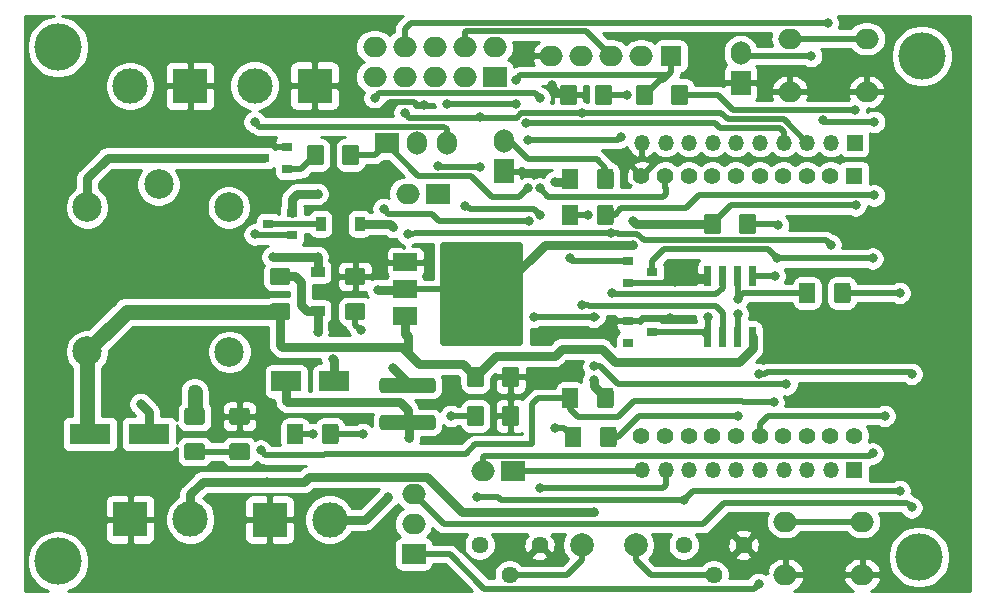
<source format=gtl>
G04 #@! TF.GenerationSoftware,KiCad,Pcbnew,(5.1.2)-1*
G04 #@! TF.CreationDate,2019-11-06T14:03:34-03:00*
G04 #@! TF.ProjectId,Xbee,58626565-2e6b-4696-9361-645f70636258,rev?*
G04 #@! TF.SameCoordinates,Original*
G04 #@! TF.FileFunction,Copper,L1,Top*
G04 #@! TF.FilePolarity,Positive*
%FSLAX46Y46*%
G04 Gerber Fmt 4.6, Leading zero omitted, Abs format (unit mm)*
G04 Created by KiCad (PCBNEW (5.1.2)-1) date 2019-11-06 14:03:34*
%MOMM*%
%LPD*%
G04 APERTURE LIST*
%ADD10C,3.000000*%
%ADD11R,3.000000X3.000000*%
%ADD12R,1.400000X1.400000*%
%ADD13C,1.400000*%
%ADD14C,1.440000*%
%ADD15O,2.000000X1.700000*%
%ADD16R,2.000000X1.700000*%
%ADD17R,2.500000X1.800000*%
%ADD18R,3.500000X1.800000*%
%ADD19C,0.150000*%
%ADD20C,1.425000*%
%ADD21O,1.700000X2.000000*%
%ADD22R,1.700000X2.000000*%
%ADD23R,0.900000X1.200000*%
%ADD24C,1.225000*%
%ADD25O,1.350000X1.350000*%
%ADD26R,1.350000X1.350000*%
%ADD27R,0.900000X0.800000*%
%ADD28C,2.000000*%
%ADD29R,1.200000X0.900000*%
%ADD30R,2.000000X1.500000*%
%ADD31R,2.000000X3.800000*%
%ADD32C,2.500000*%
%ADD33C,0.600000*%
%ADD34R,1.700000X1.700000*%
%ADD35C,4.000000*%
%ADD36C,1.270000*%
%ADD37C,0.800000*%
%ADD38C,1.270000*%
%ADD39C,0.750000*%
%ADD40C,0.500000*%
%ADD41C,0.254000*%
G04 APERTURE END LIST*
D10*
X89535000Y-36576000D03*
D11*
X94615000Y-36576000D03*
D12*
X150836640Y-44190720D03*
D13*
X148836640Y-44190720D03*
X146836640Y-44190720D03*
X144836640Y-44190720D03*
X142836640Y-44190720D03*
X140836640Y-44190720D03*
X138836640Y-44190720D03*
X136836640Y-44190720D03*
X134836640Y-44190720D03*
X132836640Y-44190720D03*
X132836640Y-66190720D03*
X134836640Y-66190720D03*
X136836640Y-66190720D03*
X138836640Y-66190720D03*
X140836640Y-66190720D03*
X142836640Y-66190720D03*
X144836640Y-66190720D03*
X146836640Y-66190720D03*
X148836640Y-66190720D03*
X150836640Y-66190720D03*
D11*
X89549000Y-73275000D03*
D10*
X94629000Y-73275000D03*
D14*
X136398000Y-75438000D03*
X138938000Y-77978000D03*
X141478000Y-75438000D03*
D15*
X110236000Y-33274000D03*
X110236000Y-35814000D03*
X112776000Y-33274000D03*
X112776000Y-35814000D03*
X115316000Y-33274000D03*
X115316000Y-35814000D03*
X117856000Y-33274000D03*
X117856000Y-35814000D03*
X120396000Y-33274000D03*
D16*
X120396000Y-35814000D03*
D17*
X102775000Y-61595000D03*
X106775000Y-61595000D03*
D18*
X91146000Y-66040000D03*
X86146000Y-66040000D03*
D19*
G36*
X122243504Y-63642204D02*
G01*
X122267773Y-63645804D01*
X122291571Y-63651765D01*
X122314671Y-63660030D01*
X122336849Y-63670520D01*
X122357893Y-63683133D01*
X122377598Y-63697747D01*
X122395777Y-63714223D01*
X122412253Y-63732402D01*
X122426867Y-63752107D01*
X122439480Y-63773151D01*
X122449970Y-63795329D01*
X122458235Y-63818429D01*
X122464196Y-63842227D01*
X122467796Y-63866496D01*
X122469000Y-63891000D01*
X122469000Y-65141000D01*
X122467796Y-65165504D01*
X122464196Y-65189773D01*
X122458235Y-65213571D01*
X122449970Y-65236671D01*
X122439480Y-65258849D01*
X122426867Y-65279893D01*
X122412253Y-65299598D01*
X122395777Y-65317777D01*
X122377598Y-65334253D01*
X122357893Y-65348867D01*
X122336849Y-65361480D01*
X122314671Y-65371970D01*
X122291571Y-65380235D01*
X122267773Y-65386196D01*
X122243504Y-65389796D01*
X122219000Y-65391000D01*
X121294000Y-65391000D01*
X121269496Y-65389796D01*
X121245227Y-65386196D01*
X121221429Y-65380235D01*
X121198329Y-65371970D01*
X121176151Y-65361480D01*
X121155107Y-65348867D01*
X121135402Y-65334253D01*
X121117223Y-65317777D01*
X121100747Y-65299598D01*
X121086133Y-65279893D01*
X121073520Y-65258849D01*
X121063030Y-65236671D01*
X121054765Y-65213571D01*
X121048804Y-65189773D01*
X121045204Y-65165504D01*
X121044000Y-65141000D01*
X121044000Y-63891000D01*
X121045204Y-63866496D01*
X121048804Y-63842227D01*
X121054765Y-63818429D01*
X121063030Y-63795329D01*
X121073520Y-63773151D01*
X121086133Y-63752107D01*
X121100747Y-63732402D01*
X121117223Y-63714223D01*
X121135402Y-63697747D01*
X121155107Y-63683133D01*
X121176151Y-63670520D01*
X121198329Y-63660030D01*
X121221429Y-63651765D01*
X121245227Y-63645804D01*
X121269496Y-63642204D01*
X121294000Y-63641000D01*
X122219000Y-63641000D01*
X122243504Y-63642204D01*
X122243504Y-63642204D01*
G37*
D20*
X121756500Y-64516000D03*
D19*
G36*
X119268504Y-63642204D02*
G01*
X119292773Y-63645804D01*
X119316571Y-63651765D01*
X119339671Y-63660030D01*
X119361849Y-63670520D01*
X119382893Y-63683133D01*
X119402598Y-63697747D01*
X119420777Y-63714223D01*
X119437253Y-63732402D01*
X119451867Y-63752107D01*
X119464480Y-63773151D01*
X119474970Y-63795329D01*
X119483235Y-63818429D01*
X119489196Y-63842227D01*
X119492796Y-63866496D01*
X119494000Y-63891000D01*
X119494000Y-65141000D01*
X119492796Y-65165504D01*
X119489196Y-65189773D01*
X119483235Y-65213571D01*
X119474970Y-65236671D01*
X119464480Y-65258849D01*
X119451867Y-65279893D01*
X119437253Y-65299598D01*
X119420777Y-65317777D01*
X119402598Y-65334253D01*
X119382893Y-65348867D01*
X119361849Y-65361480D01*
X119339671Y-65371970D01*
X119316571Y-65380235D01*
X119292773Y-65386196D01*
X119268504Y-65389796D01*
X119244000Y-65391000D01*
X118319000Y-65391000D01*
X118294496Y-65389796D01*
X118270227Y-65386196D01*
X118246429Y-65380235D01*
X118223329Y-65371970D01*
X118201151Y-65361480D01*
X118180107Y-65348867D01*
X118160402Y-65334253D01*
X118142223Y-65317777D01*
X118125747Y-65299598D01*
X118111133Y-65279893D01*
X118098520Y-65258849D01*
X118088030Y-65236671D01*
X118079765Y-65213571D01*
X118073804Y-65189773D01*
X118070204Y-65165504D01*
X118069000Y-65141000D01*
X118069000Y-63891000D01*
X118070204Y-63866496D01*
X118073804Y-63842227D01*
X118079765Y-63818429D01*
X118088030Y-63795329D01*
X118098520Y-63773151D01*
X118111133Y-63752107D01*
X118125747Y-63732402D01*
X118142223Y-63714223D01*
X118160402Y-63697747D01*
X118180107Y-63683133D01*
X118201151Y-63670520D01*
X118223329Y-63660030D01*
X118246429Y-63651765D01*
X118270227Y-63645804D01*
X118294496Y-63642204D01*
X118319000Y-63641000D01*
X119244000Y-63641000D01*
X119268504Y-63642204D01*
X119268504Y-63642204D01*
G37*
D20*
X118781500Y-64516000D03*
D19*
G36*
X122243504Y-60340204D02*
G01*
X122267773Y-60343804D01*
X122291571Y-60349765D01*
X122314671Y-60358030D01*
X122336849Y-60368520D01*
X122357893Y-60381133D01*
X122377598Y-60395747D01*
X122395777Y-60412223D01*
X122412253Y-60430402D01*
X122426867Y-60450107D01*
X122439480Y-60471151D01*
X122449970Y-60493329D01*
X122458235Y-60516429D01*
X122464196Y-60540227D01*
X122467796Y-60564496D01*
X122469000Y-60589000D01*
X122469000Y-61839000D01*
X122467796Y-61863504D01*
X122464196Y-61887773D01*
X122458235Y-61911571D01*
X122449970Y-61934671D01*
X122439480Y-61956849D01*
X122426867Y-61977893D01*
X122412253Y-61997598D01*
X122395777Y-62015777D01*
X122377598Y-62032253D01*
X122357893Y-62046867D01*
X122336849Y-62059480D01*
X122314671Y-62069970D01*
X122291571Y-62078235D01*
X122267773Y-62084196D01*
X122243504Y-62087796D01*
X122219000Y-62089000D01*
X121294000Y-62089000D01*
X121269496Y-62087796D01*
X121245227Y-62084196D01*
X121221429Y-62078235D01*
X121198329Y-62069970D01*
X121176151Y-62059480D01*
X121155107Y-62046867D01*
X121135402Y-62032253D01*
X121117223Y-62015777D01*
X121100747Y-61997598D01*
X121086133Y-61977893D01*
X121073520Y-61956849D01*
X121063030Y-61934671D01*
X121054765Y-61911571D01*
X121048804Y-61887773D01*
X121045204Y-61863504D01*
X121044000Y-61839000D01*
X121044000Y-60589000D01*
X121045204Y-60564496D01*
X121048804Y-60540227D01*
X121054765Y-60516429D01*
X121063030Y-60493329D01*
X121073520Y-60471151D01*
X121086133Y-60450107D01*
X121100747Y-60430402D01*
X121117223Y-60412223D01*
X121135402Y-60395747D01*
X121155107Y-60381133D01*
X121176151Y-60368520D01*
X121198329Y-60358030D01*
X121221429Y-60349765D01*
X121245227Y-60343804D01*
X121269496Y-60340204D01*
X121294000Y-60339000D01*
X122219000Y-60339000D01*
X122243504Y-60340204D01*
X122243504Y-60340204D01*
G37*
D20*
X121756500Y-61214000D03*
D19*
G36*
X119268504Y-60340204D02*
G01*
X119292773Y-60343804D01*
X119316571Y-60349765D01*
X119339671Y-60358030D01*
X119361849Y-60368520D01*
X119382893Y-60381133D01*
X119402598Y-60395747D01*
X119420777Y-60412223D01*
X119437253Y-60430402D01*
X119451867Y-60450107D01*
X119464480Y-60471151D01*
X119474970Y-60493329D01*
X119483235Y-60516429D01*
X119489196Y-60540227D01*
X119492796Y-60564496D01*
X119494000Y-60589000D01*
X119494000Y-61839000D01*
X119492796Y-61863504D01*
X119489196Y-61887773D01*
X119483235Y-61911571D01*
X119474970Y-61934671D01*
X119464480Y-61956849D01*
X119451867Y-61977893D01*
X119437253Y-61997598D01*
X119420777Y-62015777D01*
X119402598Y-62032253D01*
X119382893Y-62046867D01*
X119361849Y-62059480D01*
X119339671Y-62069970D01*
X119316571Y-62078235D01*
X119292773Y-62084196D01*
X119268504Y-62087796D01*
X119244000Y-62089000D01*
X118319000Y-62089000D01*
X118294496Y-62087796D01*
X118270227Y-62084196D01*
X118246429Y-62078235D01*
X118223329Y-62069970D01*
X118201151Y-62059480D01*
X118180107Y-62046867D01*
X118160402Y-62032253D01*
X118142223Y-62015777D01*
X118125747Y-61997598D01*
X118111133Y-61977893D01*
X118098520Y-61956849D01*
X118088030Y-61934671D01*
X118079765Y-61911571D01*
X118073804Y-61887773D01*
X118070204Y-61863504D01*
X118069000Y-61839000D01*
X118069000Y-60589000D01*
X118070204Y-60564496D01*
X118073804Y-60540227D01*
X118079765Y-60516429D01*
X118088030Y-60493329D01*
X118098520Y-60471151D01*
X118111133Y-60450107D01*
X118125747Y-60430402D01*
X118142223Y-60412223D01*
X118160402Y-60395747D01*
X118180107Y-60381133D01*
X118201151Y-60368520D01*
X118223329Y-60358030D01*
X118246429Y-60349765D01*
X118270227Y-60343804D01*
X118294496Y-60340204D01*
X118319000Y-60339000D01*
X119244000Y-60339000D01*
X119268504Y-60340204D01*
X119268504Y-60340204D01*
G37*
D20*
X118781500Y-61214000D03*
D14*
X119126000Y-75438000D03*
X121666000Y-77978000D03*
X124206000Y-75438000D03*
D19*
G36*
X95645504Y-66816204D02*
G01*
X95669773Y-66819804D01*
X95693571Y-66825765D01*
X95716671Y-66834030D01*
X95738849Y-66844520D01*
X95759893Y-66857133D01*
X95779598Y-66871747D01*
X95797777Y-66888223D01*
X95814253Y-66906402D01*
X95828867Y-66926107D01*
X95841480Y-66947151D01*
X95851970Y-66969329D01*
X95860235Y-66992429D01*
X95866196Y-67016227D01*
X95869796Y-67040496D01*
X95871000Y-67065000D01*
X95871000Y-67990000D01*
X95869796Y-68014504D01*
X95866196Y-68038773D01*
X95860235Y-68062571D01*
X95851970Y-68085671D01*
X95841480Y-68107849D01*
X95828867Y-68128893D01*
X95814253Y-68148598D01*
X95797777Y-68166777D01*
X95779598Y-68183253D01*
X95759893Y-68197867D01*
X95738849Y-68210480D01*
X95716671Y-68220970D01*
X95693571Y-68229235D01*
X95669773Y-68235196D01*
X95645504Y-68238796D01*
X95621000Y-68240000D01*
X94371000Y-68240000D01*
X94346496Y-68238796D01*
X94322227Y-68235196D01*
X94298429Y-68229235D01*
X94275329Y-68220970D01*
X94253151Y-68210480D01*
X94232107Y-68197867D01*
X94212402Y-68183253D01*
X94194223Y-68166777D01*
X94177747Y-68148598D01*
X94163133Y-68128893D01*
X94150520Y-68107849D01*
X94140030Y-68085671D01*
X94131765Y-68062571D01*
X94125804Y-68038773D01*
X94122204Y-68014504D01*
X94121000Y-67990000D01*
X94121000Y-67065000D01*
X94122204Y-67040496D01*
X94125804Y-67016227D01*
X94131765Y-66992429D01*
X94140030Y-66969329D01*
X94150520Y-66947151D01*
X94163133Y-66926107D01*
X94177747Y-66906402D01*
X94194223Y-66888223D01*
X94212402Y-66871747D01*
X94232107Y-66857133D01*
X94253151Y-66844520D01*
X94275329Y-66834030D01*
X94298429Y-66825765D01*
X94322227Y-66819804D01*
X94346496Y-66816204D01*
X94371000Y-66815000D01*
X95621000Y-66815000D01*
X95645504Y-66816204D01*
X95645504Y-66816204D01*
G37*
D20*
X94996000Y-67527500D03*
D19*
G36*
X95645504Y-63841204D02*
G01*
X95669773Y-63844804D01*
X95693571Y-63850765D01*
X95716671Y-63859030D01*
X95738849Y-63869520D01*
X95759893Y-63882133D01*
X95779598Y-63896747D01*
X95797777Y-63913223D01*
X95814253Y-63931402D01*
X95828867Y-63951107D01*
X95841480Y-63972151D01*
X95851970Y-63994329D01*
X95860235Y-64017429D01*
X95866196Y-64041227D01*
X95869796Y-64065496D01*
X95871000Y-64090000D01*
X95871000Y-65015000D01*
X95869796Y-65039504D01*
X95866196Y-65063773D01*
X95860235Y-65087571D01*
X95851970Y-65110671D01*
X95841480Y-65132849D01*
X95828867Y-65153893D01*
X95814253Y-65173598D01*
X95797777Y-65191777D01*
X95779598Y-65208253D01*
X95759893Y-65222867D01*
X95738849Y-65235480D01*
X95716671Y-65245970D01*
X95693571Y-65254235D01*
X95669773Y-65260196D01*
X95645504Y-65263796D01*
X95621000Y-65265000D01*
X94371000Y-65265000D01*
X94346496Y-65263796D01*
X94322227Y-65260196D01*
X94298429Y-65254235D01*
X94275329Y-65245970D01*
X94253151Y-65235480D01*
X94232107Y-65222867D01*
X94212402Y-65208253D01*
X94194223Y-65191777D01*
X94177747Y-65173598D01*
X94163133Y-65153893D01*
X94150520Y-65132849D01*
X94140030Y-65110671D01*
X94131765Y-65087571D01*
X94125804Y-65063773D01*
X94122204Y-65039504D01*
X94121000Y-65015000D01*
X94121000Y-64090000D01*
X94122204Y-64065496D01*
X94125804Y-64041227D01*
X94131765Y-64017429D01*
X94140030Y-63994329D01*
X94150520Y-63972151D01*
X94163133Y-63951107D01*
X94177747Y-63931402D01*
X94194223Y-63913223D01*
X94212402Y-63896747D01*
X94232107Y-63882133D01*
X94253151Y-63869520D01*
X94275329Y-63859030D01*
X94298429Y-63850765D01*
X94322227Y-63844804D01*
X94346496Y-63841204D01*
X94371000Y-63840000D01*
X95621000Y-63840000D01*
X95645504Y-63841204D01*
X95645504Y-63841204D01*
G37*
D20*
X94996000Y-64552500D03*
D19*
G36*
X127269504Y-46624204D02*
G01*
X127293773Y-46627804D01*
X127317571Y-46633765D01*
X127340671Y-46642030D01*
X127362849Y-46652520D01*
X127383893Y-46665133D01*
X127403598Y-46679747D01*
X127421777Y-46696223D01*
X127438253Y-46714402D01*
X127452867Y-46734107D01*
X127465480Y-46755151D01*
X127475970Y-46777329D01*
X127484235Y-46800429D01*
X127490196Y-46824227D01*
X127493796Y-46848496D01*
X127495000Y-46873000D01*
X127495000Y-48123000D01*
X127493796Y-48147504D01*
X127490196Y-48171773D01*
X127484235Y-48195571D01*
X127475970Y-48218671D01*
X127465480Y-48240849D01*
X127452867Y-48261893D01*
X127438253Y-48281598D01*
X127421777Y-48299777D01*
X127403598Y-48316253D01*
X127383893Y-48330867D01*
X127362849Y-48343480D01*
X127340671Y-48353970D01*
X127317571Y-48362235D01*
X127293773Y-48368196D01*
X127269504Y-48371796D01*
X127245000Y-48373000D01*
X126320000Y-48373000D01*
X126295496Y-48371796D01*
X126271227Y-48368196D01*
X126247429Y-48362235D01*
X126224329Y-48353970D01*
X126202151Y-48343480D01*
X126181107Y-48330867D01*
X126161402Y-48316253D01*
X126143223Y-48299777D01*
X126126747Y-48281598D01*
X126112133Y-48261893D01*
X126099520Y-48240849D01*
X126089030Y-48218671D01*
X126080765Y-48195571D01*
X126074804Y-48171773D01*
X126071204Y-48147504D01*
X126070000Y-48123000D01*
X126070000Y-46873000D01*
X126071204Y-46848496D01*
X126074804Y-46824227D01*
X126080765Y-46800429D01*
X126089030Y-46777329D01*
X126099520Y-46755151D01*
X126112133Y-46734107D01*
X126126747Y-46714402D01*
X126143223Y-46696223D01*
X126161402Y-46679747D01*
X126181107Y-46665133D01*
X126202151Y-46652520D01*
X126224329Y-46642030D01*
X126247429Y-46633765D01*
X126271227Y-46627804D01*
X126295496Y-46624204D01*
X126320000Y-46623000D01*
X127245000Y-46623000D01*
X127269504Y-46624204D01*
X127269504Y-46624204D01*
G37*
D20*
X126782500Y-47498000D03*
D19*
G36*
X130244504Y-46624204D02*
G01*
X130268773Y-46627804D01*
X130292571Y-46633765D01*
X130315671Y-46642030D01*
X130337849Y-46652520D01*
X130358893Y-46665133D01*
X130378598Y-46679747D01*
X130396777Y-46696223D01*
X130413253Y-46714402D01*
X130427867Y-46734107D01*
X130440480Y-46755151D01*
X130450970Y-46777329D01*
X130459235Y-46800429D01*
X130465196Y-46824227D01*
X130468796Y-46848496D01*
X130470000Y-46873000D01*
X130470000Y-48123000D01*
X130468796Y-48147504D01*
X130465196Y-48171773D01*
X130459235Y-48195571D01*
X130450970Y-48218671D01*
X130440480Y-48240849D01*
X130427867Y-48261893D01*
X130413253Y-48281598D01*
X130396777Y-48299777D01*
X130378598Y-48316253D01*
X130358893Y-48330867D01*
X130337849Y-48343480D01*
X130315671Y-48353970D01*
X130292571Y-48362235D01*
X130268773Y-48368196D01*
X130244504Y-48371796D01*
X130220000Y-48373000D01*
X129295000Y-48373000D01*
X129270496Y-48371796D01*
X129246227Y-48368196D01*
X129222429Y-48362235D01*
X129199329Y-48353970D01*
X129177151Y-48343480D01*
X129156107Y-48330867D01*
X129136402Y-48316253D01*
X129118223Y-48299777D01*
X129101747Y-48281598D01*
X129087133Y-48261893D01*
X129074520Y-48240849D01*
X129064030Y-48218671D01*
X129055765Y-48195571D01*
X129049804Y-48171773D01*
X129046204Y-48147504D01*
X129045000Y-48123000D01*
X129045000Y-46873000D01*
X129046204Y-46848496D01*
X129049804Y-46824227D01*
X129055765Y-46800429D01*
X129064030Y-46777329D01*
X129074520Y-46755151D01*
X129087133Y-46734107D01*
X129101747Y-46714402D01*
X129118223Y-46696223D01*
X129136402Y-46679747D01*
X129156107Y-46665133D01*
X129177151Y-46652520D01*
X129199329Y-46642030D01*
X129222429Y-46633765D01*
X129246227Y-46627804D01*
X129270496Y-46624204D01*
X129295000Y-46623000D01*
X130220000Y-46623000D01*
X130244504Y-46624204D01*
X130244504Y-46624204D01*
G37*
D20*
X129757500Y-47498000D03*
D19*
G36*
X127269504Y-43576204D02*
G01*
X127293773Y-43579804D01*
X127317571Y-43585765D01*
X127340671Y-43594030D01*
X127362849Y-43604520D01*
X127383893Y-43617133D01*
X127403598Y-43631747D01*
X127421777Y-43648223D01*
X127438253Y-43666402D01*
X127452867Y-43686107D01*
X127465480Y-43707151D01*
X127475970Y-43729329D01*
X127484235Y-43752429D01*
X127490196Y-43776227D01*
X127493796Y-43800496D01*
X127495000Y-43825000D01*
X127495000Y-45075000D01*
X127493796Y-45099504D01*
X127490196Y-45123773D01*
X127484235Y-45147571D01*
X127475970Y-45170671D01*
X127465480Y-45192849D01*
X127452867Y-45213893D01*
X127438253Y-45233598D01*
X127421777Y-45251777D01*
X127403598Y-45268253D01*
X127383893Y-45282867D01*
X127362849Y-45295480D01*
X127340671Y-45305970D01*
X127317571Y-45314235D01*
X127293773Y-45320196D01*
X127269504Y-45323796D01*
X127245000Y-45325000D01*
X126320000Y-45325000D01*
X126295496Y-45323796D01*
X126271227Y-45320196D01*
X126247429Y-45314235D01*
X126224329Y-45305970D01*
X126202151Y-45295480D01*
X126181107Y-45282867D01*
X126161402Y-45268253D01*
X126143223Y-45251777D01*
X126126747Y-45233598D01*
X126112133Y-45213893D01*
X126099520Y-45192849D01*
X126089030Y-45170671D01*
X126080765Y-45147571D01*
X126074804Y-45123773D01*
X126071204Y-45099504D01*
X126070000Y-45075000D01*
X126070000Y-43825000D01*
X126071204Y-43800496D01*
X126074804Y-43776227D01*
X126080765Y-43752429D01*
X126089030Y-43729329D01*
X126099520Y-43707151D01*
X126112133Y-43686107D01*
X126126747Y-43666402D01*
X126143223Y-43648223D01*
X126161402Y-43631747D01*
X126181107Y-43617133D01*
X126202151Y-43604520D01*
X126224329Y-43594030D01*
X126247429Y-43585765D01*
X126271227Y-43579804D01*
X126295496Y-43576204D01*
X126320000Y-43575000D01*
X127245000Y-43575000D01*
X127269504Y-43576204D01*
X127269504Y-43576204D01*
G37*
D20*
X126782500Y-44450000D03*
D19*
G36*
X130244504Y-43576204D02*
G01*
X130268773Y-43579804D01*
X130292571Y-43585765D01*
X130315671Y-43594030D01*
X130337849Y-43604520D01*
X130358893Y-43617133D01*
X130378598Y-43631747D01*
X130396777Y-43648223D01*
X130413253Y-43666402D01*
X130427867Y-43686107D01*
X130440480Y-43707151D01*
X130450970Y-43729329D01*
X130459235Y-43752429D01*
X130465196Y-43776227D01*
X130468796Y-43800496D01*
X130470000Y-43825000D01*
X130470000Y-45075000D01*
X130468796Y-45099504D01*
X130465196Y-45123773D01*
X130459235Y-45147571D01*
X130450970Y-45170671D01*
X130440480Y-45192849D01*
X130427867Y-45213893D01*
X130413253Y-45233598D01*
X130396777Y-45251777D01*
X130378598Y-45268253D01*
X130358893Y-45282867D01*
X130337849Y-45295480D01*
X130315671Y-45305970D01*
X130292571Y-45314235D01*
X130268773Y-45320196D01*
X130244504Y-45323796D01*
X130220000Y-45325000D01*
X129295000Y-45325000D01*
X129270496Y-45323796D01*
X129246227Y-45320196D01*
X129222429Y-45314235D01*
X129199329Y-45305970D01*
X129177151Y-45295480D01*
X129156107Y-45282867D01*
X129136402Y-45268253D01*
X129118223Y-45251777D01*
X129101747Y-45233598D01*
X129087133Y-45213893D01*
X129074520Y-45192849D01*
X129064030Y-45170671D01*
X129055765Y-45147571D01*
X129049804Y-45123773D01*
X129046204Y-45099504D01*
X129045000Y-45075000D01*
X129045000Y-43825000D01*
X129046204Y-43800496D01*
X129049804Y-43776227D01*
X129055765Y-43752429D01*
X129064030Y-43729329D01*
X129074520Y-43707151D01*
X129087133Y-43686107D01*
X129101747Y-43666402D01*
X129118223Y-43648223D01*
X129136402Y-43631747D01*
X129156107Y-43617133D01*
X129177151Y-43604520D01*
X129199329Y-43594030D01*
X129222429Y-43585765D01*
X129246227Y-43579804D01*
X129270496Y-43576204D01*
X129295000Y-43575000D01*
X130220000Y-43575000D01*
X130244504Y-43576204D01*
X130244504Y-43576204D01*
G37*
D20*
X129757500Y-44450000D03*
D19*
G36*
X103992004Y-65166204D02*
G01*
X104016273Y-65169804D01*
X104040071Y-65175765D01*
X104063171Y-65184030D01*
X104085349Y-65194520D01*
X104106393Y-65207133D01*
X104126098Y-65221747D01*
X104144277Y-65238223D01*
X104160753Y-65256402D01*
X104175367Y-65276107D01*
X104187980Y-65297151D01*
X104198470Y-65319329D01*
X104206735Y-65342429D01*
X104212696Y-65366227D01*
X104216296Y-65390496D01*
X104217500Y-65415000D01*
X104217500Y-66665000D01*
X104216296Y-66689504D01*
X104212696Y-66713773D01*
X104206735Y-66737571D01*
X104198470Y-66760671D01*
X104187980Y-66782849D01*
X104175367Y-66803893D01*
X104160753Y-66823598D01*
X104144277Y-66841777D01*
X104126098Y-66858253D01*
X104106393Y-66872867D01*
X104085349Y-66885480D01*
X104063171Y-66895970D01*
X104040071Y-66904235D01*
X104016273Y-66910196D01*
X103992004Y-66913796D01*
X103967500Y-66915000D01*
X103042500Y-66915000D01*
X103017996Y-66913796D01*
X102993727Y-66910196D01*
X102969929Y-66904235D01*
X102946829Y-66895970D01*
X102924651Y-66885480D01*
X102903607Y-66872867D01*
X102883902Y-66858253D01*
X102865723Y-66841777D01*
X102849247Y-66823598D01*
X102834633Y-66803893D01*
X102822020Y-66782849D01*
X102811530Y-66760671D01*
X102803265Y-66737571D01*
X102797304Y-66713773D01*
X102793704Y-66689504D01*
X102792500Y-66665000D01*
X102792500Y-65415000D01*
X102793704Y-65390496D01*
X102797304Y-65366227D01*
X102803265Y-65342429D01*
X102811530Y-65319329D01*
X102822020Y-65297151D01*
X102834633Y-65276107D01*
X102849247Y-65256402D01*
X102865723Y-65238223D01*
X102883902Y-65221747D01*
X102903607Y-65207133D01*
X102924651Y-65194520D01*
X102946829Y-65184030D01*
X102969929Y-65175765D01*
X102993727Y-65169804D01*
X103017996Y-65166204D01*
X103042500Y-65165000D01*
X103967500Y-65165000D01*
X103992004Y-65166204D01*
X103992004Y-65166204D01*
G37*
D20*
X103505000Y-66040000D03*
D19*
G36*
X106967004Y-65166204D02*
G01*
X106991273Y-65169804D01*
X107015071Y-65175765D01*
X107038171Y-65184030D01*
X107060349Y-65194520D01*
X107081393Y-65207133D01*
X107101098Y-65221747D01*
X107119277Y-65238223D01*
X107135753Y-65256402D01*
X107150367Y-65276107D01*
X107162980Y-65297151D01*
X107173470Y-65319329D01*
X107181735Y-65342429D01*
X107187696Y-65366227D01*
X107191296Y-65390496D01*
X107192500Y-65415000D01*
X107192500Y-66665000D01*
X107191296Y-66689504D01*
X107187696Y-66713773D01*
X107181735Y-66737571D01*
X107173470Y-66760671D01*
X107162980Y-66782849D01*
X107150367Y-66803893D01*
X107135753Y-66823598D01*
X107119277Y-66841777D01*
X107101098Y-66858253D01*
X107081393Y-66872867D01*
X107060349Y-66885480D01*
X107038171Y-66895970D01*
X107015071Y-66904235D01*
X106991273Y-66910196D01*
X106967004Y-66913796D01*
X106942500Y-66915000D01*
X106017500Y-66915000D01*
X105992996Y-66913796D01*
X105968727Y-66910196D01*
X105944929Y-66904235D01*
X105921829Y-66895970D01*
X105899651Y-66885480D01*
X105878607Y-66872867D01*
X105858902Y-66858253D01*
X105840723Y-66841777D01*
X105824247Y-66823598D01*
X105809633Y-66803893D01*
X105797020Y-66782849D01*
X105786530Y-66760671D01*
X105778265Y-66737571D01*
X105772304Y-66713773D01*
X105768704Y-66689504D01*
X105767500Y-66665000D01*
X105767500Y-65415000D01*
X105768704Y-65390496D01*
X105772304Y-65366227D01*
X105778265Y-65342429D01*
X105786530Y-65319329D01*
X105797020Y-65297151D01*
X105809633Y-65276107D01*
X105824247Y-65256402D01*
X105840723Y-65238223D01*
X105858902Y-65221747D01*
X105878607Y-65207133D01*
X105899651Y-65194520D01*
X105921829Y-65184030D01*
X105944929Y-65175765D01*
X105968727Y-65169804D01*
X105992996Y-65166204D01*
X106017500Y-65165000D01*
X106942500Y-65165000D01*
X106967004Y-65166204D01*
X106967004Y-65166204D01*
G37*
D20*
X106480000Y-66040000D03*
D19*
G36*
X99455504Y-66816204D02*
G01*
X99479773Y-66819804D01*
X99503571Y-66825765D01*
X99526671Y-66834030D01*
X99548849Y-66844520D01*
X99569893Y-66857133D01*
X99589598Y-66871747D01*
X99607777Y-66888223D01*
X99624253Y-66906402D01*
X99638867Y-66926107D01*
X99651480Y-66947151D01*
X99661970Y-66969329D01*
X99670235Y-66992429D01*
X99676196Y-67016227D01*
X99679796Y-67040496D01*
X99681000Y-67065000D01*
X99681000Y-67990000D01*
X99679796Y-68014504D01*
X99676196Y-68038773D01*
X99670235Y-68062571D01*
X99661970Y-68085671D01*
X99651480Y-68107849D01*
X99638867Y-68128893D01*
X99624253Y-68148598D01*
X99607777Y-68166777D01*
X99589598Y-68183253D01*
X99569893Y-68197867D01*
X99548849Y-68210480D01*
X99526671Y-68220970D01*
X99503571Y-68229235D01*
X99479773Y-68235196D01*
X99455504Y-68238796D01*
X99431000Y-68240000D01*
X98181000Y-68240000D01*
X98156496Y-68238796D01*
X98132227Y-68235196D01*
X98108429Y-68229235D01*
X98085329Y-68220970D01*
X98063151Y-68210480D01*
X98042107Y-68197867D01*
X98022402Y-68183253D01*
X98004223Y-68166777D01*
X97987747Y-68148598D01*
X97973133Y-68128893D01*
X97960520Y-68107849D01*
X97950030Y-68085671D01*
X97941765Y-68062571D01*
X97935804Y-68038773D01*
X97932204Y-68014504D01*
X97931000Y-67990000D01*
X97931000Y-67065000D01*
X97932204Y-67040496D01*
X97935804Y-67016227D01*
X97941765Y-66992429D01*
X97950030Y-66969329D01*
X97960520Y-66947151D01*
X97973133Y-66926107D01*
X97987747Y-66906402D01*
X98004223Y-66888223D01*
X98022402Y-66871747D01*
X98042107Y-66857133D01*
X98063151Y-66844520D01*
X98085329Y-66834030D01*
X98108429Y-66825765D01*
X98132227Y-66819804D01*
X98156496Y-66816204D01*
X98181000Y-66815000D01*
X99431000Y-66815000D01*
X99455504Y-66816204D01*
X99455504Y-66816204D01*
G37*
D20*
X98806000Y-67527500D03*
D19*
G36*
X99455504Y-63841204D02*
G01*
X99479773Y-63844804D01*
X99503571Y-63850765D01*
X99526671Y-63859030D01*
X99548849Y-63869520D01*
X99569893Y-63882133D01*
X99589598Y-63896747D01*
X99607777Y-63913223D01*
X99624253Y-63931402D01*
X99638867Y-63951107D01*
X99651480Y-63972151D01*
X99661970Y-63994329D01*
X99670235Y-64017429D01*
X99676196Y-64041227D01*
X99679796Y-64065496D01*
X99681000Y-64090000D01*
X99681000Y-65015000D01*
X99679796Y-65039504D01*
X99676196Y-65063773D01*
X99670235Y-65087571D01*
X99661970Y-65110671D01*
X99651480Y-65132849D01*
X99638867Y-65153893D01*
X99624253Y-65173598D01*
X99607777Y-65191777D01*
X99589598Y-65208253D01*
X99569893Y-65222867D01*
X99548849Y-65235480D01*
X99526671Y-65245970D01*
X99503571Y-65254235D01*
X99479773Y-65260196D01*
X99455504Y-65263796D01*
X99431000Y-65265000D01*
X98181000Y-65265000D01*
X98156496Y-65263796D01*
X98132227Y-65260196D01*
X98108429Y-65254235D01*
X98085329Y-65245970D01*
X98063151Y-65235480D01*
X98042107Y-65222867D01*
X98022402Y-65208253D01*
X98004223Y-65191777D01*
X97987747Y-65173598D01*
X97973133Y-65153893D01*
X97960520Y-65132849D01*
X97950030Y-65110671D01*
X97941765Y-65087571D01*
X97935804Y-65063773D01*
X97932204Y-65039504D01*
X97931000Y-65015000D01*
X97931000Y-64090000D01*
X97932204Y-64065496D01*
X97935804Y-64041227D01*
X97941765Y-64017429D01*
X97950030Y-63994329D01*
X97960520Y-63972151D01*
X97973133Y-63951107D01*
X97987747Y-63931402D01*
X98004223Y-63913223D01*
X98022402Y-63896747D01*
X98042107Y-63882133D01*
X98063151Y-63869520D01*
X98085329Y-63859030D01*
X98108429Y-63850765D01*
X98132227Y-63844804D01*
X98156496Y-63841204D01*
X98181000Y-63840000D01*
X99431000Y-63840000D01*
X99455504Y-63841204D01*
X99455504Y-63841204D01*
G37*
D20*
X98806000Y-64552500D03*
D19*
G36*
X109234504Y-54968704D02*
G01*
X109258773Y-54972304D01*
X109282571Y-54978265D01*
X109305671Y-54986530D01*
X109327849Y-54997020D01*
X109348893Y-55009633D01*
X109368598Y-55024247D01*
X109386777Y-55040723D01*
X109403253Y-55058902D01*
X109417867Y-55078607D01*
X109430480Y-55099651D01*
X109440970Y-55121829D01*
X109449235Y-55144929D01*
X109455196Y-55168727D01*
X109458796Y-55192996D01*
X109460000Y-55217500D01*
X109460000Y-56142500D01*
X109458796Y-56167004D01*
X109455196Y-56191273D01*
X109449235Y-56215071D01*
X109440970Y-56238171D01*
X109430480Y-56260349D01*
X109417867Y-56281393D01*
X109403253Y-56301098D01*
X109386777Y-56319277D01*
X109368598Y-56335753D01*
X109348893Y-56350367D01*
X109327849Y-56362980D01*
X109305671Y-56373470D01*
X109282571Y-56381735D01*
X109258773Y-56387696D01*
X109234504Y-56391296D01*
X109210000Y-56392500D01*
X107960000Y-56392500D01*
X107935496Y-56391296D01*
X107911227Y-56387696D01*
X107887429Y-56381735D01*
X107864329Y-56373470D01*
X107842151Y-56362980D01*
X107821107Y-56350367D01*
X107801402Y-56335753D01*
X107783223Y-56319277D01*
X107766747Y-56301098D01*
X107752133Y-56281393D01*
X107739520Y-56260349D01*
X107729030Y-56238171D01*
X107720765Y-56215071D01*
X107714804Y-56191273D01*
X107711204Y-56167004D01*
X107710000Y-56142500D01*
X107710000Y-55217500D01*
X107711204Y-55192996D01*
X107714804Y-55168727D01*
X107720765Y-55144929D01*
X107729030Y-55121829D01*
X107739520Y-55099651D01*
X107752133Y-55078607D01*
X107766747Y-55058902D01*
X107783223Y-55040723D01*
X107801402Y-55024247D01*
X107821107Y-55009633D01*
X107842151Y-54997020D01*
X107864329Y-54986530D01*
X107887429Y-54978265D01*
X107911227Y-54972304D01*
X107935496Y-54968704D01*
X107960000Y-54967500D01*
X109210000Y-54967500D01*
X109234504Y-54968704D01*
X109234504Y-54968704D01*
G37*
D20*
X108585000Y-55680000D03*
D19*
G36*
X109234504Y-51993704D02*
G01*
X109258773Y-51997304D01*
X109282571Y-52003265D01*
X109305671Y-52011530D01*
X109327849Y-52022020D01*
X109348893Y-52034633D01*
X109368598Y-52049247D01*
X109386777Y-52065723D01*
X109403253Y-52083902D01*
X109417867Y-52103607D01*
X109430480Y-52124651D01*
X109440970Y-52146829D01*
X109449235Y-52169929D01*
X109455196Y-52193727D01*
X109458796Y-52217996D01*
X109460000Y-52242500D01*
X109460000Y-53167500D01*
X109458796Y-53192004D01*
X109455196Y-53216273D01*
X109449235Y-53240071D01*
X109440970Y-53263171D01*
X109430480Y-53285349D01*
X109417867Y-53306393D01*
X109403253Y-53326098D01*
X109386777Y-53344277D01*
X109368598Y-53360753D01*
X109348893Y-53375367D01*
X109327849Y-53387980D01*
X109305671Y-53398470D01*
X109282571Y-53406735D01*
X109258773Y-53412696D01*
X109234504Y-53416296D01*
X109210000Y-53417500D01*
X107960000Y-53417500D01*
X107935496Y-53416296D01*
X107911227Y-53412696D01*
X107887429Y-53406735D01*
X107864329Y-53398470D01*
X107842151Y-53387980D01*
X107821107Y-53375367D01*
X107801402Y-53360753D01*
X107783223Y-53344277D01*
X107766747Y-53326098D01*
X107752133Y-53306393D01*
X107739520Y-53285349D01*
X107729030Y-53263171D01*
X107720765Y-53240071D01*
X107714804Y-53216273D01*
X107711204Y-53192004D01*
X107710000Y-53167500D01*
X107710000Y-52242500D01*
X107711204Y-52217996D01*
X107714804Y-52193727D01*
X107720765Y-52169929D01*
X107729030Y-52146829D01*
X107739520Y-52124651D01*
X107752133Y-52103607D01*
X107766747Y-52083902D01*
X107783223Y-52065723D01*
X107801402Y-52049247D01*
X107821107Y-52034633D01*
X107842151Y-52022020D01*
X107864329Y-52011530D01*
X107887429Y-52003265D01*
X107911227Y-51997304D01*
X107935496Y-51993704D01*
X107960000Y-51992500D01*
X109210000Y-51992500D01*
X109234504Y-51993704D01*
X109234504Y-51993704D01*
G37*
D20*
X108585000Y-52705000D03*
D19*
G36*
X150310504Y-53228204D02*
G01*
X150334773Y-53231804D01*
X150358571Y-53237765D01*
X150381671Y-53246030D01*
X150403849Y-53256520D01*
X150424893Y-53269133D01*
X150444598Y-53283747D01*
X150462777Y-53300223D01*
X150479253Y-53318402D01*
X150493867Y-53338107D01*
X150506480Y-53359151D01*
X150516970Y-53381329D01*
X150525235Y-53404429D01*
X150531196Y-53428227D01*
X150534796Y-53452496D01*
X150536000Y-53477000D01*
X150536000Y-54727000D01*
X150534796Y-54751504D01*
X150531196Y-54775773D01*
X150525235Y-54799571D01*
X150516970Y-54822671D01*
X150506480Y-54844849D01*
X150493867Y-54865893D01*
X150479253Y-54885598D01*
X150462777Y-54903777D01*
X150444598Y-54920253D01*
X150424893Y-54934867D01*
X150403849Y-54947480D01*
X150381671Y-54957970D01*
X150358571Y-54966235D01*
X150334773Y-54972196D01*
X150310504Y-54975796D01*
X150286000Y-54977000D01*
X149361000Y-54977000D01*
X149336496Y-54975796D01*
X149312227Y-54972196D01*
X149288429Y-54966235D01*
X149265329Y-54957970D01*
X149243151Y-54947480D01*
X149222107Y-54934867D01*
X149202402Y-54920253D01*
X149184223Y-54903777D01*
X149167747Y-54885598D01*
X149153133Y-54865893D01*
X149140520Y-54844849D01*
X149130030Y-54822671D01*
X149121765Y-54799571D01*
X149115804Y-54775773D01*
X149112204Y-54751504D01*
X149111000Y-54727000D01*
X149111000Y-53477000D01*
X149112204Y-53452496D01*
X149115804Y-53428227D01*
X149121765Y-53404429D01*
X149130030Y-53381329D01*
X149140520Y-53359151D01*
X149153133Y-53338107D01*
X149167747Y-53318402D01*
X149184223Y-53300223D01*
X149202402Y-53283747D01*
X149222107Y-53269133D01*
X149243151Y-53256520D01*
X149265329Y-53246030D01*
X149288429Y-53237765D01*
X149312227Y-53231804D01*
X149336496Y-53228204D01*
X149361000Y-53227000D01*
X150286000Y-53227000D01*
X150310504Y-53228204D01*
X150310504Y-53228204D01*
G37*
D20*
X149823500Y-54102000D03*
D19*
G36*
X147335504Y-53228204D02*
G01*
X147359773Y-53231804D01*
X147383571Y-53237765D01*
X147406671Y-53246030D01*
X147428849Y-53256520D01*
X147449893Y-53269133D01*
X147469598Y-53283747D01*
X147487777Y-53300223D01*
X147504253Y-53318402D01*
X147518867Y-53338107D01*
X147531480Y-53359151D01*
X147541970Y-53381329D01*
X147550235Y-53404429D01*
X147556196Y-53428227D01*
X147559796Y-53452496D01*
X147561000Y-53477000D01*
X147561000Y-54727000D01*
X147559796Y-54751504D01*
X147556196Y-54775773D01*
X147550235Y-54799571D01*
X147541970Y-54822671D01*
X147531480Y-54844849D01*
X147518867Y-54865893D01*
X147504253Y-54885598D01*
X147487777Y-54903777D01*
X147469598Y-54920253D01*
X147449893Y-54934867D01*
X147428849Y-54947480D01*
X147406671Y-54957970D01*
X147383571Y-54966235D01*
X147359773Y-54972196D01*
X147335504Y-54975796D01*
X147311000Y-54977000D01*
X146386000Y-54977000D01*
X146361496Y-54975796D01*
X146337227Y-54972196D01*
X146313429Y-54966235D01*
X146290329Y-54957970D01*
X146268151Y-54947480D01*
X146247107Y-54934867D01*
X146227402Y-54920253D01*
X146209223Y-54903777D01*
X146192747Y-54885598D01*
X146178133Y-54865893D01*
X146165520Y-54844849D01*
X146155030Y-54822671D01*
X146146765Y-54799571D01*
X146140804Y-54775773D01*
X146137204Y-54751504D01*
X146136000Y-54727000D01*
X146136000Y-53477000D01*
X146137204Y-53452496D01*
X146140804Y-53428227D01*
X146146765Y-53404429D01*
X146155030Y-53381329D01*
X146165520Y-53359151D01*
X146178133Y-53338107D01*
X146192747Y-53318402D01*
X146209223Y-53300223D01*
X146227402Y-53283747D01*
X146247107Y-53269133D01*
X146268151Y-53256520D01*
X146290329Y-53246030D01*
X146313429Y-53237765D01*
X146337227Y-53231804D01*
X146361496Y-53228204D01*
X146386000Y-53227000D01*
X147311000Y-53227000D01*
X147335504Y-53228204D01*
X147335504Y-53228204D01*
G37*
D20*
X146848500Y-54102000D03*
D19*
G36*
X142309504Y-47386204D02*
G01*
X142333773Y-47389804D01*
X142357571Y-47395765D01*
X142380671Y-47404030D01*
X142402849Y-47414520D01*
X142423893Y-47427133D01*
X142443598Y-47441747D01*
X142461777Y-47458223D01*
X142478253Y-47476402D01*
X142492867Y-47496107D01*
X142505480Y-47517151D01*
X142515970Y-47539329D01*
X142524235Y-47562429D01*
X142530196Y-47586227D01*
X142533796Y-47610496D01*
X142535000Y-47635000D01*
X142535000Y-48885000D01*
X142533796Y-48909504D01*
X142530196Y-48933773D01*
X142524235Y-48957571D01*
X142515970Y-48980671D01*
X142505480Y-49002849D01*
X142492867Y-49023893D01*
X142478253Y-49043598D01*
X142461777Y-49061777D01*
X142443598Y-49078253D01*
X142423893Y-49092867D01*
X142402849Y-49105480D01*
X142380671Y-49115970D01*
X142357571Y-49124235D01*
X142333773Y-49130196D01*
X142309504Y-49133796D01*
X142285000Y-49135000D01*
X141360000Y-49135000D01*
X141335496Y-49133796D01*
X141311227Y-49130196D01*
X141287429Y-49124235D01*
X141264329Y-49115970D01*
X141242151Y-49105480D01*
X141221107Y-49092867D01*
X141201402Y-49078253D01*
X141183223Y-49061777D01*
X141166747Y-49043598D01*
X141152133Y-49023893D01*
X141139520Y-49002849D01*
X141129030Y-48980671D01*
X141120765Y-48957571D01*
X141114804Y-48933773D01*
X141111204Y-48909504D01*
X141110000Y-48885000D01*
X141110000Y-47635000D01*
X141111204Y-47610496D01*
X141114804Y-47586227D01*
X141120765Y-47562429D01*
X141129030Y-47539329D01*
X141139520Y-47517151D01*
X141152133Y-47496107D01*
X141166747Y-47476402D01*
X141183223Y-47458223D01*
X141201402Y-47441747D01*
X141221107Y-47427133D01*
X141242151Y-47414520D01*
X141264329Y-47404030D01*
X141287429Y-47395765D01*
X141311227Y-47389804D01*
X141335496Y-47386204D01*
X141360000Y-47385000D01*
X142285000Y-47385000D01*
X142309504Y-47386204D01*
X142309504Y-47386204D01*
G37*
D20*
X141822500Y-48260000D03*
D19*
G36*
X139334504Y-47386204D02*
G01*
X139358773Y-47389804D01*
X139382571Y-47395765D01*
X139405671Y-47404030D01*
X139427849Y-47414520D01*
X139448893Y-47427133D01*
X139468598Y-47441747D01*
X139486777Y-47458223D01*
X139503253Y-47476402D01*
X139517867Y-47496107D01*
X139530480Y-47517151D01*
X139540970Y-47539329D01*
X139549235Y-47562429D01*
X139555196Y-47586227D01*
X139558796Y-47610496D01*
X139560000Y-47635000D01*
X139560000Y-48885000D01*
X139558796Y-48909504D01*
X139555196Y-48933773D01*
X139549235Y-48957571D01*
X139540970Y-48980671D01*
X139530480Y-49002849D01*
X139517867Y-49023893D01*
X139503253Y-49043598D01*
X139486777Y-49061777D01*
X139468598Y-49078253D01*
X139448893Y-49092867D01*
X139427849Y-49105480D01*
X139405671Y-49115970D01*
X139382571Y-49124235D01*
X139358773Y-49130196D01*
X139334504Y-49133796D01*
X139310000Y-49135000D01*
X138385000Y-49135000D01*
X138360496Y-49133796D01*
X138336227Y-49130196D01*
X138312429Y-49124235D01*
X138289329Y-49115970D01*
X138267151Y-49105480D01*
X138246107Y-49092867D01*
X138226402Y-49078253D01*
X138208223Y-49061777D01*
X138191747Y-49043598D01*
X138177133Y-49023893D01*
X138164520Y-49002849D01*
X138154030Y-48980671D01*
X138145765Y-48957571D01*
X138139804Y-48933773D01*
X138136204Y-48909504D01*
X138135000Y-48885000D01*
X138135000Y-47635000D01*
X138136204Y-47610496D01*
X138139804Y-47586227D01*
X138145765Y-47562429D01*
X138154030Y-47539329D01*
X138164520Y-47517151D01*
X138177133Y-47496107D01*
X138191747Y-47476402D01*
X138208223Y-47458223D01*
X138226402Y-47441747D01*
X138246107Y-47427133D01*
X138267151Y-47414520D01*
X138289329Y-47404030D01*
X138312429Y-47395765D01*
X138336227Y-47389804D01*
X138360496Y-47386204D01*
X138385000Y-47385000D01*
X139310000Y-47385000D01*
X139334504Y-47386204D01*
X139334504Y-47386204D01*
G37*
D20*
X138847500Y-48260000D03*
D15*
X151511000Y-77978000D03*
X145011000Y-77978000D03*
X151511000Y-73478000D03*
X145011000Y-73478000D03*
X145392000Y-32584000D03*
X151892000Y-32584000D03*
X145392000Y-37084000D03*
X151892000Y-37084000D03*
D21*
X121158000Y-41275000D03*
D22*
X121158000Y-43815000D03*
D23*
X105665000Y-48260000D03*
X108965000Y-48260000D03*
D19*
G36*
X102884504Y-54968704D02*
G01*
X102908773Y-54972304D01*
X102932571Y-54978265D01*
X102955671Y-54986530D01*
X102977849Y-54997020D01*
X102998893Y-55009633D01*
X103018598Y-55024247D01*
X103036777Y-55040723D01*
X103053253Y-55058902D01*
X103067867Y-55078607D01*
X103080480Y-55099651D01*
X103090970Y-55121829D01*
X103099235Y-55144929D01*
X103105196Y-55168727D01*
X103108796Y-55192996D01*
X103110000Y-55217500D01*
X103110000Y-56142500D01*
X103108796Y-56167004D01*
X103105196Y-56191273D01*
X103099235Y-56215071D01*
X103090970Y-56238171D01*
X103080480Y-56260349D01*
X103067867Y-56281393D01*
X103053253Y-56301098D01*
X103036777Y-56319277D01*
X103018598Y-56335753D01*
X102998893Y-56350367D01*
X102977849Y-56362980D01*
X102955671Y-56373470D01*
X102932571Y-56381735D01*
X102908773Y-56387696D01*
X102884504Y-56391296D01*
X102860000Y-56392500D01*
X101610000Y-56392500D01*
X101585496Y-56391296D01*
X101561227Y-56387696D01*
X101537429Y-56381735D01*
X101514329Y-56373470D01*
X101492151Y-56362980D01*
X101471107Y-56350367D01*
X101451402Y-56335753D01*
X101433223Y-56319277D01*
X101416747Y-56301098D01*
X101402133Y-56281393D01*
X101389520Y-56260349D01*
X101379030Y-56238171D01*
X101370765Y-56215071D01*
X101364804Y-56191273D01*
X101361204Y-56167004D01*
X101360000Y-56142500D01*
X101360000Y-55217500D01*
X101361204Y-55192996D01*
X101364804Y-55168727D01*
X101370765Y-55144929D01*
X101379030Y-55121829D01*
X101389520Y-55099651D01*
X101402133Y-55078607D01*
X101416747Y-55058902D01*
X101433223Y-55040723D01*
X101451402Y-55024247D01*
X101471107Y-55009633D01*
X101492151Y-54997020D01*
X101514329Y-54986530D01*
X101537429Y-54978265D01*
X101561227Y-54972304D01*
X101585496Y-54968704D01*
X101610000Y-54967500D01*
X102860000Y-54967500D01*
X102884504Y-54968704D01*
X102884504Y-54968704D01*
G37*
D20*
X102235000Y-55680000D03*
D19*
G36*
X102884504Y-51993704D02*
G01*
X102908773Y-51997304D01*
X102932571Y-52003265D01*
X102955671Y-52011530D01*
X102977849Y-52022020D01*
X102998893Y-52034633D01*
X103018598Y-52049247D01*
X103036777Y-52065723D01*
X103053253Y-52083902D01*
X103067867Y-52103607D01*
X103080480Y-52124651D01*
X103090970Y-52146829D01*
X103099235Y-52169929D01*
X103105196Y-52193727D01*
X103108796Y-52217996D01*
X103110000Y-52242500D01*
X103110000Y-53167500D01*
X103108796Y-53192004D01*
X103105196Y-53216273D01*
X103099235Y-53240071D01*
X103090970Y-53263171D01*
X103080480Y-53285349D01*
X103067867Y-53306393D01*
X103053253Y-53326098D01*
X103036777Y-53344277D01*
X103018598Y-53360753D01*
X102998893Y-53375367D01*
X102977849Y-53387980D01*
X102955671Y-53398470D01*
X102932571Y-53406735D01*
X102908773Y-53412696D01*
X102884504Y-53416296D01*
X102860000Y-53417500D01*
X101610000Y-53417500D01*
X101585496Y-53416296D01*
X101561227Y-53412696D01*
X101537429Y-53406735D01*
X101514329Y-53398470D01*
X101492151Y-53387980D01*
X101471107Y-53375367D01*
X101451402Y-53360753D01*
X101433223Y-53344277D01*
X101416747Y-53326098D01*
X101402133Y-53306393D01*
X101389520Y-53285349D01*
X101379030Y-53263171D01*
X101370765Y-53240071D01*
X101364804Y-53216273D01*
X101361204Y-53192004D01*
X101360000Y-53167500D01*
X101360000Y-52242500D01*
X101361204Y-52217996D01*
X101364804Y-52193727D01*
X101370765Y-52169929D01*
X101379030Y-52146829D01*
X101389520Y-52124651D01*
X101402133Y-52103607D01*
X101416747Y-52083902D01*
X101433223Y-52065723D01*
X101451402Y-52049247D01*
X101471107Y-52034633D01*
X101492151Y-52022020D01*
X101514329Y-52011530D01*
X101537429Y-52003265D01*
X101561227Y-51997304D01*
X101585496Y-51993704D01*
X101610000Y-51992500D01*
X102860000Y-51992500D01*
X102884504Y-51993704D01*
X102884504Y-51993704D01*
G37*
D20*
X102235000Y-52705000D03*
D19*
G36*
X115179504Y-64451204D02*
G01*
X115203773Y-64454804D01*
X115227571Y-64460765D01*
X115250671Y-64469030D01*
X115272849Y-64479520D01*
X115293893Y-64492133D01*
X115313598Y-64506747D01*
X115331777Y-64523223D01*
X115348253Y-64541402D01*
X115362867Y-64561107D01*
X115375480Y-64582151D01*
X115385970Y-64604329D01*
X115394235Y-64627429D01*
X115400196Y-64651227D01*
X115403796Y-64675496D01*
X115405000Y-64700000D01*
X115405000Y-65425000D01*
X115403796Y-65449504D01*
X115400196Y-65473773D01*
X115394235Y-65497571D01*
X115385970Y-65520671D01*
X115375480Y-65542849D01*
X115362867Y-65563893D01*
X115348253Y-65583598D01*
X115331777Y-65601777D01*
X115313598Y-65618253D01*
X115293893Y-65632867D01*
X115272849Y-65645480D01*
X115250671Y-65655970D01*
X115227571Y-65664235D01*
X115203773Y-65670196D01*
X115179504Y-65673796D01*
X115155000Y-65675000D01*
X110905000Y-65675000D01*
X110880496Y-65673796D01*
X110856227Y-65670196D01*
X110832429Y-65664235D01*
X110809329Y-65655970D01*
X110787151Y-65645480D01*
X110766107Y-65632867D01*
X110746402Y-65618253D01*
X110728223Y-65601777D01*
X110711747Y-65583598D01*
X110697133Y-65563893D01*
X110684520Y-65542849D01*
X110674030Y-65520671D01*
X110665765Y-65497571D01*
X110659804Y-65473773D01*
X110656204Y-65449504D01*
X110655000Y-65425000D01*
X110655000Y-64700000D01*
X110656204Y-64675496D01*
X110659804Y-64651227D01*
X110665765Y-64627429D01*
X110674030Y-64604329D01*
X110684520Y-64582151D01*
X110697133Y-64561107D01*
X110711747Y-64541402D01*
X110728223Y-64523223D01*
X110746402Y-64506747D01*
X110766107Y-64492133D01*
X110787151Y-64479520D01*
X110809329Y-64469030D01*
X110832429Y-64460765D01*
X110856227Y-64454804D01*
X110880496Y-64451204D01*
X110905000Y-64450000D01*
X115155000Y-64450000D01*
X115179504Y-64451204D01*
X115179504Y-64451204D01*
G37*
D24*
X113030000Y-65062500D03*
D19*
G36*
X115179504Y-61326204D02*
G01*
X115203773Y-61329804D01*
X115227571Y-61335765D01*
X115250671Y-61344030D01*
X115272849Y-61354520D01*
X115293893Y-61367133D01*
X115313598Y-61381747D01*
X115331777Y-61398223D01*
X115348253Y-61416402D01*
X115362867Y-61436107D01*
X115375480Y-61457151D01*
X115385970Y-61479329D01*
X115394235Y-61502429D01*
X115400196Y-61526227D01*
X115403796Y-61550496D01*
X115405000Y-61575000D01*
X115405000Y-62300000D01*
X115403796Y-62324504D01*
X115400196Y-62348773D01*
X115394235Y-62372571D01*
X115385970Y-62395671D01*
X115375480Y-62417849D01*
X115362867Y-62438893D01*
X115348253Y-62458598D01*
X115331777Y-62476777D01*
X115313598Y-62493253D01*
X115293893Y-62507867D01*
X115272849Y-62520480D01*
X115250671Y-62530970D01*
X115227571Y-62539235D01*
X115203773Y-62545196D01*
X115179504Y-62548796D01*
X115155000Y-62550000D01*
X110905000Y-62550000D01*
X110880496Y-62548796D01*
X110856227Y-62545196D01*
X110832429Y-62539235D01*
X110809329Y-62530970D01*
X110787151Y-62520480D01*
X110766107Y-62507867D01*
X110746402Y-62493253D01*
X110728223Y-62476777D01*
X110711747Y-62458598D01*
X110697133Y-62438893D01*
X110684520Y-62417849D01*
X110674030Y-62395671D01*
X110665765Y-62372571D01*
X110659804Y-62348773D01*
X110656204Y-62324504D01*
X110655000Y-62300000D01*
X110655000Y-61575000D01*
X110656204Y-61550496D01*
X110659804Y-61526227D01*
X110665765Y-61502429D01*
X110674030Y-61479329D01*
X110684520Y-61457151D01*
X110697133Y-61436107D01*
X110711747Y-61416402D01*
X110728223Y-61398223D01*
X110746402Y-61381747D01*
X110766107Y-61367133D01*
X110787151Y-61354520D01*
X110809329Y-61344030D01*
X110832429Y-61335765D01*
X110856227Y-61329804D01*
X110880496Y-61326204D01*
X110905000Y-61325000D01*
X115155000Y-61325000D01*
X115179504Y-61326204D01*
X115179504Y-61326204D01*
G37*
D24*
X113030000Y-61937500D03*
D25*
X132874000Y-69088000D03*
X134874000Y-69088000D03*
X136874000Y-69088000D03*
X138874000Y-69088000D03*
X140874000Y-69088000D03*
X142874000Y-69088000D03*
X144874000Y-69088000D03*
X146874000Y-69088000D03*
X148874000Y-69088000D03*
D26*
X150874000Y-69088000D03*
D25*
X132876000Y-41402000D03*
X134876000Y-41402000D03*
X136876000Y-41402000D03*
X138876000Y-41402000D03*
X140876000Y-41402000D03*
X142876000Y-41402000D03*
X144876000Y-41402000D03*
X146876000Y-41402000D03*
X148876000Y-41402000D03*
D26*
X150876000Y-41402000D03*
D27*
X101235000Y-48260000D03*
X103235000Y-47310000D03*
X103235000Y-49210000D03*
D28*
X127762000Y-75438000D03*
X132334000Y-75438000D03*
D29*
X105410000Y-52325000D03*
X105410000Y-55625000D03*
D10*
X106429000Y-73300000D03*
D11*
X101349000Y-73300000D03*
D30*
X112844000Y-51491000D03*
X112844000Y-56091000D03*
X112844000Y-53791000D03*
D31*
X119144000Y-53791000D03*
D32*
X91948000Y-44900000D03*
X97898000Y-46850000D03*
X97948000Y-59100000D03*
X85898000Y-59050000D03*
X85898000Y-46850000D03*
D27*
X100854000Y-42672000D03*
X102854000Y-41722000D03*
X102854000Y-43622000D03*
X133715000Y-52324000D03*
X131715000Y-53274000D03*
X131715000Y-51374000D03*
X133715000Y-57404000D03*
X131715000Y-58354000D03*
X131715000Y-56454000D03*
D19*
G36*
X142404703Y-56945722D02*
G01*
X142419264Y-56947882D01*
X142433543Y-56951459D01*
X142447403Y-56956418D01*
X142460710Y-56962712D01*
X142473336Y-56970280D01*
X142485159Y-56979048D01*
X142496066Y-56988934D01*
X142505952Y-56999841D01*
X142514720Y-57011664D01*
X142522288Y-57024290D01*
X142528582Y-57037597D01*
X142533541Y-57051457D01*
X142537118Y-57065736D01*
X142539278Y-57080297D01*
X142540000Y-57095000D01*
X142540000Y-58545000D01*
X142539278Y-58559703D01*
X142537118Y-58574264D01*
X142533541Y-58588543D01*
X142528582Y-58602403D01*
X142522288Y-58615710D01*
X142514720Y-58628336D01*
X142505952Y-58640159D01*
X142496066Y-58651066D01*
X142485159Y-58660952D01*
X142473336Y-58669720D01*
X142460710Y-58677288D01*
X142447403Y-58683582D01*
X142433543Y-58688541D01*
X142419264Y-58692118D01*
X142404703Y-58694278D01*
X142390000Y-58695000D01*
X142090000Y-58695000D01*
X142075297Y-58694278D01*
X142060736Y-58692118D01*
X142046457Y-58688541D01*
X142032597Y-58683582D01*
X142019290Y-58677288D01*
X142006664Y-58669720D01*
X141994841Y-58660952D01*
X141983934Y-58651066D01*
X141974048Y-58640159D01*
X141965280Y-58628336D01*
X141957712Y-58615710D01*
X141951418Y-58602403D01*
X141946459Y-58588543D01*
X141942882Y-58574264D01*
X141940722Y-58559703D01*
X141940000Y-58545000D01*
X141940000Y-57095000D01*
X141940722Y-57080297D01*
X141942882Y-57065736D01*
X141946459Y-57051457D01*
X141951418Y-57037597D01*
X141957712Y-57024290D01*
X141965280Y-57011664D01*
X141974048Y-56999841D01*
X141983934Y-56988934D01*
X141994841Y-56979048D01*
X142006664Y-56970280D01*
X142019290Y-56962712D01*
X142032597Y-56956418D01*
X142046457Y-56951459D01*
X142060736Y-56947882D01*
X142075297Y-56945722D01*
X142090000Y-56945000D01*
X142390000Y-56945000D01*
X142404703Y-56945722D01*
X142404703Y-56945722D01*
G37*
D33*
X142240000Y-57820000D03*
D19*
G36*
X141134703Y-56945722D02*
G01*
X141149264Y-56947882D01*
X141163543Y-56951459D01*
X141177403Y-56956418D01*
X141190710Y-56962712D01*
X141203336Y-56970280D01*
X141215159Y-56979048D01*
X141226066Y-56988934D01*
X141235952Y-56999841D01*
X141244720Y-57011664D01*
X141252288Y-57024290D01*
X141258582Y-57037597D01*
X141263541Y-57051457D01*
X141267118Y-57065736D01*
X141269278Y-57080297D01*
X141270000Y-57095000D01*
X141270000Y-58545000D01*
X141269278Y-58559703D01*
X141267118Y-58574264D01*
X141263541Y-58588543D01*
X141258582Y-58602403D01*
X141252288Y-58615710D01*
X141244720Y-58628336D01*
X141235952Y-58640159D01*
X141226066Y-58651066D01*
X141215159Y-58660952D01*
X141203336Y-58669720D01*
X141190710Y-58677288D01*
X141177403Y-58683582D01*
X141163543Y-58688541D01*
X141149264Y-58692118D01*
X141134703Y-58694278D01*
X141120000Y-58695000D01*
X140820000Y-58695000D01*
X140805297Y-58694278D01*
X140790736Y-58692118D01*
X140776457Y-58688541D01*
X140762597Y-58683582D01*
X140749290Y-58677288D01*
X140736664Y-58669720D01*
X140724841Y-58660952D01*
X140713934Y-58651066D01*
X140704048Y-58640159D01*
X140695280Y-58628336D01*
X140687712Y-58615710D01*
X140681418Y-58602403D01*
X140676459Y-58588543D01*
X140672882Y-58574264D01*
X140670722Y-58559703D01*
X140670000Y-58545000D01*
X140670000Y-57095000D01*
X140670722Y-57080297D01*
X140672882Y-57065736D01*
X140676459Y-57051457D01*
X140681418Y-57037597D01*
X140687712Y-57024290D01*
X140695280Y-57011664D01*
X140704048Y-56999841D01*
X140713934Y-56988934D01*
X140724841Y-56979048D01*
X140736664Y-56970280D01*
X140749290Y-56962712D01*
X140762597Y-56956418D01*
X140776457Y-56951459D01*
X140790736Y-56947882D01*
X140805297Y-56945722D01*
X140820000Y-56945000D01*
X141120000Y-56945000D01*
X141134703Y-56945722D01*
X141134703Y-56945722D01*
G37*
D33*
X140970000Y-57820000D03*
D19*
G36*
X139864703Y-56945722D02*
G01*
X139879264Y-56947882D01*
X139893543Y-56951459D01*
X139907403Y-56956418D01*
X139920710Y-56962712D01*
X139933336Y-56970280D01*
X139945159Y-56979048D01*
X139956066Y-56988934D01*
X139965952Y-56999841D01*
X139974720Y-57011664D01*
X139982288Y-57024290D01*
X139988582Y-57037597D01*
X139993541Y-57051457D01*
X139997118Y-57065736D01*
X139999278Y-57080297D01*
X140000000Y-57095000D01*
X140000000Y-58545000D01*
X139999278Y-58559703D01*
X139997118Y-58574264D01*
X139993541Y-58588543D01*
X139988582Y-58602403D01*
X139982288Y-58615710D01*
X139974720Y-58628336D01*
X139965952Y-58640159D01*
X139956066Y-58651066D01*
X139945159Y-58660952D01*
X139933336Y-58669720D01*
X139920710Y-58677288D01*
X139907403Y-58683582D01*
X139893543Y-58688541D01*
X139879264Y-58692118D01*
X139864703Y-58694278D01*
X139850000Y-58695000D01*
X139550000Y-58695000D01*
X139535297Y-58694278D01*
X139520736Y-58692118D01*
X139506457Y-58688541D01*
X139492597Y-58683582D01*
X139479290Y-58677288D01*
X139466664Y-58669720D01*
X139454841Y-58660952D01*
X139443934Y-58651066D01*
X139434048Y-58640159D01*
X139425280Y-58628336D01*
X139417712Y-58615710D01*
X139411418Y-58602403D01*
X139406459Y-58588543D01*
X139402882Y-58574264D01*
X139400722Y-58559703D01*
X139400000Y-58545000D01*
X139400000Y-57095000D01*
X139400722Y-57080297D01*
X139402882Y-57065736D01*
X139406459Y-57051457D01*
X139411418Y-57037597D01*
X139417712Y-57024290D01*
X139425280Y-57011664D01*
X139434048Y-56999841D01*
X139443934Y-56988934D01*
X139454841Y-56979048D01*
X139466664Y-56970280D01*
X139479290Y-56962712D01*
X139492597Y-56956418D01*
X139506457Y-56951459D01*
X139520736Y-56947882D01*
X139535297Y-56945722D01*
X139550000Y-56945000D01*
X139850000Y-56945000D01*
X139864703Y-56945722D01*
X139864703Y-56945722D01*
G37*
D33*
X139700000Y-57820000D03*
D19*
G36*
X138594703Y-56945722D02*
G01*
X138609264Y-56947882D01*
X138623543Y-56951459D01*
X138637403Y-56956418D01*
X138650710Y-56962712D01*
X138663336Y-56970280D01*
X138675159Y-56979048D01*
X138686066Y-56988934D01*
X138695952Y-56999841D01*
X138704720Y-57011664D01*
X138712288Y-57024290D01*
X138718582Y-57037597D01*
X138723541Y-57051457D01*
X138727118Y-57065736D01*
X138729278Y-57080297D01*
X138730000Y-57095000D01*
X138730000Y-58545000D01*
X138729278Y-58559703D01*
X138727118Y-58574264D01*
X138723541Y-58588543D01*
X138718582Y-58602403D01*
X138712288Y-58615710D01*
X138704720Y-58628336D01*
X138695952Y-58640159D01*
X138686066Y-58651066D01*
X138675159Y-58660952D01*
X138663336Y-58669720D01*
X138650710Y-58677288D01*
X138637403Y-58683582D01*
X138623543Y-58688541D01*
X138609264Y-58692118D01*
X138594703Y-58694278D01*
X138580000Y-58695000D01*
X138280000Y-58695000D01*
X138265297Y-58694278D01*
X138250736Y-58692118D01*
X138236457Y-58688541D01*
X138222597Y-58683582D01*
X138209290Y-58677288D01*
X138196664Y-58669720D01*
X138184841Y-58660952D01*
X138173934Y-58651066D01*
X138164048Y-58640159D01*
X138155280Y-58628336D01*
X138147712Y-58615710D01*
X138141418Y-58602403D01*
X138136459Y-58588543D01*
X138132882Y-58574264D01*
X138130722Y-58559703D01*
X138130000Y-58545000D01*
X138130000Y-57095000D01*
X138130722Y-57080297D01*
X138132882Y-57065736D01*
X138136459Y-57051457D01*
X138141418Y-57037597D01*
X138147712Y-57024290D01*
X138155280Y-57011664D01*
X138164048Y-56999841D01*
X138173934Y-56988934D01*
X138184841Y-56979048D01*
X138196664Y-56970280D01*
X138209290Y-56962712D01*
X138222597Y-56956418D01*
X138236457Y-56951459D01*
X138250736Y-56947882D01*
X138265297Y-56945722D01*
X138280000Y-56945000D01*
X138580000Y-56945000D01*
X138594703Y-56945722D01*
X138594703Y-56945722D01*
G37*
D33*
X138430000Y-57820000D03*
D19*
G36*
X138594703Y-51795722D02*
G01*
X138609264Y-51797882D01*
X138623543Y-51801459D01*
X138637403Y-51806418D01*
X138650710Y-51812712D01*
X138663336Y-51820280D01*
X138675159Y-51829048D01*
X138686066Y-51838934D01*
X138695952Y-51849841D01*
X138704720Y-51861664D01*
X138712288Y-51874290D01*
X138718582Y-51887597D01*
X138723541Y-51901457D01*
X138727118Y-51915736D01*
X138729278Y-51930297D01*
X138730000Y-51945000D01*
X138730000Y-53395000D01*
X138729278Y-53409703D01*
X138727118Y-53424264D01*
X138723541Y-53438543D01*
X138718582Y-53452403D01*
X138712288Y-53465710D01*
X138704720Y-53478336D01*
X138695952Y-53490159D01*
X138686066Y-53501066D01*
X138675159Y-53510952D01*
X138663336Y-53519720D01*
X138650710Y-53527288D01*
X138637403Y-53533582D01*
X138623543Y-53538541D01*
X138609264Y-53542118D01*
X138594703Y-53544278D01*
X138580000Y-53545000D01*
X138280000Y-53545000D01*
X138265297Y-53544278D01*
X138250736Y-53542118D01*
X138236457Y-53538541D01*
X138222597Y-53533582D01*
X138209290Y-53527288D01*
X138196664Y-53519720D01*
X138184841Y-53510952D01*
X138173934Y-53501066D01*
X138164048Y-53490159D01*
X138155280Y-53478336D01*
X138147712Y-53465710D01*
X138141418Y-53452403D01*
X138136459Y-53438543D01*
X138132882Y-53424264D01*
X138130722Y-53409703D01*
X138130000Y-53395000D01*
X138130000Y-51945000D01*
X138130722Y-51930297D01*
X138132882Y-51915736D01*
X138136459Y-51901457D01*
X138141418Y-51887597D01*
X138147712Y-51874290D01*
X138155280Y-51861664D01*
X138164048Y-51849841D01*
X138173934Y-51838934D01*
X138184841Y-51829048D01*
X138196664Y-51820280D01*
X138209290Y-51812712D01*
X138222597Y-51806418D01*
X138236457Y-51801459D01*
X138250736Y-51797882D01*
X138265297Y-51795722D01*
X138280000Y-51795000D01*
X138580000Y-51795000D01*
X138594703Y-51795722D01*
X138594703Y-51795722D01*
G37*
D33*
X138430000Y-52670000D03*
D19*
G36*
X139864703Y-51795722D02*
G01*
X139879264Y-51797882D01*
X139893543Y-51801459D01*
X139907403Y-51806418D01*
X139920710Y-51812712D01*
X139933336Y-51820280D01*
X139945159Y-51829048D01*
X139956066Y-51838934D01*
X139965952Y-51849841D01*
X139974720Y-51861664D01*
X139982288Y-51874290D01*
X139988582Y-51887597D01*
X139993541Y-51901457D01*
X139997118Y-51915736D01*
X139999278Y-51930297D01*
X140000000Y-51945000D01*
X140000000Y-53395000D01*
X139999278Y-53409703D01*
X139997118Y-53424264D01*
X139993541Y-53438543D01*
X139988582Y-53452403D01*
X139982288Y-53465710D01*
X139974720Y-53478336D01*
X139965952Y-53490159D01*
X139956066Y-53501066D01*
X139945159Y-53510952D01*
X139933336Y-53519720D01*
X139920710Y-53527288D01*
X139907403Y-53533582D01*
X139893543Y-53538541D01*
X139879264Y-53542118D01*
X139864703Y-53544278D01*
X139850000Y-53545000D01*
X139550000Y-53545000D01*
X139535297Y-53544278D01*
X139520736Y-53542118D01*
X139506457Y-53538541D01*
X139492597Y-53533582D01*
X139479290Y-53527288D01*
X139466664Y-53519720D01*
X139454841Y-53510952D01*
X139443934Y-53501066D01*
X139434048Y-53490159D01*
X139425280Y-53478336D01*
X139417712Y-53465710D01*
X139411418Y-53452403D01*
X139406459Y-53438543D01*
X139402882Y-53424264D01*
X139400722Y-53409703D01*
X139400000Y-53395000D01*
X139400000Y-51945000D01*
X139400722Y-51930297D01*
X139402882Y-51915736D01*
X139406459Y-51901457D01*
X139411418Y-51887597D01*
X139417712Y-51874290D01*
X139425280Y-51861664D01*
X139434048Y-51849841D01*
X139443934Y-51838934D01*
X139454841Y-51829048D01*
X139466664Y-51820280D01*
X139479290Y-51812712D01*
X139492597Y-51806418D01*
X139506457Y-51801459D01*
X139520736Y-51797882D01*
X139535297Y-51795722D01*
X139550000Y-51795000D01*
X139850000Y-51795000D01*
X139864703Y-51795722D01*
X139864703Y-51795722D01*
G37*
D33*
X139700000Y-52670000D03*
D19*
G36*
X141134703Y-51795722D02*
G01*
X141149264Y-51797882D01*
X141163543Y-51801459D01*
X141177403Y-51806418D01*
X141190710Y-51812712D01*
X141203336Y-51820280D01*
X141215159Y-51829048D01*
X141226066Y-51838934D01*
X141235952Y-51849841D01*
X141244720Y-51861664D01*
X141252288Y-51874290D01*
X141258582Y-51887597D01*
X141263541Y-51901457D01*
X141267118Y-51915736D01*
X141269278Y-51930297D01*
X141270000Y-51945000D01*
X141270000Y-53395000D01*
X141269278Y-53409703D01*
X141267118Y-53424264D01*
X141263541Y-53438543D01*
X141258582Y-53452403D01*
X141252288Y-53465710D01*
X141244720Y-53478336D01*
X141235952Y-53490159D01*
X141226066Y-53501066D01*
X141215159Y-53510952D01*
X141203336Y-53519720D01*
X141190710Y-53527288D01*
X141177403Y-53533582D01*
X141163543Y-53538541D01*
X141149264Y-53542118D01*
X141134703Y-53544278D01*
X141120000Y-53545000D01*
X140820000Y-53545000D01*
X140805297Y-53544278D01*
X140790736Y-53542118D01*
X140776457Y-53538541D01*
X140762597Y-53533582D01*
X140749290Y-53527288D01*
X140736664Y-53519720D01*
X140724841Y-53510952D01*
X140713934Y-53501066D01*
X140704048Y-53490159D01*
X140695280Y-53478336D01*
X140687712Y-53465710D01*
X140681418Y-53452403D01*
X140676459Y-53438543D01*
X140672882Y-53424264D01*
X140670722Y-53409703D01*
X140670000Y-53395000D01*
X140670000Y-51945000D01*
X140670722Y-51930297D01*
X140672882Y-51915736D01*
X140676459Y-51901457D01*
X140681418Y-51887597D01*
X140687712Y-51874290D01*
X140695280Y-51861664D01*
X140704048Y-51849841D01*
X140713934Y-51838934D01*
X140724841Y-51829048D01*
X140736664Y-51820280D01*
X140749290Y-51812712D01*
X140762597Y-51806418D01*
X140776457Y-51801459D01*
X140790736Y-51797882D01*
X140805297Y-51795722D01*
X140820000Y-51795000D01*
X141120000Y-51795000D01*
X141134703Y-51795722D01*
X141134703Y-51795722D01*
G37*
D33*
X140970000Y-52670000D03*
D19*
G36*
X142404703Y-51795722D02*
G01*
X142419264Y-51797882D01*
X142433543Y-51801459D01*
X142447403Y-51806418D01*
X142460710Y-51812712D01*
X142473336Y-51820280D01*
X142485159Y-51829048D01*
X142496066Y-51838934D01*
X142505952Y-51849841D01*
X142514720Y-51861664D01*
X142522288Y-51874290D01*
X142528582Y-51887597D01*
X142533541Y-51901457D01*
X142537118Y-51915736D01*
X142539278Y-51930297D01*
X142540000Y-51945000D01*
X142540000Y-53395000D01*
X142539278Y-53409703D01*
X142537118Y-53424264D01*
X142533541Y-53438543D01*
X142528582Y-53452403D01*
X142522288Y-53465710D01*
X142514720Y-53478336D01*
X142505952Y-53490159D01*
X142496066Y-53501066D01*
X142485159Y-53510952D01*
X142473336Y-53519720D01*
X142460710Y-53527288D01*
X142447403Y-53533582D01*
X142433543Y-53538541D01*
X142419264Y-53542118D01*
X142404703Y-53544278D01*
X142390000Y-53545000D01*
X142090000Y-53545000D01*
X142075297Y-53544278D01*
X142060736Y-53542118D01*
X142046457Y-53538541D01*
X142032597Y-53533582D01*
X142019290Y-53527288D01*
X142006664Y-53519720D01*
X141994841Y-53510952D01*
X141983934Y-53501066D01*
X141974048Y-53490159D01*
X141965280Y-53478336D01*
X141957712Y-53465710D01*
X141951418Y-53452403D01*
X141946459Y-53438543D01*
X141942882Y-53424264D01*
X141940722Y-53409703D01*
X141940000Y-53395000D01*
X141940000Y-51945000D01*
X141940722Y-51930297D01*
X141942882Y-51915736D01*
X141946459Y-51901457D01*
X141951418Y-51887597D01*
X141957712Y-51874290D01*
X141965280Y-51861664D01*
X141974048Y-51849841D01*
X141983934Y-51838934D01*
X141994841Y-51829048D01*
X142006664Y-51820280D01*
X142019290Y-51812712D01*
X142032597Y-51806418D01*
X142046457Y-51801459D01*
X142060736Y-51797882D01*
X142075297Y-51795722D01*
X142090000Y-51795000D01*
X142390000Y-51795000D01*
X142404703Y-51795722D01*
X142404703Y-51795722D01*
G37*
D33*
X142240000Y-52670000D03*
D21*
X141224000Y-33782000D03*
D22*
X141224000Y-36322000D03*
D34*
X135337000Y-34036000D03*
D15*
X132797000Y-34036000D03*
X130257000Y-34036000D03*
X127717000Y-34036000D03*
X125177000Y-34036000D03*
D11*
X105155000Y-36550000D03*
D10*
X100075000Y-36550000D03*
D15*
X113538000Y-71120000D03*
X113538000Y-73660000D03*
D16*
X113538000Y-76200000D03*
D15*
X113030000Y-45720000D03*
D16*
X115570000Y-45720000D03*
X111252000Y-41402000D03*
D21*
X113792000Y-41402000D03*
X116332000Y-41402000D03*
D16*
X121920000Y-69215000D03*
D15*
X119380000Y-69215000D03*
D19*
G36*
X130244504Y-62118204D02*
G01*
X130268773Y-62121804D01*
X130292571Y-62127765D01*
X130315671Y-62136030D01*
X130337849Y-62146520D01*
X130358893Y-62159133D01*
X130378598Y-62173747D01*
X130396777Y-62190223D01*
X130413253Y-62208402D01*
X130427867Y-62228107D01*
X130440480Y-62249151D01*
X130450970Y-62271329D01*
X130459235Y-62294429D01*
X130465196Y-62318227D01*
X130468796Y-62342496D01*
X130470000Y-62367000D01*
X130470000Y-63617000D01*
X130468796Y-63641504D01*
X130465196Y-63665773D01*
X130459235Y-63689571D01*
X130450970Y-63712671D01*
X130440480Y-63734849D01*
X130427867Y-63755893D01*
X130413253Y-63775598D01*
X130396777Y-63793777D01*
X130378598Y-63810253D01*
X130358893Y-63824867D01*
X130337849Y-63837480D01*
X130315671Y-63847970D01*
X130292571Y-63856235D01*
X130268773Y-63862196D01*
X130244504Y-63865796D01*
X130220000Y-63867000D01*
X129295000Y-63867000D01*
X129270496Y-63865796D01*
X129246227Y-63862196D01*
X129222429Y-63856235D01*
X129199329Y-63847970D01*
X129177151Y-63837480D01*
X129156107Y-63824867D01*
X129136402Y-63810253D01*
X129118223Y-63793777D01*
X129101747Y-63775598D01*
X129087133Y-63755893D01*
X129074520Y-63734849D01*
X129064030Y-63712671D01*
X129055765Y-63689571D01*
X129049804Y-63665773D01*
X129046204Y-63641504D01*
X129045000Y-63617000D01*
X129045000Y-62367000D01*
X129046204Y-62342496D01*
X129049804Y-62318227D01*
X129055765Y-62294429D01*
X129064030Y-62271329D01*
X129074520Y-62249151D01*
X129087133Y-62228107D01*
X129101747Y-62208402D01*
X129118223Y-62190223D01*
X129136402Y-62173747D01*
X129156107Y-62159133D01*
X129177151Y-62146520D01*
X129199329Y-62136030D01*
X129222429Y-62127765D01*
X129246227Y-62121804D01*
X129270496Y-62118204D01*
X129295000Y-62117000D01*
X130220000Y-62117000D01*
X130244504Y-62118204D01*
X130244504Y-62118204D01*
G37*
D20*
X129757500Y-62992000D03*
D19*
G36*
X127269504Y-62118204D02*
G01*
X127293773Y-62121804D01*
X127317571Y-62127765D01*
X127340671Y-62136030D01*
X127362849Y-62146520D01*
X127383893Y-62159133D01*
X127403598Y-62173747D01*
X127421777Y-62190223D01*
X127438253Y-62208402D01*
X127452867Y-62228107D01*
X127465480Y-62249151D01*
X127475970Y-62271329D01*
X127484235Y-62294429D01*
X127490196Y-62318227D01*
X127493796Y-62342496D01*
X127495000Y-62367000D01*
X127495000Y-63617000D01*
X127493796Y-63641504D01*
X127490196Y-63665773D01*
X127484235Y-63689571D01*
X127475970Y-63712671D01*
X127465480Y-63734849D01*
X127452867Y-63755893D01*
X127438253Y-63775598D01*
X127421777Y-63793777D01*
X127403598Y-63810253D01*
X127383893Y-63824867D01*
X127362849Y-63837480D01*
X127340671Y-63847970D01*
X127317571Y-63856235D01*
X127293773Y-63862196D01*
X127269504Y-63865796D01*
X127245000Y-63867000D01*
X126320000Y-63867000D01*
X126295496Y-63865796D01*
X126271227Y-63862196D01*
X126247429Y-63856235D01*
X126224329Y-63847970D01*
X126202151Y-63837480D01*
X126181107Y-63824867D01*
X126161402Y-63810253D01*
X126143223Y-63793777D01*
X126126747Y-63775598D01*
X126112133Y-63755893D01*
X126099520Y-63734849D01*
X126089030Y-63712671D01*
X126080765Y-63689571D01*
X126074804Y-63665773D01*
X126071204Y-63641504D01*
X126070000Y-63617000D01*
X126070000Y-62367000D01*
X126071204Y-62342496D01*
X126074804Y-62318227D01*
X126080765Y-62294429D01*
X126089030Y-62271329D01*
X126099520Y-62249151D01*
X126112133Y-62228107D01*
X126126747Y-62208402D01*
X126143223Y-62190223D01*
X126161402Y-62173747D01*
X126181107Y-62159133D01*
X126202151Y-62146520D01*
X126224329Y-62136030D01*
X126247429Y-62127765D01*
X126271227Y-62121804D01*
X126295496Y-62118204D01*
X126320000Y-62117000D01*
X127245000Y-62117000D01*
X127269504Y-62118204D01*
X127269504Y-62118204D01*
G37*
D20*
X126782500Y-62992000D03*
D19*
G36*
X127523504Y-65420204D02*
G01*
X127547773Y-65423804D01*
X127571571Y-65429765D01*
X127594671Y-65438030D01*
X127616849Y-65448520D01*
X127637893Y-65461133D01*
X127657598Y-65475747D01*
X127675777Y-65492223D01*
X127692253Y-65510402D01*
X127706867Y-65530107D01*
X127719480Y-65551151D01*
X127729970Y-65573329D01*
X127738235Y-65596429D01*
X127744196Y-65620227D01*
X127747796Y-65644496D01*
X127749000Y-65669000D01*
X127749000Y-66919000D01*
X127747796Y-66943504D01*
X127744196Y-66967773D01*
X127738235Y-66991571D01*
X127729970Y-67014671D01*
X127719480Y-67036849D01*
X127706867Y-67057893D01*
X127692253Y-67077598D01*
X127675777Y-67095777D01*
X127657598Y-67112253D01*
X127637893Y-67126867D01*
X127616849Y-67139480D01*
X127594671Y-67149970D01*
X127571571Y-67158235D01*
X127547773Y-67164196D01*
X127523504Y-67167796D01*
X127499000Y-67169000D01*
X126574000Y-67169000D01*
X126549496Y-67167796D01*
X126525227Y-67164196D01*
X126501429Y-67158235D01*
X126478329Y-67149970D01*
X126456151Y-67139480D01*
X126435107Y-67126867D01*
X126415402Y-67112253D01*
X126397223Y-67095777D01*
X126380747Y-67077598D01*
X126366133Y-67057893D01*
X126353520Y-67036849D01*
X126343030Y-67014671D01*
X126334765Y-66991571D01*
X126328804Y-66967773D01*
X126325204Y-66943504D01*
X126324000Y-66919000D01*
X126324000Y-65669000D01*
X126325204Y-65644496D01*
X126328804Y-65620227D01*
X126334765Y-65596429D01*
X126343030Y-65573329D01*
X126353520Y-65551151D01*
X126366133Y-65530107D01*
X126380747Y-65510402D01*
X126397223Y-65492223D01*
X126415402Y-65475747D01*
X126435107Y-65461133D01*
X126456151Y-65448520D01*
X126478329Y-65438030D01*
X126501429Y-65429765D01*
X126525227Y-65423804D01*
X126549496Y-65420204D01*
X126574000Y-65419000D01*
X127499000Y-65419000D01*
X127523504Y-65420204D01*
X127523504Y-65420204D01*
G37*
D20*
X127036500Y-66294000D03*
D19*
G36*
X130498504Y-65420204D02*
G01*
X130522773Y-65423804D01*
X130546571Y-65429765D01*
X130569671Y-65438030D01*
X130591849Y-65448520D01*
X130612893Y-65461133D01*
X130632598Y-65475747D01*
X130650777Y-65492223D01*
X130667253Y-65510402D01*
X130681867Y-65530107D01*
X130694480Y-65551151D01*
X130704970Y-65573329D01*
X130713235Y-65596429D01*
X130719196Y-65620227D01*
X130722796Y-65644496D01*
X130724000Y-65669000D01*
X130724000Y-66919000D01*
X130722796Y-66943504D01*
X130719196Y-66967773D01*
X130713235Y-66991571D01*
X130704970Y-67014671D01*
X130694480Y-67036849D01*
X130681867Y-67057893D01*
X130667253Y-67077598D01*
X130650777Y-67095777D01*
X130632598Y-67112253D01*
X130612893Y-67126867D01*
X130591849Y-67139480D01*
X130569671Y-67149970D01*
X130546571Y-67158235D01*
X130522773Y-67164196D01*
X130498504Y-67167796D01*
X130474000Y-67169000D01*
X129549000Y-67169000D01*
X129524496Y-67167796D01*
X129500227Y-67164196D01*
X129476429Y-67158235D01*
X129453329Y-67149970D01*
X129431151Y-67139480D01*
X129410107Y-67126867D01*
X129390402Y-67112253D01*
X129372223Y-67095777D01*
X129355747Y-67077598D01*
X129341133Y-67057893D01*
X129328520Y-67036849D01*
X129318030Y-67014671D01*
X129309765Y-66991571D01*
X129303804Y-66967773D01*
X129300204Y-66943504D01*
X129299000Y-66919000D01*
X129299000Y-65669000D01*
X129300204Y-65644496D01*
X129303804Y-65620227D01*
X129309765Y-65596429D01*
X129318030Y-65573329D01*
X129328520Y-65551151D01*
X129341133Y-65530107D01*
X129355747Y-65510402D01*
X129372223Y-65492223D01*
X129390402Y-65475747D01*
X129410107Y-65461133D01*
X129431151Y-65448520D01*
X129453329Y-65438030D01*
X129476429Y-65429765D01*
X129500227Y-65423804D01*
X129524496Y-65420204D01*
X129549000Y-65419000D01*
X130474000Y-65419000D01*
X130498504Y-65420204D01*
X130498504Y-65420204D01*
G37*
D20*
X130011500Y-66294000D03*
D19*
G36*
X127142504Y-36464204D02*
G01*
X127166773Y-36467804D01*
X127190571Y-36473765D01*
X127213671Y-36482030D01*
X127235849Y-36492520D01*
X127256893Y-36505133D01*
X127276598Y-36519747D01*
X127294777Y-36536223D01*
X127311253Y-36554402D01*
X127325867Y-36574107D01*
X127338480Y-36595151D01*
X127348970Y-36617329D01*
X127357235Y-36640429D01*
X127363196Y-36664227D01*
X127366796Y-36688496D01*
X127368000Y-36713000D01*
X127368000Y-37963000D01*
X127366796Y-37987504D01*
X127363196Y-38011773D01*
X127357235Y-38035571D01*
X127348970Y-38058671D01*
X127338480Y-38080849D01*
X127325867Y-38101893D01*
X127311253Y-38121598D01*
X127294777Y-38139777D01*
X127276598Y-38156253D01*
X127256893Y-38170867D01*
X127235849Y-38183480D01*
X127213671Y-38193970D01*
X127190571Y-38202235D01*
X127166773Y-38208196D01*
X127142504Y-38211796D01*
X127118000Y-38213000D01*
X126193000Y-38213000D01*
X126168496Y-38211796D01*
X126144227Y-38208196D01*
X126120429Y-38202235D01*
X126097329Y-38193970D01*
X126075151Y-38183480D01*
X126054107Y-38170867D01*
X126034402Y-38156253D01*
X126016223Y-38139777D01*
X125999747Y-38121598D01*
X125985133Y-38101893D01*
X125972520Y-38080849D01*
X125962030Y-38058671D01*
X125953765Y-38035571D01*
X125947804Y-38011773D01*
X125944204Y-37987504D01*
X125943000Y-37963000D01*
X125943000Y-36713000D01*
X125944204Y-36688496D01*
X125947804Y-36664227D01*
X125953765Y-36640429D01*
X125962030Y-36617329D01*
X125972520Y-36595151D01*
X125985133Y-36574107D01*
X125999747Y-36554402D01*
X126016223Y-36536223D01*
X126034402Y-36519747D01*
X126054107Y-36505133D01*
X126075151Y-36492520D01*
X126097329Y-36482030D01*
X126120429Y-36473765D01*
X126144227Y-36467804D01*
X126168496Y-36464204D01*
X126193000Y-36463000D01*
X127118000Y-36463000D01*
X127142504Y-36464204D01*
X127142504Y-36464204D01*
G37*
D20*
X126655500Y-37338000D03*
D19*
G36*
X130117504Y-36464204D02*
G01*
X130141773Y-36467804D01*
X130165571Y-36473765D01*
X130188671Y-36482030D01*
X130210849Y-36492520D01*
X130231893Y-36505133D01*
X130251598Y-36519747D01*
X130269777Y-36536223D01*
X130286253Y-36554402D01*
X130300867Y-36574107D01*
X130313480Y-36595151D01*
X130323970Y-36617329D01*
X130332235Y-36640429D01*
X130338196Y-36664227D01*
X130341796Y-36688496D01*
X130343000Y-36713000D01*
X130343000Y-37963000D01*
X130341796Y-37987504D01*
X130338196Y-38011773D01*
X130332235Y-38035571D01*
X130323970Y-38058671D01*
X130313480Y-38080849D01*
X130300867Y-38101893D01*
X130286253Y-38121598D01*
X130269777Y-38139777D01*
X130251598Y-38156253D01*
X130231893Y-38170867D01*
X130210849Y-38183480D01*
X130188671Y-38193970D01*
X130165571Y-38202235D01*
X130141773Y-38208196D01*
X130117504Y-38211796D01*
X130093000Y-38213000D01*
X129168000Y-38213000D01*
X129143496Y-38211796D01*
X129119227Y-38208196D01*
X129095429Y-38202235D01*
X129072329Y-38193970D01*
X129050151Y-38183480D01*
X129029107Y-38170867D01*
X129009402Y-38156253D01*
X128991223Y-38139777D01*
X128974747Y-38121598D01*
X128960133Y-38101893D01*
X128947520Y-38080849D01*
X128937030Y-38058671D01*
X128928765Y-38035571D01*
X128922804Y-38011773D01*
X128919204Y-37987504D01*
X128918000Y-37963000D01*
X128918000Y-36713000D01*
X128919204Y-36688496D01*
X128922804Y-36664227D01*
X128928765Y-36640429D01*
X128937030Y-36617329D01*
X128947520Y-36595151D01*
X128960133Y-36574107D01*
X128974747Y-36554402D01*
X128991223Y-36536223D01*
X129009402Y-36519747D01*
X129029107Y-36505133D01*
X129050151Y-36492520D01*
X129072329Y-36482030D01*
X129095429Y-36473765D01*
X129119227Y-36467804D01*
X129143496Y-36464204D01*
X129168000Y-36463000D01*
X130093000Y-36463000D01*
X130117504Y-36464204D01*
X130117504Y-36464204D01*
G37*
D20*
X129630500Y-37338000D03*
D19*
G36*
X108691004Y-41544204D02*
G01*
X108715273Y-41547804D01*
X108739071Y-41553765D01*
X108762171Y-41562030D01*
X108784349Y-41572520D01*
X108805393Y-41585133D01*
X108825098Y-41599747D01*
X108843277Y-41616223D01*
X108859753Y-41634402D01*
X108874367Y-41654107D01*
X108886980Y-41675151D01*
X108897470Y-41697329D01*
X108905735Y-41720429D01*
X108911696Y-41744227D01*
X108915296Y-41768496D01*
X108916500Y-41793000D01*
X108916500Y-43043000D01*
X108915296Y-43067504D01*
X108911696Y-43091773D01*
X108905735Y-43115571D01*
X108897470Y-43138671D01*
X108886980Y-43160849D01*
X108874367Y-43181893D01*
X108859753Y-43201598D01*
X108843277Y-43219777D01*
X108825098Y-43236253D01*
X108805393Y-43250867D01*
X108784349Y-43263480D01*
X108762171Y-43273970D01*
X108739071Y-43282235D01*
X108715273Y-43288196D01*
X108691004Y-43291796D01*
X108666500Y-43293000D01*
X107741500Y-43293000D01*
X107716996Y-43291796D01*
X107692727Y-43288196D01*
X107668929Y-43282235D01*
X107645829Y-43273970D01*
X107623651Y-43263480D01*
X107602607Y-43250867D01*
X107582902Y-43236253D01*
X107564723Y-43219777D01*
X107548247Y-43201598D01*
X107533633Y-43181893D01*
X107521020Y-43160849D01*
X107510530Y-43138671D01*
X107502265Y-43115571D01*
X107496304Y-43091773D01*
X107492704Y-43067504D01*
X107491500Y-43043000D01*
X107491500Y-41793000D01*
X107492704Y-41768496D01*
X107496304Y-41744227D01*
X107502265Y-41720429D01*
X107510530Y-41697329D01*
X107521020Y-41675151D01*
X107533633Y-41654107D01*
X107548247Y-41634402D01*
X107564723Y-41616223D01*
X107582902Y-41599747D01*
X107602607Y-41585133D01*
X107623651Y-41572520D01*
X107645829Y-41562030D01*
X107668929Y-41553765D01*
X107692727Y-41547804D01*
X107716996Y-41544204D01*
X107741500Y-41543000D01*
X108666500Y-41543000D01*
X108691004Y-41544204D01*
X108691004Y-41544204D01*
G37*
D20*
X108204000Y-42418000D03*
D19*
G36*
X105716004Y-41544204D02*
G01*
X105740273Y-41547804D01*
X105764071Y-41553765D01*
X105787171Y-41562030D01*
X105809349Y-41572520D01*
X105830393Y-41585133D01*
X105850098Y-41599747D01*
X105868277Y-41616223D01*
X105884753Y-41634402D01*
X105899367Y-41654107D01*
X105911980Y-41675151D01*
X105922470Y-41697329D01*
X105930735Y-41720429D01*
X105936696Y-41744227D01*
X105940296Y-41768496D01*
X105941500Y-41793000D01*
X105941500Y-43043000D01*
X105940296Y-43067504D01*
X105936696Y-43091773D01*
X105930735Y-43115571D01*
X105922470Y-43138671D01*
X105911980Y-43160849D01*
X105899367Y-43181893D01*
X105884753Y-43201598D01*
X105868277Y-43219777D01*
X105850098Y-43236253D01*
X105830393Y-43250867D01*
X105809349Y-43263480D01*
X105787171Y-43273970D01*
X105764071Y-43282235D01*
X105740273Y-43288196D01*
X105716004Y-43291796D01*
X105691500Y-43293000D01*
X104766500Y-43293000D01*
X104741996Y-43291796D01*
X104717727Y-43288196D01*
X104693929Y-43282235D01*
X104670829Y-43273970D01*
X104648651Y-43263480D01*
X104627607Y-43250867D01*
X104607902Y-43236253D01*
X104589723Y-43219777D01*
X104573247Y-43201598D01*
X104558633Y-43181893D01*
X104546020Y-43160849D01*
X104535530Y-43138671D01*
X104527265Y-43115571D01*
X104521304Y-43091773D01*
X104517704Y-43067504D01*
X104516500Y-43043000D01*
X104516500Y-41793000D01*
X104517704Y-41768496D01*
X104521304Y-41744227D01*
X104527265Y-41720429D01*
X104535530Y-41697329D01*
X104546020Y-41675151D01*
X104558633Y-41654107D01*
X104573247Y-41634402D01*
X104589723Y-41616223D01*
X104607902Y-41599747D01*
X104627607Y-41585133D01*
X104648651Y-41572520D01*
X104670829Y-41562030D01*
X104693929Y-41553765D01*
X104717727Y-41547804D01*
X104741996Y-41544204D01*
X104766500Y-41543000D01*
X105691500Y-41543000D01*
X105716004Y-41544204D01*
X105716004Y-41544204D01*
G37*
D20*
X105229000Y-42418000D03*
D19*
G36*
X136558004Y-36464204D02*
G01*
X136582273Y-36467804D01*
X136606071Y-36473765D01*
X136629171Y-36482030D01*
X136651349Y-36492520D01*
X136672393Y-36505133D01*
X136692098Y-36519747D01*
X136710277Y-36536223D01*
X136726753Y-36554402D01*
X136741367Y-36574107D01*
X136753980Y-36595151D01*
X136764470Y-36617329D01*
X136772735Y-36640429D01*
X136778696Y-36664227D01*
X136782296Y-36688496D01*
X136783500Y-36713000D01*
X136783500Y-37963000D01*
X136782296Y-37987504D01*
X136778696Y-38011773D01*
X136772735Y-38035571D01*
X136764470Y-38058671D01*
X136753980Y-38080849D01*
X136741367Y-38101893D01*
X136726753Y-38121598D01*
X136710277Y-38139777D01*
X136692098Y-38156253D01*
X136672393Y-38170867D01*
X136651349Y-38183480D01*
X136629171Y-38193970D01*
X136606071Y-38202235D01*
X136582273Y-38208196D01*
X136558004Y-38211796D01*
X136533500Y-38213000D01*
X135608500Y-38213000D01*
X135583996Y-38211796D01*
X135559727Y-38208196D01*
X135535929Y-38202235D01*
X135512829Y-38193970D01*
X135490651Y-38183480D01*
X135469607Y-38170867D01*
X135449902Y-38156253D01*
X135431723Y-38139777D01*
X135415247Y-38121598D01*
X135400633Y-38101893D01*
X135388020Y-38080849D01*
X135377530Y-38058671D01*
X135369265Y-38035571D01*
X135363304Y-38011773D01*
X135359704Y-37987504D01*
X135358500Y-37963000D01*
X135358500Y-36713000D01*
X135359704Y-36688496D01*
X135363304Y-36664227D01*
X135369265Y-36640429D01*
X135377530Y-36617329D01*
X135388020Y-36595151D01*
X135400633Y-36574107D01*
X135415247Y-36554402D01*
X135431723Y-36536223D01*
X135449902Y-36519747D01*
X135469607Y-36505133D01*
X135490651Y-36492520D01*
X135512829Y-36482030D01*
X135535929Y-36473765D01*
X135559727Y-36467804D01*
X135583996Y-36464204D01*
X135608500Y-36463000D01*
X136533500Y-36463000D01*
X136558004Y-36464204D01*
X136558004Y-36464204D01*
G37*
D20*
X136071000Y-37338000D03*
D19*
G36*
X133583004Y-36464204D02*
G01*
X133607273Y-36467804D01*
X133631071Y-36473765D01*
X133654171Y-36482030D01*
X133676349Y-36492520D01*
X133697393Y-36505133D01*
X133717098Y-36519747D01*
X133735277Y-36536223D01*
X133751753Y-36554402D01*
X133766367Y-36574107D01*
X133778980Y-36595151D01*
X133789470Y-36617329D01*
X133797735Y-36640429D01*
X133803696Y-36664227D01*
X133807296Y-36688496D01*
X133808500Y-36713000D01*
X133808500Y-37963000D01*
X133807296Y-37987504D01*
X133803696Y-38011773D01*
X133797735Y-38035571D01*
X133789470Y-38058671D01*
X133778980Y-38080849D01*
X133766367Y-38101893D01*
X133751753Y-38121598D01*
X133735277Y-38139777D01*
X133717098Y-38156253D01*
X133697393Y-38170867D01*
X133676349Y-38183480D01*
X133654171Y-38193970D01*
X133631071Y-38202235D01*
X133607273Y-38208196D01*
X133583004Y-38211796D01*
X133558500Y-38213000D01*
X132633500Y-38213000D01*
X132608996Y-38211796D01*
X132584727Y-38208196D01*
X132560929Y-38202235D01*
X132537829Y-38193970D01*
X132515651Y-38183480D01*
X132494607Y-38170867D01*
X132474902Y-38156253D01*
X132456723Y-38139777D01*
X132440247Y-38121598D01*
X132425633Y-38101893D01*
X132413020Y-38080849D01*
X132402530Y-38058671D01*
X132394265Y-38035571D01*
X132388304Y-38011773D01*
X132384704Y-37987504D01*
X132383500Y-37963000D01*
X132383500Y-36713000D01*
X132384704Y-36688496D01*
X132388304Y-36664227D01*
X132394265Y-36640429D01*
X132402530Y-36617329D01*
X132413020Y-36595151D01*
X132425633Y-36574107D01*
X132440247Y-36554402D01*
X132456723Y-36536223D01*
X132474902Y-36519747D01*
X132494607Y-36505133D01*
X132515651Y-36492520D01*
X132537829Y-36482030D01*
X132560929Y-36473765D01*
X132584727Y-36467804D01*
X132608996Y-36464204D01*
X132633500Y-36463000D01*
X133558500Y-36463000D01*
X133583004Y-36464204D01*
X133583004Y-36464204D01*
G37*
D20*
X133096000Y-37338000D03*
D35*
X83439000Y-33274000D03*
X83439000Y-76835000D03*
X156566000Y-34036000D03*
X156337000Y-76454000D03*
D36*
X97844000Y-55680000D03*
D37*
X125476000Y-59436000D03*
X125476000Y-44704000D03*
X135636000Y-53213000D03*
X114427000Y-38227000D03*
X135255000Y-56261000D03*
X137160000Y-51689000D03*
X120396000Y-62865000D03*
X125222000Y-36518001D03*
X116714000Y-50927000D03*
X116714000Y-56261000D03*
X116713000Y-52451000D03*
X116713000Y-57531000D03*
X116713000Y-64516000D03*
X110490000Y-53848000D03*
X132080000Y-50038000D03*
X132080000Y-48006022D03*
X150876000Y-38608000D03*
X150961600Y-46697010D03*
X109220000Y-66040000D03*
X109092997Y-57276997D03*
X138430000Y-56134000D03*
X140970000Y-54610000D03*
X147193000Y-34036000D03*
X148209000Y-39497000D03*
X152527000Y-39624000D03*
X152527000Y-45847000D03*
X148844000Y-50038000D03*
X130257000Y-49062990D03*
X113030000Y-49149000D03*
X112776000Y-38862000D03*
X127762000Y-38862000D03*
X119126000Y-43434000D03*
X115570000Y-43345990D03*
X119126000Y-39243000D03*
X123075122Y-39712010D03*
X142748000Y-60960000D03*
X155702000Y-60960000D03*
X155702000Y-72263000D03*
X124228860Y-45239940D03*
X124206000Y-37592000D03*
X110236000Y-37592000D03*
X124206000Y-47498000D03*
X124206000Y-70612000D03*
X117856000Y-46736000D03*
X142748000Y-78740000D03*
X148590000Y-31242000D03*
X153416000Y-64516000D03*
X110998000Y-46990000D03*
X123698000Y-56134000D03*
X123317000Y-48006000D03*
X128778000Y-60325000D03*
X128778000Y-56134000D03*
X145112740Y-61849000D03*
X140970000Y-64516000D03*
X140970000Y-55880000D03*
X128270000Y-47498000D03*
X100076000Y-39624000D03*
X116332000Y-38100000D03*
X122174000Y-36068000D03*
X122174000Y-38100000D03*
X123190000Y-45212000D03*
X123190000Y-41148000D03*
X131064000Y-40894000D03*
X131572000Y-37338000D03*
X126746000Y-51181000D03*
X125476000Y-65532000D03*
X90424000Y-63500000D03*
D36*
X94996000Y-62484000D03*
D37*
X105029000Y-66040000D03*
X144399000Y-48387000D03*
X144272000Y-51181000D03*
X152400000Y-67691000D03*
X152400000Y-51181000D03*
X105410000Y-51054000D03*
X105410000Y-45720000D03*
X101600000Y-51054000D03*
X128778000Y-72644000D03*
X128777998Y-61468000D03*
X101092000Y-70104000D03*
X136398000Y-71628000D03*
X111379000Y-71374000D03*
X113157000Y-66421000D03*
X118872000Y-71374000D03*
X154686000Y-54102000D03*
X154686000Y-70866000D03*
X130302000Y-54102000D03*
X127762000Y-55118000D03*
X144110000Y-52670000D03*
X144017998Y-63373000D03*
X100076000Y-49149000D03*
X100584000Y-67437000D03*
X111760000Y-60452000D03*
X111760000Y-48514000D03*
X106680000Y-59690000D03*
X105410000Y-57404000D03*
D38*
X85898000Y-65792000D02*
X86146000Y-66040000D01*
X85898000Y-59050000D02*
X85898000Y-65792000D01*
X85898000Y-59050000D02*
X89268000Y-55680000D01*
X89268000Y-55680000D02*
X97844000Y-55680000D01*
X102235000Y-55680000D02*
X97844000Y-55680000D01*
D39*
X117720840Y-60153340D02*
X118781500Y-61214000D01*
X113030000Y-59182000D02*
X114001340Y-60153340D01*
X114001340Y-60153340D02*
X117720840Y-60153340D01*
X118781500Y-61214000D02*
X120559500Y-59436000D01*
X120559500Y-59436000D02*
X125476000Y-59436000D01*
X125476000Y-44704000D02*
X126782500Y-44704000D01*
X112844000Y-56091000D02*
X112844000Y-57591000D01*
X112844000Y-57591000D02*
X113030000Y-57777000D01*
X113030000Y-57777000D02*
X113030000Y-59182000D01*
X112522000Y-58674000D02*
X113030000Y-59182000D01*
X102235000Y-58547000D02*
X102362000Y-58674000D01*
X102362000Y-58674000D02*
X112522000Y-58674000D01*
X102235000Y-55680000D02*
X102235000Y-58547000D01*
X141091000Y-59944000D02*
X142240000Y-58795000D01*
X126070001Y-58841999D02*
X129453999Y-58841999D01*
X129453999Y-58841999D02*
X130556000Y-59944000D01*
X142240000Y-58795000D02*
X142240000Y-57820000D01*
X125476000Y-59436000D02*
X126070001Y-58841999D01*
X130556000Y-59944000D02*
X141091000Y-59944000D01*
D40*
X135443000Y-56454000D02*
X135636000Y-56261000D01*
X138014000Y-53086000D02*
X138430000Y-52670000D01*
X135636000Y-53086000D02*
X138014000Y-53086000D01*
X113861315Y-38227000D02*
X113607315Y-37973000D01*
X114427000Y-38227000D02*
X113861315Y-38227000D01*
X113607315Y-37973000D02*
X111506000Y-37973000D01*
X111506000Y-37973000D02*
X110744000Y-38735000D01*
X110744000Y-38735000D02*
X109340000Y-38735000D01*
X107155000Y-36550000D02*
X105155000Y-36550000D01*
X109340000Y-38735000D02*
X107155000Y-36550000D01*
X136017000Y-53086000D02*
X137160000Y-51943000D01*
X121756500Y-61214000D02*
X121756500Y-61504500D01*
X131715000Y-53274000D02*
X135448000Y-53274000D01*
X135067000Y-56454000D02*
X135443000Y-56454000D01*
X126655500Y-37338000D02*
X126041999Y-37338000D01*
X126041999Y-37338000D02*
X125222000Y-36518001D01*
X118781500Y-64516000D02*
X116713000Y-64516000D01*
D39*
X110490000Y-53848000D02*
X112787000Y-53848000D01*
X112787000Y-53848000D02*
X112844000Y-53791000D01*
D40*
X119201000Y-53848000D02*
X119144000Y-53791000D01*
D39*
X124647002Y-50037998D02*
X131514313Y-50037998D01*
X131514315Y-50038000D02*
X132080000Y-50038000D01*
X131514313Y-50037998D02*
X131514315Y-50038000D01*
X120894000Y-53791000D02*
X124647002Y-50037998D01*
X119144000Y-53791000D02*
X120894000Y-53791000D01*
X138847500Y-48260000D02*
X132333978Y-48260000D01*
X132333978Y-48260000D02*
X132080000Y-48006022D01*
D40*
X150876000Y-44151360D02*
X150836640Y-44190720D01*
X139319000Y-37338000D02*
X136071000Y-37338000D01*
X150876000Y-38608000D02*
X140589000Y-38608000D01*
X140589000Y-38608000D02*
X139319000Y-37338000D01*
X140410490Y-46697010D02*
X150395915Y-46697010D01*
X150395915Y-46697010D02*
X150961600Y-46697010D01*
X138847500Y-48260000D02*
X140410490Y-46697010D01*
X112844000Y-53791000D02*
X119144000Y-53791000D01*
X109220000Y-66040000D02*
X106480000Y-66040000D01*
X108585000Y-55680000D02*
X108585000Y-56769000D01*
X108585000Y-56769000D02*
X108692998Y-56876998D01*
X108692998Y-56876998D02*
X109092997Y-57276997D01*
X140970000Y-53645000D02*
X140970000Y-52670000D01*
X138430000Y-57820000D02*
X138430000Y-56134000D01*
X138014000Y-57404000D02*
X138430000Y-57820000D01*
X133715000Y-57404000D02*
X138014000Y-57404000D01*
X141369999Y-54210001D02*
X140970000Y-54610000D01*
X141478000Y-54102000D02*
X141369999Y-54210001D01*
X146848500Y-54102000D02*
X141478000Y-54102000D01*
X140970000Y-52670000D02*
X140970000Y-54610000D01*
X129032000Y-42799000D02*
X129757500Y-43524500D01*
X123190000Y-42799000D02*
X129032000Y-42799000D01*
X129757500Y-43524500D02*
X129757500Y-44704000D01*
X121158000Y-41275000D02*
X121666000Y-41275000D01*
X121666000Y-41275000D02*
X123190000Y-42799000D01*
X131133010Y-46934990D02*
X136580010Y-46934990D01*
X147193000Y-34036000D02*
X141478000Y-34036000D01*
X141478000Y-34036000D02*
X141224000Y-33782000D01*
X148336000Y-39624000D02*
X148209000Y-39497000D01*
X152527000Y-39624000D02*
X148336000Y-39624000D01*
X137668000Y-45847000D02*
X152527000Y-45847000D01*
X136580010Y-46934990D02*
X137668000Y-45847000D01*
X130570000Y-47498000D02*
X131133010Y-46934990D01*
X129757500Y-47498000D02*
X130570000Y-47498000D01*
X94996000Y-67527500D02*
X98806000Y-67527500D01*
X148876000Y-44151360D02*
X148836640Y-44190720D01*
X114086990Y-49062990D02*
X130257000Y-49062990D01*
X113030000Y-49149000D02*
X114086990Y-49062990D01*
X117856000Y-32071919D02*
X117856000Y-33274000D01*
X117985908Y-31942011D02*
X117856000Y-32071919D01*
X128163011Y-31942011D02*
X117985908Y-31942011D01*
X130257000Y-34036000D02*
X128163011Y-31942011D01*
X130822685Y-49062990D02*
X130257000Y-49062990D01*
X130869694Y-49109999D02*
X130822685Y-49062990D01*
X132488001Y-49109999D02*
X130869694Y-49109999D01*
X133035002Y-49657000D02*
X132488001Y-49109999D01*
X148844000Y-50038000D02*
X148463000Y-49657000D01*
X148463000Y-49657000D02*
X133035002Y-49657000D01*
X112776000Y-38862000D02*
X113175999Y-39261999D01*
X113175999Y-39261999D02*
X122270005Y-39261999D01*
X122270005Y-39261999D02*
X122670004Y-38862000D01*
X127196315Y-38862000D02*
X127762000Y-38862000D01*
X122670004Y-38862000D02*
X127196315Y-38862000D01*
X119126000Y-43434000D02*
X115658010Y-43434000D01*
X115658010Y-43434000D02*
X115570000Y-43345990D01*
X146876000Y-44151360D02*
X146836640Y-44190720D01*
X139573000Y-38862000D02*
X127762000Y-38862000D01*
X144889774Y-39415774D02*
X140126774Y-39415774D01*
X146876000Y-41402000D02*
X144889774Y-39415774D01*
X140126774Y-39415774D02*
X139573000Y-38862000D01*
X123640807Y-39712010D02*
X123075122Y-39712010D01*
X139078080Y-39712010D02*
X123640807Y-39712010D01*
X139473940Y-40119300D02*
X139078080Y-39712010D01*
X144544567Y-40115973D02*
X139473940Y-40119300D01*
X144876000Y-41402000D02*
X144876000Y-40447406D01*
X144876000Y-40447406D02*
X144544567Y-40115973D01*
X144876000Y-44151360D02*
X144836640Y-44190720D01*
X142836640Y-41441360D02*
X142876000Y-41402000D01*
X150689919Y-32584000D02*
X145392000Y-32584000D01*
X151892000Y-32584000D02*
X150689919Y-32584000D01*
X140836640Y-41441360D02*
X140876000Y-41402000D01*
X143313685Y-60960000D02*
X143440685Y-60833000D01*
X142748000Y-60960000D02*
X143313685Y-60960000D01*
X143440685Y-60833000D02*
X155575000Y-60833000D01*
X155575000Y-60833000D02*
X155702000Y-60960000D01*
X155302001Y-71863001D02*
X155702000Y-72263000D01*
X139845999Y-71863001D02*
X155302001Y-71863001D01*
X138049000Y-73660000D02*
X139845999Y-71863001D01*
X116078000Y-73660000D02*
X138049000Y-73660000D01*
X113538000Y-71120000D02*
X116078000Y-73660000D01*
X138836640Y-41441360D02*
X138876000Y-41402000D01*
X110635999Y-37192001D02*
X123806001Y-37192001D01*
X110236000Y-37592000D02*
X110635999Y-37192001D01*
X123806001Y-37192001D02*
X124206000Y-37592000D01*
X134836640Y-45180669D02*
X134836640Y-44190720D01*
X134874000Y-45218029D02*
X134836640Y-45180669D01*
X134874000Y-45720000D02*
X134874000Y-45218029D01*
X134620000Y-45974000D02*
X134874000Y-45720000D01*
X124962920Y-45974000D02*
X134620000Y-45974000D01*
X124228860Y-45239940D02*
X124962920Y-45974000D01*
X134876000Y-44151360D02*
X134836640Y-44190720D01*
X132747000Y-69215000D02*
X132874000Y-69088000D01*
X121920000Y-69215000D02*
X132747000Y-69215000D01*
X124206000Y-70612000D02*
X134620000Y-70612000D01*
X134874000Y-70358000D02*
X134874000Y-69088000D01*
X134620000Y-70612000D02*
X134874000Y-70358000D01*
X118401998Y-46990000D02*
X117856000Y-46736000D01*
X124206000Y-47498000D02*
X123698000Y-46990000D01*
X123698000Y-46990000D02*
X118401998Y-46990000D01*
X142339999Y-79148001D02*
X142748000Y-78740000D01*
X119534001Y-79148001D02*
X142339999Y-79148001D01*
X113538000Y-76200000D02*
X116586000Y-76200000D01*
X116586000Y-76200000D02*
X119534001Y-79148001D01*
X142836640Y-65189360D02*
X142836640Y-66190720D01*
X153416000Y-64516000D02*
X143510000Y-64516000D01*
X143510000Y-64516000D02*
X142836640Y-65189360D01*
X112776000Y-31750000D02*
X112776000Y-33274000D01*
X148590000Y-31242000D02*
X113284000Y-31242000D01*
X113284000Y-31242000D02*
X112776000Y-31750000D01*
X115697000Y-48006000D02*
X123317000Y-48006000D01*
X115080999Y-47389999D02*
X115697000Y-48006000D01*
X110998000Y-46990000D02*
X111397999Y-47389999D01*
X111397999Y-47389999D02*
X115080999Y-47389999D01*
X129032000Y-56134000D02*
X123571000Y-56134000D01*
X128778000Y-56134000D02*
X129032000Y-56134000D01*
X128778000Y-60325000D02*
X129343685Y-60325000D01*
X144547055Y-61849000D02*
X145112740Y-61849000D01*
X129343685Y-60325000D02*
X130867685Y-61849000D01*
X130867685Y-61849000D02*
X144547055Y-61849000D01*
X145392000Y-73478000D02*
X151892000Y-73478000D01*
X130824000Y-66294000D02*
X132602000Y-64516000D01*
X132602000Y-64516000D02*
X140404315Y-64516000D01*
X130011500Y-66294000D02*
X130824000Y-66294000D01*
X140404315Y-64516000D02*
X140970000Y-64516000D01*
X140970000Y-57820000D02*
X140970000Y-55880000D01*
X126782500Y-47498000D02*
X128270000Y-47498000D01*
X116332000Y-40199919D02*
X116332000Y-41402000D01*
X116156080Y-40023999D02*
X116332000Y-40199919D01*
X100475999Y-40023999D02*
X116156080Y-40023999D01*
X100076000Y-39624000D02*
X100475999Y-40023999D01*
X133096000Y-37338000D02*
X134366000Y-36068000D01*
X134655000Y-36068000D02*
X135337000Y-35386000D01*
X134366000Y-36068000D02*
X134655000Y-36068000D01*
X135337000Y-35386000D02*
X135337000Y-34036000D01*
X122573999Y-35668001D02*
X135054999Y-35668001D01*
X122174000Y-36068000D02*
X122573999Y-35668001D01*
X135054999Y-35668001D02*
X135337000Y-35386000D01*
X116332000Y-38100000D02*
X122174000Y-38100000D01*
X110236000Y-42418000D02*
X111252000Y-41402000D01*
X108204000Y-42418000D02*
X110236000Y-42418000D01*
X130810000Y-41148000D02*
X131064000Y-40894000D01*
X123190000Y-41148000D02*
X130810000Y-41148000D01*
X129249500Y-37338000D02*
X131572000Y-37338000D01*
X122428000Y-45974000D02*
X123190000Y-45212000D01*
X120142000Y-45974000D02*
X122428000Y-45974000D01*
X118364000Y-44196000D02*
X120142000Y-45974000D01*
X113919000Y-44196000D02*
X118364000Y-44196000D01*
X111252000Y-41402000D02*
X111252000Y-41529000D01*
X111252000Y-41529000D02*
X113919000Y-44196000D01*
X131715000Y-51374000D02*
X126939000Y-51374000D01*
X126939000Y-51374000D02*
X126746000Y-51181000D01*
X126274500Y-65532000D02*
X127036500Y-66294000D01*
X125476000Y-65532000D02*
X126274500Y-65532000D01*
X104025000Y-43622000D02*
X105229000Y-42418000D01*
X102854000Y-43622000D02*
X104025000Y-43622000D01*
D39*
X85898000Y-46850000D02*
X85898000Y-44404000D01*
X87630000Y-42672000D02*
X100854000Y-42672000D01*
X85898000Y-44404000D02*
X87630000Y-42672000D01*
X91146000Y-64222000D02*
X90424000Y-63500000D01*
X91146000Y-66040000D02*
X91146000Y-64222000D01*
D38*
X94996000Y-64552500D02*
X94996000Y-62484000D01*
D40*
X105029000Y-66040000D02*
X103505000Y-66040000D01*
X144272000Y-48260000D02*
X144399000Y-48387000D01*
X141822500Y-48260000D02*
X144272000Y-48260000D01*
X119380000Y-69215000D02*
X119380000Y-68012919D01*
X119380000Y-68012919D02*
X119477920Y-67914999D01*
X119477920Y-67914999D02*
X152176001Y-67914999D01*
X152176001Y-67914999D02*
X152400000Y-67691000D01*
X152400000Y-51181000D02*
X144272000Y-51181000D01*
X133715000Y-51424000D02*
X133715000Y-52324000D01*
X143510000Y-50419000D02*
X134720000Y-50419000D01*
X144272000Y-51181000D02*
X143510000Y-50419000D01*
X134720000Y-50419000D02*
X133715000Y-51424000D01*
D39*
X105410000Y-45720000D02*
X103675000Y-45720000D01*
X103675000Y-45720000D02*
X103235000Y-46160000D01*
X103235000Y-46160000D02*
X103235000Y-47310000D01*
X105410000Y-52325000D02*
X105410000Y-51054000D01*
X101600000Y-51054000D02*
X105410000Y-51054000D01*
X128777998Y-61468000D02*
X128777998Y-62012498D01*
X128777998Y-62012498D02*
X129757500Y-62992000D01*
X101092000Y-70104000D02*
X104267000Y-70104000D01*
X104267000Y-70104000D02*
X104676001Y-69694999D01*
X104676001Y-69694999D02*
X114652999Y-69694999D01*
X114652999Y-69694999D02*
X117602000Y-72644000D01*
X117602000Y-72644000D02*
X128778000Y-72644000D01*
X95678680Y-70104000D02*
X100457000Y-70104000D01*
X100457000Y-70104000D02*
X101092000Y-70104000D01*
X94629000Y-73275000D02*
X94629000Y-71153680D01*
X94629000Y-71153680D02*
X95678680Y-70104000D01*
X113030000Y-64008000D02*
X113030000Y-65062500D01*
X112395000Y-63373000D02*
X113030000Y-64008000D01*
X102903000Y-63373000D02*
X112395000Y-63373000D01*
X102775000Y-61595000D02*
X102775000Y-63245000D01*
X102775000Y-63245000D02*
X102903000Y-63373000D01*
X109453000Y-73300000D02*
X111379000Y-71374000D01*
X106429000Y-73300000D02*
X109453000Y-73300000D01*
X113157000Y-65189500D02*
X113030000Y-65062500D01*
X113157000Y-66421000D02*
X113157000Y-65189500D01*
D40*
X120650000Y-71374000D02*
X118872000Y-71374000D01*
X120904000Y-71628000D02*
X120650000Y-71374000D01*
X136398000Y-71628000D02*
X120904000Y-71628000D01*
X136398000Y-71628000D02*
X137160000Y-70866000D01*
X154686000Y-54102000D02*
X149823500Y-54102000D01*
X137160000Y-70866000D02*
X154686000Y-70866000D01*
X138938000Y-77978000D02*
X133604000Y-77978000D01*
X133604000Y-77978000D02*
X132334000Y-76708000D01*
X132334000Y-76708000D02*
X132334000Y-75438000D01*
X139700000Y-53645000D02*
X139700000Y-52670000D01*
X139116000Y-54229000D02*
X139700000Y-53645000D01*
X130302000Y-54102000D02*
X130429000Y-54229000D01*
X130429000Y-54229000D02*
X139116000Y-54229000D01*
X139129953Y-55205012D02*
X139700000Y-55775059D01*
X139700000Y-56845000D02*
X139700000Y-57820000D01*
X128414697Y-55205012D02*
X139129953Y-55205012D01*
X128327685Y-55118000D02*
X128414697Y-55205012D01*
X127762000Y-55118000D02*
X128327685Y-55118000D01*
X139700000Y-55775059D02*
X139700000Y-56845000D01*
X121666000Y-77978000D02*
X126492000Y-77978000D01*
X126492000Y-77978000D02*
X127762000Y-76708000D01*
X127762000Y-76708000D02*
X127762000Y-75438000D01*
X142240000Y-52670000D02*
X144110000Y-52670000D01*
X126782500Y-63967000D02*
X126782500Y-62992000D01*
X141441500Y-63373000D02*
X141314500Y-63246000D01*
X141314500Y-63246000D02*
X132207000Y-63246000D01*
X132207000Y-63246000D02*
X130810000Y-64643000D01*
X130810000Y-64643000D02*
X127458500Y-64643000D01*
X144017998Y-63373000D02*
X141441500Y-63373000D01*
X127458500Y-64643000D02*
X126782500Y-63967000D01*
X103235000Y-49210000D02*
X100137000Y-49210000D01*
X100137000Y-49210000D02*
X100076000Y-49149000D01*
X124079000Y-62992000D02*
X126782500Y-62992000D01*
X123571000Y-63500000D02*
X124079000Y-62992000D01*
X123571000Y-66929000D02*
X123571000Y-63500000D01*
X100983999Y-67836999D02*
X105962744Y-67836999D01*
X117944001Y-67729999D02*
X118745000Y-66929000D01*
X105962744Y-67836999D02*
X106069744Y-67729999D01*
X118745000Y-66929000D02*
X123571000Y-66929000D01*
X100584000Y-67437000D02*
X100983999Y-67836999D01*
X106069744Y-67729999D02*
X117944001Y-67729999D01*
X101235000Y-48260000D02*
X105665000Y-48260000D01*
D39*
X108965000Y-48260000D02*
X111506000Y-48260000D01*
X111506000Y-48260000D02*
X111760000Y-48514000D01*
X113030000Y-61722000D02*
X111760000Y-60452000D01*
X113030000Y-61937500D02*
X113030000Y-61722000D01*
X106775000Y-61595000D02*
X106775000Y-59785000D01*
X106775000Y-59785000D02*
X106680000Y-59690000D01*
X105410000Y-57404000D02*
X105410000Y-55625000D01*
X103505000Y-52705000D02*
X102235000Y-52705000D01*
X104013000Y-53213000D02*
X103505000Y-52705000D01*
X104013000Y-55118000D02*
X104013000Y-53213000D01*
X105410000Y-55625000D02*
X104520000Y-55625000D01*
X104520000Y-55625000D02*
X104013000Y-55118000D01*
D41*
G36*
X82670399Y-30740261D02*
G01*
X82190859Y-30938893D01*
X81759285Y-31227262D01*
X81392262Y-31594285D01*
X81103893Y-32025859D01*
X80905261Y-32505399D01*
X80804000Y-33014475D01*
X80804000Y-33533525D01*
X80905261Y-34042601D01*
X81103893Y-34522141D01*
X81392262Y-34953715D01*
X81759285Y-35320738D01*
X82190859Y-35609107D01*
X82670399Y-35807739D01*
X83179475Y-35909000D01*
X83698525Y-35909000D01*
X84207601Y-35807739D01*
X84687141Y-35609107D01*
X85118715Y-35320738D01*
X85485738Y-34953715D01*
X85774107Y-34522141D01*
X85972739Y-34042601D01*
X86074000Y-33533525D01*
X86074000Y-33014475D01*
X85972739Y-32505399D01*
X85774107Y-32025859D01*
X85485738Y-31594285D01*
X85118715Y-31227262D01*
X84687141Y-30938893D01*
X84207601Y-30740261D01*
X83804100Y-30660000D01*
X112614422Y-30660000D01*
X112180956Y-31093466D01*
X112147183Y-31121183D01*
X112036589Y-31255942D01*
X111954411Y-31409688D01*
X111926329Y-31502261D01*
X111903805Y-31576510D01*
X111903233Y-31582314D01*
X111891000Y-31706524D01*
X111891000Y-31706531D01*
X111886719Y-31750000D01*
X111891000Y-31793470D01*
X111891000Y-31983042D01*
X111796986Y-32033294D01*
X111570866Y-32218866D01*
X111506000Y-32297905D01*
X111441134Y-32218866D01*
X111215014Y-32033294D01*
X110957034Y-31895401D01*
X110677111Y-31810487D01*
X110458950Y-31789000D01*
X110013050Y-31789000D01*
X109794889Y-31810487D01*
X109514966Y-31895401D01*
X109256986Y-32033294D01*
X109030866Y-32218866D01*
X108845294Y-32444986D01*
X108707401Y-32702966D01*
X108622487Y-32982889D01*
X108593815Y-33274000D01*
X108622487Y-33565111D01*
X108707401Y-33845034D01*
X108845294Y-34103014D01*
X109030866Y-34329134D01*
X109256986Y-34514706D01*
X109311791Y-34544000D01*
X109256986Y-34573294D01*
X109030866Y-34758866D01*
X108845294Y-34984986D01*
X108707401Y-35242966D01*
X108622487Y-35522889D01*
X108593815Y-35814000D01*
X108622487Y-36105111D01*
X108707401Y-36385034D01*
X108845294Y-36643014D01*
X109030866Y-36869134D01*
X109256986Y-37054706D01*
X109325688Y-37091428D01*
X109318795Y-37101744D01*
X109240774Y-37290102D01*
X109201000Y-37490061D01*
X109201000Y-37693939D01*
X109240774Y-37893898D01*
X109318795Y-38082256D01*
X109432063Y-38251774D01*
X109576226Y-38395937D01*
X109745744Y-38509205D01*
X109934102Y-38587226D01*
X110134061Y-38627000D01*
X110337939Y-38627000D01*
X110537898Y-38587226D01*
X110726256Y-38509205D01*
X110895774Y-38395937D01*
X111039937Y-38251774D01*
X111153205Y-38082256D01*
X111155382Y-38077001D01*
X112097288Y-38077001D01*
X111972063Y-38202226D01*
X111858795Y-38371744D01*
X111780774Y-38560102D01*
X111741000Y-38760061D01*
X111741000Y-38963939D01*
X111775821Y-39138999D01*
X100995382Y-39138999D01*
X100993205Y-39133744D01*
X100879937Y-38964226D01*
X100735774Y-38820063D01*
X100566256Y-38706795D01*
X100439554Y-38654313D01*
X100697756Y-38602953D01*
X101086302Y-38442012D01*
X101435983Y-38208363D01*
X101594346Y-38050000D01*
X103016928Y-38050000D01*
X103029188Y-38174482D01*
X103065498Y-38294180D01*
X103124463Y-38404494D01*
X103203815Y-38501185D01*
X103300506Y-38580537D01*
X103410820Y-38639502D01*
X103530518Y-38675812D01*
X103655000Y-38688072D01*
X104869250Y-38685000D01*
X105028000Y-38526250D01*
X105028000Y-36677000D01*
X105282000Y-36677000D01*
X105282000Y-38526250D01*
X105440750Y-38685000D01*
X106655000Y-38688072D01*
X106779482Y-38675812D01*
X106899180Y-38639502D01*
X107009494Y-38580537D01*
X107106185Y-38501185D01*
X107185537Y-38404494D01*
X107244502Y-38294180D01*
X107280812Y-38174482D01*
X107293072Y-38050000D01*
X107290000Y-36835750D01*
X107131250Y-36677000D01*
X105282000Y-36677000D01*
X105028000Y-36677000D01*
X103178750Y-36677000D01*
X103020000Y-36835750D01*
X103016928Y-38050000D01*
X101594346Y-38050000D01*
X101733363Y-37910983D01*
X101967012Y-37561302D01*
X102127953Y-37172756D01*
X102210000Y-36760279D01*
X102210000Y-36339721D01*
X102127953Y-35927244D01*
X101967012Y-35538698D01*
X101733363Y-35189017D01*
X101594346Y-35050000D01*
X103016928Y-35050000D01*
X103020000Y-36264250D01*
X103178750Y-36423000D01*
X105028000Y-36423000D01*
X105028000Y-34573750D01*
X105282000Y-34573750D01*
X105282000Y-36423000D01*
X107131250Y-36423000D01*
X107290000Y-36264250D01*
X107293072Y-35050000D01*
X107280812Y-34925518D01*
X107244502Y-34805820D01*
X107185537Y-34695506D01*
X107106185Y-34598815D01*
X107009494Y-34519463D01*
X106899180Y-34460498D01*
X106779482Y-34424188D01*
X106655000Y-34411928D01*
X105440750Y-34415000D01*
X105282000Y-34573750D01*
X105028000Y-34573750D01*
X104869250Y-34415000D01*
X103655000Y-34411928D01*
X103530518Y-34424188D01*
X103410820Y-34460498D01*
X103300506Y-34519463D01*
X103203815Y-34598815D01*
X103124463Y-34695506D01*
X103065498Y-34805820D01*
X103029188Y-34925518D01*
X103016928Y-35050000D01*
X101594346Y-35050000D01*
X101435983Y-34891637D01*
X101086302Y-34657988D01*
X100697756Y-34497047D01*
X100285279Y-34415000D01*
X99864721Y-34415000D01*
X99452244Y-34497047D01*
X99063698Y-34657988D01*
X98714017Y-34891637D01*
X98416637Y-35189017D01*
X98182988Y-35538698D01*
X98022047Y-35927244D01*
X97940000Y-36339721D01*
X97940000Y-36760279D01*
X98022047Y-37172756D01*
X98182988Y-37561302D01*
X98416637Y-37910983D01*
X98714017Y-38208363D01*
X99063698Y-38442012D01*
X99452244Y-38602953D01*
X99711798Y-38654582D01*
X99585744Y-38706795D01*
X99416226Y-38820063D01*
X99272063Y-38964226D01*
X99158795Y-39133744D01*
X99080774Y-39322102D01*
X99041000Y-39522061D01*
X99041000Y-39725939D01*
X99080774Y-39925898D01*
X99158795Y-40114256D01*
X99272063Y-40283774D01*
X99416226Y-40427937D01*
X99585744Y-40541205D01*
X99774102Y-40619226D01*
X99828494Y-40630045D01*
X99847182Y-40652816D01*
X99981940Y-40763410D01*
X100135686Y-40845588D01*
X100302509Y-40896194D01*
X100432522Y-40908999D01*
X100432532Y-40908999D01*
X100475998Y-40913280D01*
X100519465Y-40908999D01*
X101921478Y-40908999D01*
X101873463Y-40967506D01*
X101814498Y-41077820D01*
X101778188Y-41197518D01*
X101765928Y-41322000D01*
X101769000Y-41436250D01*
X101927750Y-41595000D01*
X102727000Y-41595000D01*
X102727000Y-41575000D01*
X102981000Y-41575000D01*
X102981000Y-41595000D01*
X103001000Y-41595000D01*
X103001000Y-41849000D01*
X102981000Y-41849000D01*
X102981000Y-41869000D01*
X102727000Y-41869000D01*
X102727000Y-41849000D01*
X101927750Y-41849000D01*
X101843143Y-41933607D01*
X101834537Y-41917506D01*
X101755185Y-41820815D01*
X101658494Y-41741463D01*
X101548180Y-41682498D01*
X101428482Y-41646188D01*
X101304000Y-41633928D01*
X100404000Y-41633928D01*
X100279518Y-41646188D01*
X100227393Y-41662000D01*
X87679608Y-41662000D01*
X87630000Y-41657114D01*
X87432005Y-41676615D01*
X87301805Y-41716111D01*
X87241620Y-41734368D01*
X87066160Y-41828153D01*
X86912367Y-41954367D01*
X86880744Y-41992901D01*
X85218901Y-43654744D01*
X85180368Y-43686367D01*
X85148745Y-43724900D01*
X85148744Y-43724901D01*
X85054154Y-43840160D01*
X84960368Y-44015621D01*
X84902615Y-44206006D01*
X84883114Y-44404000D01*
X84888001Y-44453617D01*
X84888001Y-45257789D01*
X84696382Y-45385825D01*
X84433825Y-45648382D01*
X84227534Y-45957118D01*
X84085439Y-46300166D01*
X84013000Y-46664344D01*
X84013000Y-47035656D01*
X84085439Y-47399834D01*
X84227534Y-47742882D01*
X84433825Y-48051618D01*
X84696382Y-48314175D01*
X85005118Y-48520466D01*
X85348166Y-48662561D01*
X85712344Y-48735000D01*
X86083656Y-48735000D01*
X86447834Y-48662561D01*
X86790882Y-48520466D01*
X87099618Y-48314175D01*
X87362175Y-48051618D01*
X87568466Y-47742882D01*
X87710561Y-47399834D01*
X87783000Y-47035656D01*
X87783000Y-46664344D01*
X87710561Y-46300166D01*
X87568466Y-45957118D01*
X87362175Y-45648382D01*
X87099618Y-45385825D01*
X86908000Y-45257790D01*
X86908000Y-44822355D01*
X88048356Y-43682000D01*
X90500207Y-43682000D01*
X90483825Y-43698382D01*
X90277534Y-44007118D01*
X90135439Y-44350166D01*
X90063000Y-44714344D01*
X90063000Y-45085656D01*
X90135439Y-45449834D01*
X90277534Y-45792882D01*
X90483825Y-46101618D01*
X90746382Y-46364175D01*
X91055118Y-46570466D01*
X91398166Y-46712561D01*
X91762344Y-46785000D01*
X92133656Y-46785000D01*
X92497834Y-46712561D01*
X92614240Y-46664344D01*
X96013000Y-46664344D01*
X96013000Y-47035656D01*
X96085439Y-47399834D01*
X96227534Y-47742882D01*
X96433825Y-48051618D01*
X96696382Y-48314175D01*
X97005118Y-48520466D01*
X97348166Y-48662561D01*
X97712344Y-48735000D01*
X98083656Y-48735000D01*
X98447834Y-48662561D01*
X98790882Y-48520466D01*
X99099618Y-48314175D01*
X99362175Y-48051618D01*
X99568466Y-47742882D01*
X99710561Y-47399834D01*
X99783000Y-47035656D01*
X99783000Y-46664344D01*
X99710561Y-46300166D01*
X99568466Y-45957118D01*
X99362175Y-45648382D01*
X99099618Y-45385825D01*
X98790882Y-45179534D01*
X98447834Y-45037439D01*
X98083656Y-44965000D01*
X97712344Y-44965000D01*
X97348166Y-45037439D01*
X97005118Y-45179534D01*
X96696382Y-45385825D01*
X96433825Y-45648382D01*
X96227534Y-45957118D01*
X96085439Y-46300166D01*
X96013000Y-46664344D01*
X92614240Y-46664344D01*
X92840882Y-46570466D01*
X93149618Y-46364175D01*
X93412175Y-46101618D01*
X93618466Y-45792882D01*
X93760561Y-45449834D01*
X93833000Y-45085656D01*
X93833000Y-44714344D01*
X93760561Y-44350166D01*
X93618466Y-44007118D01*
X93412175Y-43698382D01*
X93395793Y-43682000D01*
X100227393Y-43682000D01*
X100279518Y-43697812D01*
X100404000Y-43710072D01*
X101304000Y-43710072D01*
X101428482Y-43697812D01*
X101548180Y-43661502D01*
X101658494Y-43602537D01*
X101755185Y-43523185D01*
X101765928Y-43510095D01*
X101765928Y-44022000D01*
X101778188Y-44146482D01*
X101814498Y-44266180D01*
X101873463Y-44376494D01*
X101952815Y-44473185D01*
X102049506Y-44552537D01*
X102159820Y-44611502D01*
X102279518Y-44647812D01*
X102404000Y-44660072D01*
X103304000Y-44660072D01*
X103428482Y-44647812D01*
X103548180Y-44611502D01*
X103658494Y-44552537D01*
X103713981Y-44507000D01*
X103981531Y-44507000D01*
X104025000Y-44511281D01*
X104068469Y-44507000D01*
X104068477Y-44507000D01*
X104198490Y-44494195D01*
X104365313Y-44443589D01*
X104519059Y-44361411D01*
X104653817Y-44250817D01*
X104681534Y-44217044D01*
X104967506Y-43931072D01*
X105691500Y-43931072D01*
X105864754Y-43914008D01*
X106031350Y-43863472D01*
X106184886Y-43781405D01*
X106319462Y-43670962D01*
X106429905Y-43536386D01*
X106511972Y-43382850D01*
X106562508Y-43216254D01*
X106579572Y-43043000D01*
X106579572Y-41793000D01*
X106562508Y-41619746D01*
X106511972Y-41453150D01*
X106429905Y-41299614D01*
X106319462Y-41165038D01*
X106184886Y-41054595D01*
X106031350Y-40972528D01*
X105864754Y-40921992D01*
X105732834Y-40908999D01*
X107700166Y-40908999D01*
X107568246Y-40921992D01*
X107401650Y-40972528D01*
X107248114Y-41054595D01*
X107113538Y-41165038D01*
X107003095Y-41299614D01*
X106921028Y-41453150D01*
X106870492Y-41619746D01*
X106853428Y-41793000D01*
X106853428Y-43043000D01*
X106870492Y-43216254D01*
X106921028Y-43382850D01*
X107003095Y-43536386D01*
X107113538Y-43670962D01*
X107248114Y-43781405D01*
X107401650Y-43863472D01*
X107568246Y-43914008D01*
X107741500Y-43931072D01*
X108666500Y-43931072D01*
X108839754Y-43914008D01*
X109006350Y-43863472D01*
X109159886Y-43781405D01*
X109294462Y-43670962D01*
X109404905Y-43536386D01*
X109486972Y-43382850D01*
X109511194Y-43303000D01*
X110192531Y-43303000D01*
X110236000Y-43307281D01*
X110279469Y-43303000D01*
X110279477Y-43303000D01*
X110409490Y-43290195D01*
X110576313Y-43239589D01*
X110730059Y-43157411D01*
X110864817Y-43046817D01*
X110892534Y-43013044D01*
X111015506Y-42890072D01*
X111361494Y-42890072D01*
X112715444Y-44244022D01*
X112588889Y-44256487D01*
X112308966Y-44341401D01*
X112050986Y-44479294D01*
X111824866Y-44664866D01*
X111639294Y-44890986D01*
X111501401Y-45148966D01*
X111416487Y-45428889D01*
X111387815Y-45720000D01*
X111416487Y-46011111D01*
X111427574Y-46047659D01*
X111299898Y-45994774D01*
X111099939Y-45955000D01*
X110896061Y-45955000D01*
X110696102Y-45994774D01*
X110507744Y-46072795D01*
X110338226Y-46186063D01*
X110194063Y-46330226D01*
X110080795Y-46499744D01*
X110002774Y-46688102D01*
X109963000Y-46888061D01*
X109963000Y-47091939D01*
X109994440Y-47250000D01*
X109899985Y-47250000D01*
X109866185Y-47208815D01*
X109769494Y-47129463D01*
X109659180Y-47070498D01*
X109539482Y-47034188D01*
X109415000Y-47021928D01*
X108515000Y-47021928D01*
X108390518Y-47034188D01*
X108270820Y-47070498D01*
X108160506Y-47129463D01*
X108063815Y-47208815D01*
X107984463Y-47305506D01*
X107925498Y-47415820D01*
X107889188Y-47535518D01*
X107876928Y-47660000D01*
X107876928Y-48860000D01*
X107889188Y-48984482D01*
X107925498Y-49104180D01*
X107984463Y-49214494D01*
X108063815Y-49311185D01*
X108160506Y-49390537D01*
X108270820Y-49449502D01*
X108390518Y-49485812D01*
X108515000Y-49498072D01*
X109415000Y-49498072D01*
X109539482Y-49485812D01*
X109659180Y-49449502D01*
X109769494Y-49390537D01*
X109866185Y-49311185D01*
X109899985Y-49270000D01*
X111052289Y-49270000D01*
X111100226Y-49317937D01*
X111269744Y-49431205D01*
X111458102Y-49509226D01*
X111658061Y-49549000D01*
X111861939Y-49549000D01*
X112059160Y-49509771D01*
X112112795Y-49639256D01*
X112226063Y-49808774D01*
X112370226Y-49952937D01*
X112539744Y-50066205D01*
X112716998Y-50139627D01*
X112716998Y-50264748D01*
X112558250Y-50106000D01*
X111844000Y-50102928D01*
X111719518Y-50115188D01*
X111599820Y-50151498D01*
X111489506Y-50210463D01*
X111392815Y-50289815D01*
X111313463Y-50386506D01*
X111254498Y-50496820D01*
X111218188Y-50616518D01*
X111205928Y-50741000D01*
X111209000Y-51205250D01*
X111367750Y-51364000D01*
X112717000Y-51364000D01*
X112717000Y-51344000D01*
X112971000Y-51344000D01*
X112971000Y-51364000D01*
X114320250Y-51364000D01*
X114479000Y-51205250D01*
X114482072Y-50741000D01*
X114469812Y-50616518D01*
X114433502Y-50496820D01*
X114374537Y-50386506D01*
X114295185Y-50289815D01*
X114198494Y-50210463D01*
X114088180Y-50151498D01*
X113968482Y-50115188D01*
X113844000Y-50102928D01*
X113427272Y-50104720D01*
X113520256Y-50066205D01*
X113638138Y-49987439D01*
X114122934Y-49947990D01*
X115177260Y-49947990D01*
X115177260Y-52906000D01*
X114466621Y-52906000D01*
X114433502Y-52796820D01*
X114374537Y-52686506D01*
X114337191Y-52641000D01*
X114374537Y-52595494D01*
X114433502Y-52485180D01*
X114469812Y-52365482D01*
X114482072Y-52241000D01*
X114479000Y-51776750D01*
X114320250Y-51618000D01*
X112971000Y-51618000D01*
X112971000Y-51638000D01*
X112717000Y-51638000D01*
X112717000Y-51618000D01*
X111367750Y-51618000D01*
X111209000Y-51776750D01*
X111205928Y-52241000D01*
X111218188Y-52365482D01*
X111254498Y-52485180D01*
X111313463Y-52595494D01*
X111350809Y-52641000D01*
X111313463Y-52686506D01*
X111254498Y-52796820D01*
X111242006Y-52838000D01*
X110717623Y-52838000D01*
X110591939Y-52813000D01*
X110388061Y-52813000D01*
X110188102Y-52852774D01*
X110024706Y-52920456D01*
X109936250Y-52832000D01*
X108712000Y-52832000D01*
X108712000Y-53893750D01*
X108870750Y-54052500D01*
X109460000Y-54055572D01*
X109475704Y-54054025D01*
X109494774Y-54149898D01*
X109572795Y-54338256D01*
X109646630Y-54448758D01*
X109549850Y-54397028D01*
X109383254Y-54346492D01*
X109210000Y-54329428D01*
X107960000Y-54329428D01*
X107786746Y-54346492D01*
X107620150Y-54397028D01*
X107466614Y-54479095D01*
X107332038Y-54589538D01*
X107221595Y-54724114D01*
X107139528Y-54877650D01*
X107088992Y-55044246D01*
X107071928Y-55217500D01*
X107071928Y-56142500D01*
X107088992Y-56315754D01*
X107139528Y-56482350D01*
X107221595Y-56635886D01*
X107332038Y-56770462D01*
X107466614Y-56880905D01*
X107620150Y-56962972D01*
X107729038Y-56996003D01*
X107763412Y-57109313D01*
X107845590Y-57263059D01*
X107928468Y-57364046D01*
X107928471Y-57364049D01*
X107956184Y-57397817D01*
X107989952Y-57425530D01*
X108086462Y-57522040D01*
X108097771Y-57578895D01*
X108133023Y-57664000D01*
X106413560Y-57664000D01*
X106445000Y-57505939D01*
X106445000Y-57302061D01*
X106420000Y-57176377D01*
X106420000Y-56559985D01*
X106461185Y-56526185D01*
X106540537Y-56429494D01*
X106599502Y-56319180D01*
X106635812Y-56199482D01*
X106648072Y-56075000D01*
X106648072Y-55175000D01*
X106635812Y-55050518D01*
X106599502Y-54930820D01*
X106540537Y-54820506D01*
X106461185Y-54723815D01*
X106364494Y-54644463D01*
X106254180Y-54585498D01*
X106134482Y-54549188D01*
X106010000Y-54536928D01*
X105023000Y-54536928D01*
X105023000Y-53417500D01*
X107071928Y-53417500D01*
X107084188Y-53541982D01*
X107120498Y-53661680D01*
X107179463Y-53771994D01*
X107258815Y-53868685D01*
X107355506Y-53948037D01*
X107465820Y-54007002D01*
X107585518Y-54043312D01*
X107710000Y-54055572D01*
X108299250Y-54052500D01*
X108458000Y-53893750D01*
X108458000Y-52832000D01*
X107233750Y-52832000D01*
X107075000Y-52990750D01*
X107071928Y-53417500D01*
X105023000Y-53417500D01*
X105023000Y-53413072D01*
X106010000Y-53413072D01*
X106134482Y-53400812D01*
X106254180Y-53364502D01*
X106364494Y-53305537D01*
X106461185Y-53226185D01*
X106540537Y-53129494D01*
X106599502Y-53019180D01*
X106635812Y-52899482D01*
X106648072Y-52775000D01*
X106648072Y-51992500D01*
X107071928Y-51992500D01*
X107075000Y-52419250D01*
X107233750Y-52578000D01*
X108458000Y-52578000D01*
X108458000Y-51516250D01*
X108712000Y-51516250D01*
X108712000Y-52578000D01*
X109936250Y-52578000D01*
X110095000Y-52419250D01*
X110098072Y-51992500D01*
X110085812Y-51868018D01*
X110049502Y-51748320D01*
X109990537Y-51638006D01*
X109911185Y-51541315D01*
X109814494Y-51461963D01*
X109704180Y-51402998D01*
X109584482Y-51366688D01*
X109460000Y-51354428D01*
X108870750Y-51357500D01*
X108712000Y-51516250D01*
X108458000Y-51516250D01*
X108299250Y-51357500D01*
X107710000Y-51354428D01*
X107585518Y-51366688D01*
X107465820Y-51402998D01*
X107355506Y-51461963D01*
X107258815Y-51541315D01*
X107179463Y-51638006D01*
X107120498Y-51748320D01*
X107084188Y-51868018D01*
X107071928Y-51992500D01*
X106648072Y-51992500D01*
X106648072Y-51875000D01*
X106635812Y-51750518D01*
X106599502Y-51630820D01*
X106540537Y-51520506D01*
X106461185Y-51423815D01*
X106420000Y-51390015D01*
X106420000Y-51281623D01*
X106445000Y-51155939D01*
X106445000Y-50952061D01*
X106405226Y-50752102D01*
X106327205Y-50563744D01*
X106213937Y-50394226D01*
X106069774Y-50250063D01*
X105900256Y-50136795D01*
X105711898Y-50058774D01*
X105511939Y-50019000D01*
X105308061Y-50019000D01*
X105182377Y-50044000D01*
X104150288Y-50044000D01*
X104215537Y-49964494D01*
X104274502Y-49854180D01*
X104310812Y-49734482D01*
X104323072Y-49610000D01*
X104323072Y-49145000D01*
X104647317Y-49145000D01*
X104684463Y-49214494D01*
X104763815Y-49311185D01*
X104860506Y-49390537D01*
X104970820Y-49449502D01*
X105090518Y-49485812D01*
X105215000Y-49498072D01*
X106115000Y-49498072D01*
X106239482Y-49485812D01*
X106359180Y-49449502D01*
X106469494Y-49390537D01*
X106566185Y-49311185D01*
X106645537Y-49214494D01*
X106704502Y-49104180D01*
X106740812Y-48984482D01*
X106753072Y-48860000D01*
X106753072Y-47660000D01*
X106740812Y-47535518D01*
X106704502Y-47415820D01*
X106645537Y-47305506D01*
X106566185Y-47208815D01*
X106469494Y-47129463D01*
X106359180Y-47070498D01*
X106239482Y-47034188D01*
X106115000Y-47021928D01*
X105215000Y-47021928D01*
X105090518Y-47034188D01*
X104970820Y-47070498D01*
X104860506Y-47129463D01*
X104763815Y-47208815D01*
X104684463Y-47305506D01*
X104647317Y-47375000D01*
X104323072Y-47375000D01*
X104323072Y-46910000D01*
X104310812Y-46785518D01*
X104293971Y-46730000D01*
X105182377Y-46730000D01*
X105308061Y-46755000D01*
X105511939Y-46755000D01*
X105711898Y-46715226D01*
X105900256Y-46637205D01*
X106069774Y-46523937D01*
X106213937Y-46379774D01*
X106327205Y-46210256D01*
X106405226Y-46021898D01*
X106445000Y-45821939D01*
X106445000Y-45618061D01*
X106405226Y-45418102D01*
X106327205Y-45229744D01*
X106213937Y-45060226D01*
X106069774Y-44916063D01*
X105900256Y-44802795D01*
X105711898Y-44724774D01*
X105511939Y-44685000D01*
X105308061Y-44685000D01*
X105182377Y-44710000D01*
X103724608Y-44710000D01*
X103675000Y-44705114D01*
X103477005Y-44724615D01*
X103320515Y-44772086D01*
X103286620Y-44782368D01*
X103111160Y-44876153D01*
X102957367Y-45002367D01*
X102925739Y-45040906D01*
X102555906Y-45410739D01*
X102517367Y-45442367D01*
X102391153Y-45596160D01*
X102301722Y-45763476D01*
X102297368Y-45771621D01*
X102239615Y-45962006D01*
X102220114Y-46160000D01*
X102225000Y-46209608D01*
X102225000Y-46610626D01*
X102195498Y-46665820D01*
X102159188Y-46785518D01*
X102146928Y-46910000D01*
X102146928Y-47375000D01*
X102094981Y-47375000D01*
X102039494Y-47329463D01*
X101929180Y-47270498D01*
X101809482Y-47234188D01*
X101685000Y-47221928D01*
X100785000Y-47221928D01*
X100660518Y-47234188D01*
X100540820Y-47270498D01*
X100430506Y-47329463D01*
X100333815Y-47408815D01*
X100254463Y-47505506D01*
X100195498Y-47615820D01*
X100159188Y-47735518D01*
X100146928Y-47860000D01*
X100146928Y-48114000D01*
X99974061Y-48114000D01*
X99774102Y-48153774D01*
X99585744Y-48231795D01*
X99416226Y-48345063D01*
X99272063Y-48489226D01*
X99158795Y-48658744D01*
X99080774Y-48847102D01*
X99041000Y-49047061D01*
X99041000Y-49250939D01*
X99080774Y-49450898D01*
X99158795Y-49639256D01*
X99272063Y-49808774D01*
X99416226Y-49952937D01*
X99585744Y-50066205D01*
X99774102Y-50144226D01*
X99974061Y-50184000D01*
X100177939Y-50184000D01*
X100377898Y-50144226D01*
X100496739Y-50095000D01*
X101210645Y-50095000D01*
X101109744Y-50136795D01*
X100940226Y-50250063D01*
X100796063Y-50394226D01*
X100682795Y-50563744D01*
X100604774Y-50752102D01*
X100565000Y-50952061D01*
X100565000Y-51155939D01*
X100604774Y-51355898D01*
X100682795Y-51544256D01*
X100796063Y-51713774D01*
X100857595Y-51775306D01*
X100789528Y-51902650D01*
X100738992Y-52069246D01*
X100721928Y-52242500D01*
X100721928Y-53167500D01*
X100738992Y-53340754D01*
X100789528Y-53507350D01*
X100871595Y-53660886D01*
X100982038Y-53795462D01*
X101116614Y-53905905D01*
X101270150Y-53987972D01*
X101436746Y-54038508D01*
X101610000Y-54055572D01*
X102860000Y-54055572D01*
X103003001Y-54041488D01*
X103003000Y-54343512D01*
X102860000Y-54329428D01*
X101610000Y-54329428D01*
X101436746Y-54346492D01*
X101270150Y-54397028D01*
X101245881Y-54410000D01*
X89330380Y-54410000D01*
X89268000Y-54403856D01*
X89205620Y-54410000D01*
X89019037Y-54428377D01*
X88779641Y-54500997D01*
X88559012Y-54618925D01*
X88464086Y-54696829D01*
X88414083Y-54737865D01*
X88414080Y-54737868D01*
X88365630Y-54777630D01*
X88325868Y-54826080D01*
X85986949Y-57165000D01*
X85712344Y-57165000D01*
X85348166Y-57237439D01*
X85005118Y-57379534D01*
X84696382Y-57585825D01*
X84433825Y-57848382D01*
X84227534Y-58157118D01*
X84085439Y-58500166D01*
X84013000Y-58864344D01*
X84013000Y-59235656D01*
X84085439Y-59599834D01*
X84227534Y-59942882D01*
X84433825Y-60251618D01*
X84628000Y-60445793D01*
X84628001Y-64501928D01*
X84396000Y-64501928D01*
X84271518Y-64514188D01*
X84151820Y-64550498D01*
X84041506Y-64609463D01*
X83944815Y-64688815D01*
X83865463Y-64785506D01*
X83806498Y-64895820D01*
X83770188Y-65015518D01*
X83757928Y-65140000D01*
X83757928Y-66940000D01*
X83770188Y-67064482D01*
X83806498Y-67184180D01*
X83865463Y-67294494D01*
X83944815Y-67391185D01*
X84041506Y-67470537D01*
X84151820Y-67529502D01*
X84271518Y-67565812D01*
X84396000Y-67578072D01*
X87896000Y-67578072D01*
X88020482Y-67565812D01*
X88140180Y-67529502D01*
X88250494Y-67470537D01*
X88347185Y-67391185D01*
X88426537Y-67294494D01*
X88485502Y-67184180D01*
X88521812Y-67064482D01*
X88534072Y-66940000D01*
X88534072Y-65140000D01*
X88521812Y-65015518D01*
X88485502Y-64895820D01*
X88426537Y-64785506D01*
X88347185Y-64688815D01*
X88250494Y-64609463D01*
X88140180Y-64550498D01*
X88020482Y-64514188D01*
X87896000Y-64501928D01*
X87168000Y-64501928D01*
X87168000Y-60445793D01*
X87362175Y-60251618D01*
X87568466Y-59942882D01*
X87710561Y-59599834D01*
X87783000Y-59235656D01*
X87783000Y-58961051D01*
X87829707Y-58914344D01*
X96063000Y-58914344D01*
X96063000Y-59285656D01*
X96135439Y-59649834D01*
X96277534Y-59992882D01*
X96483825Y-60301618D01*
X96746382Y-60564175D01*
X97055118Y-60770466D01*
X97398166Y-60912561D01*
X97762344Y-60985000D01*
X98133656Y-60985000D01*
X98497834Y-60912561D01*
X98840882Y-60770466D01*
X99149618Y-60564175D01*
X99412175Y-60301618D01*
X99618466Y-59992882D01*
X99760561Y-59649834D01*
X99833000Y-59285656D01*
X99833000Y-58914344D01*
X99760561Y-58550166D01*
X99618466Y-58207118D01*
X99412175Y-57898382D01*
X99149618Y-57635825D01*
X98840882Y-57429534D01*
X98497834Y-57287439D01*
X98133656Y-57215000D01*
X97762344Y-57215000D01*
X97398166Y-57287439D01*
X97055118Y-57429534D01*
X96746382Y-57635825D01*
X96483825Y-57898382D01*
X96277534Y-58207118D01*
X96135439Y-58550166D01*
X96063000Y-58914344D01*
X87829707Y-58914344D01*
X89794052Y-56950000D01*
X101225000Y-56950000D01*
X101225001Y-58497383D01*
X101220114Y-58547000D01*
X101239615Y-58744994D01*
X101297368Y-58935379D01*
X101391154Y-59110840D01*
X101468581Y-59205185D01*
X101517368Y-59264633D01*
X101555903Y-59296258D01*
X101612736Y-59353091D01*
X101644367Y-59391633D01*
X101798160Y-59517847D01*
X101973620Y-59611632D01*
X102164006Y-59669385D01*
X102312392Y-59684000D01*
X102312394Y-59684000D01*
X102361999Y-59688886D01*
X102411604Y-59684000D01*
X105645000Y-59684000D01*
X105645000Y-59791939D01*
X105684774Y-59991898D01*
X105711711Y-60056928D01*
X105525000Y-60056928D01*
X105400518Y-60069188D01*
X105280820Y-60105498D01*
X105170506Y-60164463D01*
X105073815Y-60243815D01*
X104994463Y-60340506D01*
X104935498Y-60450820D01*
X104899188Y-60570518D01*
X104886928Y-60695000D01*
X104886928Y-62363000D01*
X104663072Y-62363000D01*
X104663072Y-60695000D01*
X104650812Y-60570518D01*
X104614502Y-60450820D01*
X104555537Y-60340506D01*
X104476185Y-60243815D01*
X104379494Y-60164463D01*
X104269180Y-60105498D01*
X104149482Y-60069188D01*
X104025000Y-60056928D01*
X101525000Y-60056928D01*
X101400518Y-60069188D01*
X101280820Y-60105498D01*
X101170506Y-60164463D01*
X101073815Y-60243815D01*
X100994463Y-60340506D01*
X100935498Y-60450820D01*
X100899188Y-60570518D01*
X100886928Y-60695000D01*
X100886928Y-62495000D01*
X100899188Y-62619482D01*
X100935498Y-62739180D01*
X100994463Y-62849494D01*
X101073815Y-62946185D01*
X101170506Y-63025537D01*
X101280820Y-63084502D01*
X101400518Y-63120812D01*
X101525000Y-63133072D01*
X101765001Y-63133072D01*
X101765001Y-63195383D01*
X101760114Y-63245000D01*
X101779615Y-63442994D01*
X101837368Y-63633379D01*
X101921220Y-63790254D01*
X101931154Y-63808840D01*
X102057368Y-63962633D01*
X102095903Y-63994258D01*
X102153736Y-64052091D01*
X102185367Y-64090633D01*
X102339160Y-64216847D01*
X102514620Y-64310632D01*
X102705006Y-64368385D01*
X102853392Y-64383000D01*
X102853394Y-64383000D01*
X102902999Y-64387886D01*
X102952604Y-64383000D01*
X110077597Y-64383000D01*
X110033992Y-64526746D01*
X110016928Y-64700000D01*
X110016928Y-65373217D01*
X109879774Y-65236063D01*
X109710256Y-65122795D01*
X109521898Y-65044774D01*
X109321939Y-65005000D01*
X109118061Y-65005000D01*
X108918102Y-65044774D01*
X108729744Y-65122795D01*
X108681546Y-65155000D01*
X107787194Y-65155000D01*
X107762972Y-65075150D01*
X107680905Y-64921614D01*
X107570462Y-64787038D01*
X107435886Y-64676595D01*
X107282350Y-64594528D01*
X107115754Y-64543992D01*
X106942500Y-64526928D01*
X106017500Y-64526928D01*
X105844246Y-64543992D01*
X105677650Y-64594528D01*
X105524114Y-64676595D01*
X105389538Y-64787038D01*
X105279095Y-64921614D01*
X105224569Y-65023624D01*
X105130939Y-65005000D01*
X104927061Y-65005000D01*
X104767446Y-65036749D01*
X104705905Y-64921614D01*
X104595462Y-64787038D01*
X104460886Y-64676595D01*
X104307350Y-64594528D01*
X104140754Y-64543992D01*
X103967500Y-64526928D01*
X103042500Y-64526928D01*
X102869246Y-64543992D01*
X102702650Y-64594528D01*
X102549114Y-64676595D01*
X102414538Y-64787038D01*
X102304095Y-64921614D01*
X102222028Y-65075150D01*
X102171492Y-65241746D01*
X102154428Y-65415000D01*
X102154428Y-66665000D01*
X102171492Y-66838254D01*
X102205996Y-66951999D01*
X101503382Y-66951999D01*
X101501205Y-66946744D01*
X101387937Y-66777226D01*
X101243774Y-66633063D01*
X101074256Y-66519795D01*
X100885898Y-66441774D01*
X100685939Y-66402000D01*
X100482061Y-66402000D01*
X100282102Y-66441774D01*
X100118472Y-66509552D01*
X100058962Y-66437038D01*
X99924386Y-66326595D01*
X99770850Y-66244528D01*
X99604254Y-66193992D01*
X99431000Y-66176928D01*
X98181000Y-66176928D01*
X98007746Y-66193992D01*
X97841150Y-66244528D01*
X97687614Y-66326595D01*
X97553038Y-66437038D01*
X97442595Y-66571614D01*
X97404706Y-66642500D01*
X96397294Y-66642500D01*
X96359405Y-66571614D01*
X96248962Y-66437038D01*
X96114386Y-66326595D01*
X95960850Y-66244528D01*
X95794254Y-66193992D01*
X95621000Y-66176928D01*
X94371000Y-66176928D01*
X94197746Y-66193992D01*
X94031150Y-66244528D01*
X93877614Y-66326595D01*
X93743038Y-66437038D01*
X93632595Y-66571614D01*
X93550528Y-66725150D01*
X93534072Y-66779399D01*
X93534072Y-65300601D01*
X93550528Y-65354850D01*
X93632595Y-65508386D01*
X93743038Y-65642962D01*
X93877614Y-65753405D01*
X94031150Y-65835472D01*
X94197746Y-65886008D01*
X94371000Y-65903072D01*
X95621000Y-65903072D01*
X95794254Y-65886008D01*
X95960850Y-65835472D01*
X96114386Y-65753405D01*
X96248962Y-65642962D01*
X96359405Y-65508386D01*
X96441472Y-65354850D01*
X96468727Y-65265000D01*
X97292928Y-65265000D01*
X97305188Y-65389482D01*
X97341498Y-65509180D01*
X97400463Y-65619494D01*
X97479815Y-65716185D01*
X97576506Y-65795537D01*
X97686820Y-65854502D01*
X97806518Y-65890812D01*
X97931000Y-65903072D01*
X98520250Y-65900000D01*
X98679000Y-65741250D01*
X98679000Y-64679500D01*
X98933000Y-64679500D01*
X98933000Y-65741250D01*
X99091750Y-65900000D01*
X99681000Y-65903072D01*
X99805482Y-65890812D01*
X99925180Y-65854502D01*
X100035494Y-65795537D01*
X100132185Y-65716185D01*
X100211537Y-65619494D01*
X100270502Y-65509180D01*
X100306812Y-65389482D01*
X100319072Y-65265000D01*
X100316000Y-64838250D01*
X100157250Y-64679500D01*
X98933000Y-64679500D01*
X98679000Y-64679500D01*
X97454750Y-64679500D01*
X97296000Y-64838250D01*
X97292928Y-65265000D01*
X96468727Y-65265000D01*
X96492008Y-65188254D01*
X96509072Y-65015000D01*
X96509072Y-64090000D01*
X96492008Y-63916746D01*
X96468728Y-63840000D01*
X97292928Y-63840000D01*
X97296000Y-64266750D01*
X97454750Y-64425500D01*
X98679000Y-64425500D01*
X98679000Y-63363750D01*
X98933000Y-63363750D01*
X98933000Y-64425500D01*
X100157250Y-64425500D01*
X100316000Y-64266750D01*
X100319072Y-63840000D01*
X100306812Y-63715518D01*
X100270502Y-63595820D01*
X100211537Y-63485506D01*
X100132185Y-63388815D01*
X100035494Y-63309463D01*
X99925180Y-63250498D01*
X99805482Y-63214188D01*
X99681000Y-63201928D01*
X99091750Y-63205000D01*
X98933000Y-63363750D01*
X98679000Y-63363750D01*
X98520250Y-63205000D01*
X97931000Y-63201928D01*
X97806518Y-63214188D01*
X97686820Y-63250498D01*
X97576506Y-63309463D01*
X97479815Y-63388815D01*
X97400463Y-63485506D01*
X97341498Y-63595820D01*
X97305188Y-63715518D01*
X97292928Y-63840000D01*
X96468728Y-63840000D01*
X96441472Y-63750150D01*
X96359405Y-63596614D01*
X96266000Y-63482799D01*
X96266000Y-62358916D01*
X96253767Y-62297415D01*
X96247623Y-62235037D01*
X96229429Y-62175059D01*
X96217195Y-62113555D01*
X96193197Y-62055620D01*
X96175003Y-61995641D01*
X96145455Y-61940361D01*
X96121459Y-61882429D01*
X96086625Y-61830296D01*
X96057075Y-61775012D01*
X96017307Y-61726555D01*
X95982473Y-61674422D01*
X95938137Y-61630086D01*
X95898370Y-61581630D01*
X95849914Y-61541863D01*
X95805578Y-61497527D01*
X95753445Y-61462693D01*
X95704988Y-61422925D01*
X95649704Y-61393375D01*
X95597571Y-61358541D01*
X95539639Y-61334545D01*
X95484359Y-61304997D01*
X95424380Y-61286803D01*
X95366445Y-61262805D01*
X95304941Y-61250571D01*
X95244963Y-61232377D01*
X95182585Y-61226233D01*
X95121084Y-61214000D01*
X95058380Y-61214000D01*
X94996000Y-61207856D01*
X94933620Y-61214000D01*
X94870916Y-61214000D01*
X94809414Y-61226233D01*
X94747038Y-61232377D01*
X94687061Y-61250571D01*
X94625555Y-61262805D01*
X94567617Y-61286804D01*
X94507642Y-61304997D01*
X94452365Y-61334543D01*
X94394429Y-61358541D01*
X94342292Y-61393378D01*
X94287013Y-61422925D01*
X94238560Y-61462689D01*
X94186422Y-61497527D01*
X94142081Y-61541868D01*
X94093631Y-61581630D01*
X94053869Y-61630080D01*
X94009527Y-61674422D01*
X93974689Y-61726561D01*
X93934926Y-61775012D01*
X93905380Y-61830288D01*
X93870541Y-61882429D01*
X93846541Y-61940369D01*
X93816998Y-61995641D01*
X93798806Y-62055611D01*
X93774805Y-62113555D01*
X93762569Y-62175068D01*
X93744378Y-62235037D01*
X93738235Y-62297405D01*
X93726000Y-62358916D01*
X93726000Y-62609084D01*
X93726001Y-62609089D01*
X93726001Y-63482798D01*
X93632595Y-63596614D01*
X93550528Y-63750150D01*
X93499992Y-63916746D01*
X93482928Y-64090000D01*
X93482928Y-64891004D01*
X93426537Y-64785506D01*
X93347185Y-64688815D01*
X93250494Y-64609463D01*
X93140180Y-64550498D01*
X93020482Y-64514188D01*
X92896000Y-64501928D01*
X92156000Y-64501928D01*
X92156000Y-64271604D01*
X92160886Y-64221999D01*
X92152858Y-64140490D01*
X92141385Y-64024006D01*
X92083632Y-63833620D01*
X91989847Y-63658160D01*
X91863633Y-63504367D01*
X91825094Y-63472739D01*
X91299132Y-62946777D01*
X91227937Y-62840226D01*
X91083774Y-62696063D01*
X90914256Y-62582795D01*
X90725898Y-62504774D01*
X90525939Y-62465000D01*
X90322061Y-62465000D01*
X90122102Y-62504774D01*
X89933744Y-62582795D01*
X89764226Y-62696063D01*
X89620063Y-62840226D01*
X89506795Y-63009744D01*
X89428774Y-63198102D01*
X89389000Y-63398061D01*
X89389000Y-63601939D01*
X89428774Y-63801898D01*
X89506795Y-63990256D01*
X89620063Y-64159774D01*
X89764226Y-64303937D01*
X89870777Y-64375132D01*
X89997573Y-64501928D01*
X89396000Y-64501928D01*
X89271518Y-64514188D01*
X89151820Y-64550498D01*
X89041506Y-64609463D01*
X88944815Y-64688815D01*
X88865463Y-64785506D01*
X88806498Y-64895820D01*
X88770188Y-65015518D01*
X88757928Y-65140000D01*
X88757928Y-66940000D01*
X88770188Y-67064482D01*
X88806498Y-67184180D01*
X88865463Y-67294494D01*
X88944815Y-67391185D01*
X89041506Y-67470537D01*
X89151820Y-67529502D01*
X89271518Y-67565812D01*
X89396000Y-67578072D01*
X92896000Y-67578072D01*
X93020482Y-67565812D01*
X93140180Y-67529502D01*
X93250494Y-67470537D01*
X93347185Y-67391185D01*
X93426537Y-67294494D01*
X93482928Y-67188996D01*
X93482928Y-67990000D01*
X93499992Y-68163254D01*
X93550528Y-68329850D01*
X93632595Y-68483386D01*
X93743038Y-68617962D01*
X93877614Y-68728405D01*
X94031150Y-68810472D01*
X94197746Y-68861008D01*
X94371000Y-68878072D01*
X95621000Y-68878072D01*
X95794254Y-68861008D01*
X95960850Y-68810472D01*
X96114386Y-68728405D01*
X96248962Y-68617962D01*
X96359405Y-68483386D01*
X96397294Y-68412500D01*
X97404706Y-68412500D01*
X97442595Y-68483386D01*
X97553038Y-68617962D01*
X97687614Y-68728405D01*
X97841150Y-68810472D01*
X98007746Y-68861008D01*
X98181000Y-68878072D01*
X99431000Y-68878072D01*
X99604254Y-68861008D01*
X99770850Y-68810472D01*
X99924386Y-68728405D01*
X100058962Y-68617962D01*
X100169405Y-68483386D01*
X100212222Y-68403281D01*
X100282102Y-68432226D01*
X100336494Y-68443045D01*
X100355182Y-68465816D01*
X100489940Y-68576410D01*
X100643686Y-68658588D01*
X100810509Y-68709194D01*
X100940522Y-68721999D01*
X100940532Y-68721999D01*
X100983998Y-68726280D01*
X101027465Y-68721999D01*
X104404213Y-68721999D01*
X104304229Y-68752329D01*
X104287621Y-68757367D01*
X104112161Y-68851152D01*
X103958368Y-68977366D01*
X103926740Y-69015905D01*
X103848645Y-69094000D01*
X101319623Y-69094000D01*
X101193939Y-69069000D01*
X100990061Y-69069000D01*
X100864377Y-69094000D01*
X95728288Y-69094000D01*
X95678680Y-69089114D01*
X95480685Y-69108615D01*
X95406368Y-69131159D01*
X95290300Y-69166368D01*
X95114840Y-69260153D01*
X94961047Y-69386367D01*
X94929423Y-69424901D01*
X93949901Y-70404424D01*
X93911368Y-70436047D01*
X93879745Y-70474580D01*
X93879744Y-70474581D01*
X93785154Y-70589840D01*
X93691368Y-70765301D01*
X93633615Y-70955686D01*
X93614114Y-71153680D01*
X93619001Y-71203297D01*
X93619001Y-71382448D01*
X93617698Y-71382988D01*
X93268017Y-71616637D01*
X92970637Y-71914017D01*
X92736988Y-72263698D01*
X92576047Y-72652244D01*
X92494000Y-73064721D01*
X92494000Y-73485279D01*
X92576047Y-73897756D01*
X92736988Y-74286302D01*
X92970637Y-74635983D01*
X93268017Y-74933363D01*
X93617698Y-75167012D01*
X94006244Y-75327953D01*
X94418721Y-75410000D01*
X94839279Y-75410000D01*
X95251756Y-75327953D01*
X95640302Y-75167012D01*
X95989983Y-74933363D01*
X96123346Y-74800000D01*
X99210928Y-74800000D01*
X99223188Y-74924482D01*
X99259498Y-75044180D01*
X99318463Y-75154494D01*
X99397815Y-75251185D01*
X99494506Y-75330537D01*
X99604820Y-75389502D01*
X99724518Y-75425812D01*
X99849000Y-75438072D01*
X101063250Y-75435000D01*
X101222000Y-75276250D01*
X101222000Y-73427000D01*
X101476000Y-73427000D01*
X101476000Y-75276250D01*
X101634750Y-75435000D01*
X102849000Y-75438072D01*
X102973482Y-75425812D01*
X103093180Y-75389502D01*
X103203494Y-75330537D01*
X103300185Y-75251185D01*
X103379537Y-75154494D01*
X103438502Y-75044180D01*
X103474812Y-74924482D01*
X103487072Y-74800000D01*
X103484000Y-73585750D01*
X103325250Y-73427000D01*
X101476000Y-73427000D01*
X101222000Y-73427000D01*
X99372750Y-73427000D01*
X99214000Y-73585750D01*
X99210928Y-74800000D01*
X96123346Y-74800000D01*
X96287363Y-74635983D01*
X96521012Y-74286302D01*
X96681953Y-73897756D01*
X96764000Y-73485279D01*
X96764000Y-73064721D01*
X96681953Y-72652244D01*
X96521012Y-72263698D01*
X96287363Y-71914017D01*
X96173346Y-71800000D01*
X99210928Y-71800000D01*
X99214000Y-73014250D01*
X99372750Y-73173000D01*
X101222000Y-73173000D01*
X101222000Y-71323750D01*
X101476000Y-71323750D01*
X101476000Y-73173000D01*
X103325250Y-73173000D01*
X103484000Y-73014250D01*
X103487072Y-71800000D01*
X103474812Y-71675518D01*
X103438502Y-71555820D01*
X103379537Y-71445506D01*
X103300185Y-71348815D01*
X103203494Y-71269463D01*
X103093180Y-71210498D01*
X102973482Y-71174188D01*
X102849000Y-71161928D01*
X101634750Y-71165000D01*
X101476000Y-71323750D01*
X101222000Y-71323750D01*
X101063250Y-71165000D01*
X99849000Y-71161928D01*
X99724518Y-71174188D01*
X99604820Y-71210498D01*
X99494506Y-71269463D01*
X99397815Y-71348815D01*
X99318463Y-71445506D01*
X99259498Y-71555820D01*
X99223188Y-71675518D01*
X99210928Y-71800000D01*
X96173346Y-71800000D01*
X95989983Y-71616637D01*
X95752847Y-71458188D01*
X96097036Y-71114000D01*
X100864377Y-71114000D01*
X100990061Y-71139000D01*
X101193939Y-71139000D01*
X101319623Y-71114000D01*
X104217392Y-71114000D01*
X104267000Y-71118886D01*
X104464994Y-71099385D01*
X104471501Y-71097411D01*
X104655380Y-71041632D01*
X104830840Y-70947847D01*
X104984633Y-70821633D01*
X105016261Y-70783094D01*
X105094356Y-70704999D01*
X110584290Y-70704999D01*
X110575063Y-70714226D01*
X110503868Y-70820777D01*
X109034645Y-72290000D01*
X108321551Y-72290000D01*
X108321012Y-72288698D01*
X108087363Y-71939017D01*
X107789983Y-71641637D01*
X107440302Y-71407988D01*
X107051756Y-71247047D01*
X106639279Y-71165000D01*
X106218721Y-71165000D01*
X105806244Y-71247047D01*
X105417698Y-71407988D01*
X105068017Y-71641637D01*
X104770637Y-71939017D01*
X104536988Y-72288698D01*
X104376047Y-72677244D01*
X104294000Y-73089721D01*
X104294000Y-73510279D01*
X104376047Y-73922756D01*
X104536988Y-74311302D01*
X104770637Y-74660983D01*
X105068017Y-74958363D01*
X105417698Y-75192012D01*
X105806244Y-75352953D01*
X106218721Y-75435000D01*
X106639279Y-75435000D01*
X107051756Y-75352953D01*
X107440302Y-75192012D01*
X107789983Y-74958363D01*
X108087363Y-74660983D01*
X108321012Y-74311302D01*
X108321551Y-74310000D01*
X109403392Y-74310000D01*
X109453000Y-74314886D01*
X109650994Y-74295385D01*
X109672646Y-74288817D01*
X109841380Y-74237632D01*
X110016840Y-74143847D01*
X110170633Y-74017633D01*
X110202261Y-73979094D01*
X111932223Y-72249132D01*
X112038774Y-72177937D01*
X112182937Y-72033774D01*
X112198159Y-72010993D01*
X112332866Y-72175134D01*
X112558986Y-72360706D01*
X112613791Y-72390000D01*
X112558986Y-72419294D01*
X112332866Y-72604866D01*
X112147294Y-72830986D01*
X112009401Y-73088966D01*
X111924487Y-73368889D01*
X111895815Y-73660000D01*
X111924487Y-73951111D01*
X112009401Y-74231034D01*
X112147294Y-74489014D01*
X112332866Y-74715134D01*
X112362687Y-74739607D01*
X112293820Y-74760498D01*
X112183506Y-74819463D01*
X112086815Y-74898815D01*
X112007463Y-74995506D01*
X111948498Y-75105820D01*
X111912188Y-75225518D01*
X111899928Y-75350000D01*
X111899928Y-77050000D01*
X111912188Y-77174482D01*
X111948498Y-77294180D01*
X112007463Y-77404494D01*
X112086815Y-77501185D01*
X112183506Y-77580537D01*
X112293820Y-77639502D01*
X112413518Y-77675812D01*
X112538000Y-77688072D01*
X114538000Y-77688072D01*
X114662482Y-77675812D01*
X114782180Y-77639502D01*
X114892494Y-77580537D01*
X114989185Y-77501185D01*
X115068537Y-77404494D01*
X115127502Y-77294180D01*
X115163812Y-77174482D01*
X115172625Y-77085000D01*
X116219422Y-77085000D01*
X118474421Y-79340000D01*
X84276983Y-79340000D01*
X84687141Y-79170107D01*
X85118715Y-78881738D01*
X85485738Y-78514715D01*
X85774107Y-78083141D01*
X85972739Y-77603601D01*
X86074000Y-77094525D01*
X86074000Y-76575475D01*
X85972739Y-76066399D01*
X85774107Y-75586859D01*
X85485738Y-75155285D01*
X85118715Y-74788262D01*
X85098868Y-74775000D01*
X87410928Y-74775000D01*
X87423188Y-74899482D01*
X87459498Y-75019180D01*
X87518463Y-75129494D01*
X87597815Y-75226185D01*
X87694506Y-75305537D01*
X87804820Y-75364502D01*
X87924518Y-75400812D01*
X88049000Y-75413072D01*
X89263250Y-75410000D01*
X89422000Y-75251250D01*
X89422000Y-73402000D01*
X89676000Y-73402000D01*
X89676000Y-75251250D01*
X89834750Y-75410000D01*
X91049000Y-75413072D01*
X91173482Y-75400812D01*
X91293180Y-75364502D01*
X91403494Y-75305537D01*
X91500185Y-75226185D01*
X91579537Y-75129494D01*
X91638502Y-75019180D01*
X91674812Y-74899482D01*
X91687072Y-74775000D01*
X91684000Y-73560750D01*
X91525250Y-73402000D01*
X89676000Y-73402000D01*
X89422000Y-73402000D01*
X87572750Y-73402000D01*
X87414000Y-73560750D01*
X87410928Y-74775000D01*
X85098868Y-74775000D01*
X84687141Y-74499893D01*
X84207601Y-74301261D01*
X83698525Y-74200000D01*
X83179475Y-74200000D01*
X82670399Y-74301261D01*
X82190859Y-74499893D01*
X81759285Y-74788262D01*
X81392262Y-75155285D01*
X81103893Y-75586859D01*
X80905261Y-76066399D01*
X80804000Y-76575475D01*
X80804000Y-77094525D01*
X80905261Y-77603601D01*
X81103893Y-78083141D01*
X81392262Y-78514715D01*
X81759285Y-78881738D01*
X82190859Y-79170107D01*
X82601017Y-79340000D01*
X80660000Y-79340000D01*
X80660000Y-71775000D01*
X87410928Y-71775000D01*
X87414000Y-72989250D01*
X87572750Y-73148000D01*
X89422000Y-73148000D01*
X89422000Y-71298750D01*
X89676000Y-71298750D01*
X89676000Y-73148000D01*
X91525250Y-73148000D01*
X91684000Y-72989250D01*
X91687072Y-71775000D01*
X91674812Y-71650518D01*
X91638502Y-71530820D01*
X91579537Y-71420506D01*
X91500185Y-71323815D01*
X91403494Y-71244463D01*
X91293180Y-71185498D01*
X91173482Y-71149188D01*
X91049000Y-71136928D01*
X89834750Y-71140000D01*
X89676000Y-71298750D01*
X89422000Y-71298750D01*
X89263250Y-71140000D01*
X88049000Y-71136928D01*
X87924518Y-71149188D01*
X87804820Y-71185498D01*
X87694506Y-71244463D01*
X87597815Y-71323815D01*
X87518463Y-71420506D01*
X87459498Y-71530820D01*
X87423188Y-71650518D01*
X87410928Y-71775000D01*
X80660000Y-71775000D01*
X80660000Y-36365721D01*
X87400000Y-36365721D01*
X87400000Y-36786279D01*
X87482047Y-37198756D01*
X87642988Y-37587302D01*
X87876637Y-37936983D01*
X88174017Y-38234363D01*
X88523698Y-38468012D01*
X88912244Y-38628953D01*
X89324721Y-38711000D01*
X89745279Y-38711000D01*
X90157756Y-38628953D01*
X90546302Y-38468012D01*
X90895983Y-38234363D01*
X91054346Y-38076000D01*
X92476928Y-38076000D01*
X92489188Y-38200482D01*
X92525498Y-38320180D01*
X92584463Y-38430494D01*
X92663815Y-38527185D01*
X92760506Y-38606537D01*
X92870820Y-38665502D01*
X92990518Y-38701812D01*
X93115000Y-38714072D01*
X94329250Y-38711000D01*
X94488000Y-38552250D01*
X94488000Y-36703000D01*
X94742000Y-36703000D01*
X94742000Y-38552250D01*
X94900750Y-38711000D01*
X96115000Y-38714072D01*
X96239482Y-38701812D01*
X96359180Y-38665502D01*
X96469494Y-38606537D01*
X96566185Y-38527185D01*
X96645537Y-38430494D01*
X96704502Y-38320180D01*
X96740812Y-38200482D01*
X96753072Y-38076000D01*
X96750000Y-36861750D01*
X96591250Y-36703000D01*
X94742000Y-36703000D01*
X94488000Y-36703000D01*
X92638750Y-36703000D01*
X92480000Y-36861750D01*
X92476928Y-38076000D01*
X91054346Y-38076000D01*
X91193363Y-37936983D01*
X91427012Y-37587302D01*
X91587953Y-37198756D01*
X91670000Y-36786279D01*
X91670000Y-36365721D01*
X91587953Y-35953244D01*
X91427012Y-35564698D01*
X91193363Y-35215017D01*
X91054346Y-35076000D01*
X92476928Y-35076000D01*
X92480000Y-36290250D01*
X92638750Y-36449000D01*
X94488000Y-36449000D01*
X94488000Y-34599750D01*
X94742000Y-34599750D01*
X94742000Y-36449000D01*
X96591250Y-36449000D01*
X96750000Y-36290250D01*
X96753072Y-35076000D01*
X96740812Y-34951518D01*
X96704502Y-34831820D01*
X96645537Y-34721506D01*
X96566185Y-34624815D01*
X96469494Y-34545463D01*
X96359180Y-34486498D01*
X96239482Y-34450188D01*
X96115000Y-34437928D01*
X94900750Y-34441000D01*
X94742000Y-34599750D01*
X94488000Y-34599750D01*
X94329250Y-34441000D01*
X93115000Y-34437928D01*
X92990518Y-34450188D01*
X92870820Y-34486498D01*
X92760506Y-34545463D01*
X92663815Y-34624815D01*
X92584463Y-34721506D01*
X92525498Y-34831820D01*
X92489188Y-34951518D01*
X92476928Y-35076000D01*
X91054346Y-35076000D01*
X90895983Y-34917637D01*
X90546302Y-34683988D01*
X90157756Y-34523047D01*
X89745279Y-34441000D01*
X89324721Y-34441000D01*
X88912244Y-34523047D01*
X88523698Y-34683988D01*
X88174017Y-34917637D01*
X87876637Y-35215017D01*
X87642988Y-35564698D01*
X87482047Y-35953244D01*
X87400000Y-36365721D01*
X80660000Y-36365721D01*
X80660000Y-30660000D01*
X83073900Y-30660000D01*
X82670399Y-30740261D01*
X82670399Y-30740261D01*
G37*
X82670399Y-30740261D02*
X82190859Y-30938893D01*
X81759285Y-31227262D01*
X81392262Y-31594285D01*
X81103893Y-32025859D01*
X80905261Y-32505399D01*
X80804000Y-33014475D01*
X80804000Y-33533525D01*
X80905261Y-34042601D01*
X81103893Y-34522141D01*
X81392262Y-34953715D01*
X81759285Y-35320738D01*
X82190859Y-35609107D01*
X82670399Y-35807739D01*
X83179475Y-35909000D01*
X83698525Y-35909000D01*
X84207601Y-35807739D01*
X84687141Y-35609107D01*
X85118715Y-35320738D01*
X85485738Y-34953715D01*
X85774107Y-34522141D01*
X85972739Y-34042601D01*
X86074000Y-33533525D01*
X86074000Y-33014475D01*
X85972739Y-32505399D01*
X85774107Y-32025859D01*
X85485738Y-31594285D01*
X85118715Y-31227262D01*
X84687141Y-30938893D01*
X84207601Y-30740261D01*
X83804100Y-30660000D01*
X112614422Y-30660000D01*
X112180956Y-31093466D01*
X112147183Y-31121183D01*
X112036589Y-31255942D01*
X111954411Y-31409688D01*
X111926329Y-31502261D01*
X111903805Y-31576510D01*
X111903233Y-31582314D01*
X111891000Y-31706524D01*
X111891000Y-31706531D01*
X111886719Y-31750000D01*
X111891000Y-31793470D01*
X111891000Y-31983042D01*
X111796986Y-32033294D01*
X111570866Y-32218866D01*
X111506000Y-32297905D01*
X111441134Y-32218866D01*
X111215014Y-32033294D01*
X110957034Y-31895401D01*
X110677111Y-31810487D01*
X110458950Y-31789000D01*
X110013050Y-31789000D01*
X109794889Y-31810487D01*
X109514966Y-31895401D01*
X109256986Y-32033294D01*
X109030866Y-32218866D01*
X108845294Y-32444986D01*
X108707401Y-32702966D01*
X108622487Y-32982889D01*
X108593815Y-33274000D01*
X108622487Y-33565111D01*
X108707401Y-33845034D01*
X108845294Y-34103014D01*
X109030866Y-34329134D01*
X109256986Y-34514706D01*
X109311791Y-34544000D01*
X109256986Y-34573294D01*
X109030866Y-34758866D01*
X108845294Y-34984986D01*
X108707401Y-35242966D01*
X108622487Y-35522889D01*
X108593815Y-35814000D01*
X108622487Y-36105111D01*
X108707401Y-36385034D01*
X108845294Y-36643014D01*
X109030866Y-36869134D01*
X109256986Y-37054706D01*
X109325688Y-37091428D01*
X109318795Y-37101744D01*
X109240774Y-37290102D01*
X109201000Y-37490061D01*
X109201000Y-37693939D01*
X109240774Y-37893898D01*
X109318795Y-38082256D01*
X109432063Y-38251774D01*
X109576226Y-38395937D01*
X109745744Y-38509205D01*
X109934102Y-38587226D01*
X110134061Y-38627000D01*
X110337939Y-38627000D01*
X110537898Y-38587226D01*
X110726256Y-38509205D01*
X110895774Y-38395937D01*
X111039937Y-38251774D01*
X111153205Y-38082256D01*
X111155382Y-38077001D01*
X112097288Y-38077001D01*
X111972063Y-38202226D01*
X111858795Y-38371744D01*
X111780774Y-38560102D01*
X111741000Y-38760061D01*
X111741000Y-38963939D01*
X111775821Y-39138999D01*
X100995382Y-39138999D01*
X100993205Y-39133744D01*
X100879937Y-38964226D01*
X100735774Y-38820063D01*
X100566256Y-38706795D01*
X100439554Y-38654313D01*
X100697756Y-38602953D01*
X101086302Y-38442012D01*
X101435983Y-38208363D01*
X101594346Y-38050000D01*
X103016928Y-38050000D01*
X103029188Y-38174482D01*
X103065498Y-38294180D01*
X103124463Y-38404494D01*
X103203815Y-38501185D01*
X103300506Y-38580537D01*
X103410820Y-38639502D01*
X103530518Y-38675812D01*
X103655000Y-38688072D01*
X104869250Y-38685000D01*
X105028000Y-38526250D01*
X105028000Y-36677000D01*
X105282000Y-36677000D01*
X105282000Y-38526250D01*
X105440750Y-38685000D01*
X106655000Y-38688072D01*
X106779482Y-38675812D01*
X106899180Y-38639502D01*
X107009494Y-38580537D01*
X107106185Y-38501185D01*
X107185537Y-38404494D01*
X107244502Y-38294180D01*
X107280812Y-38174482D01*
X107293072Y-38050000D01*
X107290000Y-36835750D01*
X107131250Y-36677000D01*
X105282000Y-36677000D01*
X105028000Y-36677000D01*
X103178750Y-36677000D01*
X103020000Y-36835750D01*
X103016928Y-38050000D01*
X101594346Y-38050000D01*
X101733363Y-37910983D01*
X101967012Y-37561302D01*
X102127953Y-37172756D01*
X102210000Y-36760279D01*
X102210000Y-36339721D01*
X102127953Y-35927244D01*
X101967012Y-35538698D01*
X101733363Y-35189017D01*
X101594346Y-35050000D01*
X103016928Y-35050000D01*
X103020000Y-36264250D01*
X103178750Y-36423000D01*
X105028000Y-36423000D01*
X105028000Y-34573750D01*
X105282000Y-34573750D01*
X105282000Y-36423000D01*
X107131250Y-36423000D01*
X107290000Y-36264250D01*
X107293072Y-35050000D01*
X107280812Y-34925518D01*
X107244502Y-34805820D01*
X107185537Y-34695506D01*
X107106185Y-34598815D01*
X107009494Y-34519463D01*
X106899180Y-34460498D01*
X106779482Y-34424188D01*
X106655000Y-34411928D01*
X105440750Y-34415000D01*
X105282000Y-34573750D01*
X105028000Y-34573750D01*
X104869250Y-34415000D01*
X103655000Y-34411928D01*
X103530518Y-34424188D01*
X103410820Y-34460498D01*
X103300506Y-34519463D01*
X103203815Y-34598815D01*
X103124463Y-34695506D01*
X103065498Y-34805820D01*
X103029188Y-34925518D01*
X103016928Y-35050000D01*
X101594346Y-35050000D01*
X101435983Y-34891637D01*
X101086302Y-34657988D01*
X100697756Y-34497047D01*
X100285279Y-34415000D01*
X99864721Y-34415000D01*
X99452244Y-34497047D01*
X99063698Y-34657988D01*
X98714017Y-34891637D01*
X98416637Y-35189017D01*
X98182988Y-35538698D01*
X98022047Y-35927244D01*
X97940000Y-36339721D01*
X97940000Y-36760279D01*
X98022047Y-37172756D01*
X98182988Y-37561302D01*
X98416637Y-37910983D01*
X98714017Y-38208363D01*
X99063698Y-38442012D01*
X99452244Y-38602953D01*
X99711798Y-38654582D01*
X99585744Y-38706795D01*
X99416226Y-38820063D01*
X99272063Y-38964226D01*
X99158795Y-39133744D01*
X99080774Y-39322102D01*
X99041000Y-39522061D01*
X99041000Y-39725939D01*
X99080774Y-39925898D01*
X99158795Y-40114256D01*
X99272063Y-40283774D01*
X99416226Y-40427937D01*
X99585744Y-40541205D01*
X99774102Y-40619226D01*
X99828494Y-40630045D01*
X99847182Y-40652816D01*
X99981940Y-40763410D01*
X100135686Y-40845588D01*
X100302509Y-40896194D01*
X100432522Y-40908999D01*
X100432532Y-40908999D01*
X100475998Y-40913280D01*
X100519465Y-40908999D01*
X101921478Y-40908999D01*
X101873463Y-40967506D01*
X101814498Y-41077820D01*
X101778188Y-41197518D01*
X101765928Y-41322000D01*
X101769000Y-41436250D01*
X101927750Y-41595000D01*
X102727000Y-41595000D01*
X102727000Y-41575000D01*
X102981000Y-41575000D01*
X102981000Y-41595000D01*
X103001000Y-41595000D01*
X103001000Y-41849000D01*
X102981000Y-41849000D01*
X102981000Y-41869000D01*
X102727000Y-41869000D01*
X102727000Y-41849000D01*
X101927750Y-41849000D01*
X101843143Y-41933607D01*
X101834537Y-41917506D01*
X101755185Y-41820815D01*
X101658494Y-41741463D01*
X101548180Y-41682498D01*
X101428482Y-41646188D01*
X101304000Y-41633928D01*
X100404000Y-41633928D01*
X100279518Y-41646188D01*
X100227393Y-41662000D01*
X87679608Y-41662000D01*
X87630000Y-41657114D01*
X87432005Y-41676615D01*
X87301805Y-41716111D01*
X87241620Y-41734368D01*
X87066160Y-41828153D01*
X86912367Y-41954367D01*
X86880744Y-41992901D01*
X85218901Y-43654744D01*
X85180368Y-43686367D01*
X85148745Y-43724900D01*
X85148744Y-43724901D01*
X85054154Y-43840160D01*
X84960368Y-44015621D01*
X84902615Y-44206006D01*
X84883114Y-44404000D01*
X84888001Y-44453617D01*
X84888001Y-45257789D01*
X84696382Y-45385825D01*
X84433825Y-45648382D01*
X84227534Y-45957118D01*
X84085439Y-46300166D01*
X84013000Y-46664344D01*
X84013000Y-47035656D01*
X84085439Y-47399834D01*
X84227534Y-47742882D01*
X84433825Y-48051618D01*
X84696382Y-48314175D01*
X85005118Y-48520466D01*
X85348166Y-48662561D01*
X85712344Y-48735000D01*
X86083656Y-48735000D01*
X86447834Y-48662561D01*
X86790882Y-48520466D01*
X87099618Y-48314175D01*
X87362175Y-48051618D01*
X87568466Y-47742882D01*
X87710561Y-47399834D01*
X87783000Y-47035656D01*
X87783000Y-46664344D01*
X87710561Y-46300166D01*
X87568466Y-45957118D01*
X87362175Y-45648382D01*
X87099618Y-45385825D01*
X86908000Y-45257790D01*
X86908000Y-44822355D01*
X88048356Y-43682000D01*
X90500207Y-43682000D01*
X90483825Y-43698382D01*
X90277534Y-44007118D01*
X90135439Y-44350166D01*
X90063000Y-44714344D01*
X90063000Y-45085656D01*
X90135439Y-45449834D01*
X90277534Y-45792882D01*
X90483825Y-46101618D01*
X90746382Y-46364175D01*
X91055118Y-46570466D01*
X91398166Y-46712561D01*
X91762344Y-46785000D01*
X92133656Y-46785000D01*
X92497834Y-46712561D01*
X92614240Y-46664344D01*
X96013000Y-46664344D01*
X96013000Y-47035656D01*
X96085439Y-47399834D01*
X96227534Y-47742882D01*
X96433825Y-48051618D01*
X96696382Y-48314175D01*
X97005118Y-48520466D01*
X97348166Y-48662561D01*
X97712344Y-48735000D01*
X98083656Y-48735000D01*
X98447834Y-48662561D01*
X98790882Y-48520466D01*
X99099618Y-48314175D01*
X99362175Y-48051618D01*
X99568466Y-47742882D01*
X99710561Y-47399834D01*
X99783000Y-47035656D01*
X99783000Y-46664344D01*
X99710561Y-46300166D01*
X99568466Y-45957118D01*
X99362175Y-45648382D01*
X99099618Y-45385825D01*
X98790882Y-45179534D01*
X98447834Y-45037439D01*
X98083656Y-44965000D01*
X97712344Y-44965000D01*
X97348166Y-45037439D01*
X97005118Y-45179534D01*
X96696382Y-45385825D01*
X96433825Y-45648382D01*
X96227534Y-45957118D01*
X96085439Y-46300166D01*
X96013000Y-46664344D01*
X92614240Y-46664344D01*
X92840882Y-46570466D01*
X93149618Y-46364175D01*
X93412175Y-46101618D01*
X93618466Y-45792882D01*
X93760561Y-45449834D01*
X93833000Y-45085656D01*
X93833000Y-44714344D01*
X93760561Y-44350166D01*
X93618466Y-44007118D01*
X93412175Y-43698382D01*
X93395793Y-43682000D01*
X100227393Y-43682000D01*
X100279518Y-43697812D01*
X100404000Y-43710072D01*
X101304000Y-43710072D01*
X101428482Y-43697812D01*
X101548180Y-43661502D01*
X101658494Y-43602537D01*
X101755185Y-43523185D01*
X101765928Y-43510095D01*
X101765928Y-44022000D01*
X101778188Y-44146482D01*
X101814498Y-44266180D01*
X101873463Y-44376494D01*
X101952815Y-44473185D01*
X102049506Y-44552537D01*
X102159820Y-44611502D01*
X102279518Y-44647812D01*
X102404000Y-44660072D01*
X103304000Y-44660072D01*
X103428482Y-44647812D01*
X103548180Y-44611502D01*
X103658494Y-44552537D01*
X103713981Y-44507000D01*
X103981531Y-44507000D01*
X104025000Y-44511281D01*
X104068469Y-44507000D01*
X104068477Y-44507000D01*
X104198490Y-44494195D01*
X104365313Y-44443589D01*
X104519059Y-44361411D01*
X104653817Y-44250817D01*
X104681534Y-44217044D01*
X104967506Y-43931072D01*
X105691500Y-43931072D01*
X105864754Y-43914008D01*
X106031350Y-43863472D01*
X106184886Y-43781405D01*
X106319462Y-43670962D01*
X106429905Y-43536386D01*
X106511972Y-43382850D01*
X106562508Y-43216254D01*
X106579572Y-43043000D01*
X106579572Y-41793000D01*
X106562508Y-41619746D01*
X106511972Y-41453150D01*
X106429905Y-41299614D01*
X106319462Y-41165038D01*
X106184886Y-41054595D01*
X106031350Y-40972528D01*
X105864754Y-40921992D01*
X105732834Y-40908999D01*
X107700166Y-40908999D01*
X107568246Y-40921992D01*
X107401650Y-40972528D01*
X107248114Y-41054595D01*
X107113538Y-41165038D01*
X107003095Y-41299614D01*
X106921028Y-41453150D01*
X106870492Y-41619746D01*
X106853428Y-41793000D01*
X106853428Y-43043000D01*
X106870492Y-43216254D01*
X106921028Y-43382850D01*
X107003095Y-43536386D01*
X107113538Y-43670962D01*
X107248114Y-43781405D01*
X107401650Y-43863472D01*
X107568246Y-43914008D01*
X107741500Y-43931072D01*
X108666500Y-43931072D01*
X108839754Y-43914008D01*
X109006350Y-43863472D01*
X109159886Y-43781405D01*
X109294462Y-43670962D01*
X109404905Y-43536386D01*
X109486972Y-43382850D01*
X109511194Y-43303000D01*
X110192531Y-43303000D01*
X110236000Y-43307281D01*
X110279469Y-43303000D01*
X110279477Y-43303000D01*
X110409490Y-43290195D01*
X110576313Y-43239589D01*
X110730059Y-43157411D01*
X110864817Y-43046817D01*
X110892534Y-43013044D01*
X111015506Y-42890072D01*
X111361494Y-42890072D01*
X112715444Y-44244022D01*
X112588889Y-44256487D01*
X112308966Y-44341401D01*
X112050986Y-44479294D01*
X111824866Y-44664866D01*
X111639294Y-44890986D01*
X111501401Y-45148966D01*
X111416487Y-45428889D01*
X111387815Y-45720000D01*
X111416487Y-46011111D01*
X111427574Y-46047659D01*
X111299898Y-45994774D01*
X111099939Y-45955000D01*
X110896061Y-45955000D01*
X110696102Y-45994774D01*
X110507744Y-46072795D01*
X110338226Y-46186063D01*
X110194063Y-46330226D01*
X110080795Y-46499744D01*
X110002774Y-46688102D01*
X109963000Y-46888061D01*
X109963000Y-47091939D01*
X109994440Y-47250000D01*
X109899985Y-47250000D01*
X109866185Y-47208815D01*
X109769494Y-47129463D01*
X109659180Y-47070498D01*
X109539482Y-47034188D01*
X109415000Y-47021928D01*
X108515000Y-47021928D01*
X108390518Y-47034188D01*
X108270820Y-47070498D01*
X108160506Y-47129463D01*
X108063815Y-47208815D01*
X107984463Y-47305506D01*
X107925498Y-47415820D01*
X107889188Y-47535518D01*
X107876928Y-47660000D01*
X107876928Y-48860000D01*
X107889188Y-48984482D01*
X107925498Y-49104180D01*
X107984463Y-49214494D01*
X108063815Y-49311185D01*
X108160506Y-49390537D01*
X108270820Y-49449502D01*
X108390518Y-49485812D01*
X108515000Y-49498072D01*
X109415000Y-49498072D01*
X109539482Y-49485812D01*
X109659180Y-49449502D01*
X109769494Y-49390537D01*
X109866185Y-49311185D01*
X109899985Y-49270000D01*
X111052289Y-49270000D01*
X111100226Y-49317937D01*
X111269744Y-49431205D01*
X111458102Y-49509226D01*
X111658061Y-49549000D01*
X111861939Y-49549000D01*
X112059160Y-49509771D01*
X112112795Y-49639256D01*
X112226063Y-49808774D01*
X112370226Y-49952937D01*
X112539744Y-50066205D01*
X112716998Y-50139627D01*
X112716998Y-50264748D01*
X112558250Y-50106000D01*
X111844000Y-50102928D01*
X111719518Y-50115188D01*
X111599820Y-50151498D01*
X111489506Y-50210463D01*
X111392815Y-50289815D01*
X111313463Y-50386506D01*
X111254498Y-50496820D01*
X111218188Y-50616518D01*
X111205928Y-50741000D01*
X111209000Y-51205250D01*
X111367750Y-51364000D01*
X112717000Y-51364000D01*
X112717000Y-51344000D01*
X112971000Y-51344000D01*
X112971000Y-51364000D01*
X114320250Y-51364000D01*
X114479000Y-51205250D01*
X114482072Y-50741000D01*
X114469812Y-50616518D01*
X114433502Y-50496820D01*
X114374537Y-50386506D01*
X114295185Y-50289815D01*
X114198494Y-50210463D01*
X114088180Y-50151498D01*
X113968482Y-50115188D01*
X113844000Y-50102928D01*
X113427272Y-50104720D01*
X113520256Y-50066205D01*
X113638138Y-49987439D01*
X114122934Y-49947990D01*
X115177260Y-49947990D01*
X115177260Y-52906000D01*
X114466621Y-52906000D01*
X114433502Y-52796820D01*
X114374537Y-52686506D01*
X114337191Y-52641000D01*
X114374537Y-52595494D01*
X114433502Y-52485180D01*
X114469812Y-52365482D01*
X114482072Y-52241000D01*
X114479000Y-51776750D01*
X114320250Y-51618000D01*
X112971000Y-51618000D01*
X112971000Y-51638000D01*
X112717000Y-51638000D01*
X112717000Y-51618000D01*
X111367750Y-51618000D01*
X111209000Y-51776750D01*
X111205928Y-52241000D01*
X111218188Y-52365482D01*
X111254498Y-52485180D01*
X111313463Y-52595494D01*
X111350809Y-52641000D01*
X111313463Y-52686506D01*
X111254498Y-52796820D01*
X111242006Y-52838000D01*
X110717623Y-52838000D01*
X110591939Y-52813000D01*
X110388061Y-52813000D01*
X110188102Y-52852774D01*
X110024706Y-52920456D01*
X109936250Y-52832000D01*
X108712000Y-52832000D01*
X108712000Y-53893750D01*
X108870750Y-54052500D01*
X109460000Y-54055572D01*
X109475704Y-54054025D01*
X109494774Y-54149898D01*
X109572795Y-54338256D01*
X109646630Y-54448758D01*
X109549850Y-54397028D01*
X109383254Y-54346492D01*
X109210000Y-54329428D01*
X107960000Y-54329428D01*
X107786746Y-54346492D01*
X107620150Y-54397028D01*
X107466614Y-54479095D01*
X107332038Y-54589538D01*
X107221595Y-54724114D01*
X107139528Y-54877650D01*
X107088992Y-55044246D01*
X107071928Y-55217500D01*
X107071928Y-56142500D01*
X107088992Y-56315754D01*
X107139528Y-56482350D01*
X107221595Y-56635886D01*
X107332038Y-56770462D01*
X107466614Y-56880905D01*
X107620150Y-56962972D01*
X107729038Y-56996003D01*
X107763412Y-57109313D01*
X107845590Y-57263059D01*
X107928468Y-57364046D01*
X107928471Y-57364049D01*
X107956184Y-57397817D01*
X107989952Y-57425530D01*
X108086462Y-57522040D01*
X108097771Y-57578895D01*
X108133023Y-57664000D01*
X106413560Y-57664000D01*
X106445000Y-57505939D01*
X106445000Y-57302061D01*
X106420000Y-57176377D01*
X106420000Y-56559985D01*
X106461185Y-56526185D01*
X106540537Y-56429494D01*
X106599502Y-56319180D01*
X106635812Y-56199482D01*
X106648072Y-56075000D01*
X106648072Y-55175000D01*
X106635812Y-55050518D01*
X106599502Y-54930820D01*
X106540537Y-54820506D01*
X106461185Y-54723815D01*
X106364494Y-54644463D01*
X106254180Y-54585498D01*
X106134482Y-54549188D01*
X106010000Y-54536928D01*
X105023000Y-54536928D01*
X105023000Y-53417500D01*
X107071928Y-53417500D01*
X107084188Y-53541982D01*
X107120498Y-53661680D01*
X107179463Y-53771994D01*
X107258815Y-53868685D01*
X107355506Y-53948037D01*
X107465820Y-54007002D01*
X107585518Y-54043312D01*
X107710000Y-54055572D01*
X108299250Y-54052500D01*
X108458000Y-53893750D01*
X108458000Y-52832000D01*
X107233750Y-52832000D01*
X107075000Y-52990750D01*
X107071928Y-53417500D01*
X105023000Y-53417500D01*
X105023000Y-53413072D01*
X106010000Y-53413072D01*
X106134482Y-53400812D01*
X106254180Y-53364502D01*
X106364494Y-53305537D01*
X106461185Y-53226185D01*
X106540537Y-53129494D01*
X106599502Y-53019180D01*
X106635812Y-52899482D01*
X106648072Y-52775000D01*
X106648072Y-51992500D01*
X107071928Y-51992500D01*
X107075000Y-52419250D01*
X107233750Y-52578000D01*
X108458000Y-52578000D01*
X108458000Y-51516250D01*
X108712000Y-51516250D01*
X108712000Y-52578000D01*
X109936250Y-52578000D01*
X110095000Y-52419250D01*
X110098072Y-51992500D01*
X110085812Y-51868018D01*
X110049502Y-51748320D01*
X109990537Y-51638006D01*
X109911185Y-51541315D01*
X109814494Y-51461963D01*
X109704180Y-51402998D01*
X109584482Y-51366688D01*
X109460000Y-51354428D01*
X108870750Y-51357500D01*
X108712000Y-51516250D01*
X108458000Y-51516250D01*
X108299250Y-51357500D01*
X107710000Y-51354428D01*
X107585518Y-51366688D01*
X107465820Y-51402998D01*
X107355506Y-51461963D01*
X107258815Y-51541315D01*
X107179463Y-51638006D01*
X107120498Y-51748320D01*
X107084188Y-51868018D01*
X107071928Y-51992500D01*
X106648072Y-51992500D01*
X106648072Y-51875000D01*
X106635812Y-51750518D01*
X106599502Y-51630820D01*
X106540537Y-51520506D01*
X106461185Y-51423815D01*
X106420000Y-51390015D01*
X106420000Y-51281623D01*
X106445000Y-51155939D01*
X106445000Y-50952061D01*
X106405226Y-50752102D01*
X106327205Y-50563744D01*
X106213937Y-50394226D01*
X106069774Y-50250063D01*
X105900256Y-50136795D01*
X105711898Y-50058774D01*
X105511939Y-50019000D01*
X105308061Y-50019000D01*
X105182377Y-50044000D01*
X104150288Y-50044000D01*
X104215537Y-49964494D01*
X104274502Y-49854180D01*
X104310812Y-49734482D01*
X104323072Y-49610000D01*
X104323072Y-49145000D01*
X104647317Y-49145000D01*
X104684463Y-49214494D01*
X104763815Y-49311185D01*
X104860506Y-49390537D01*
X104970820Y-49449502D01*
X105090518Y-49485812D01*
X105215000Y-49498072D01*
X106115000Y-49498072D01*
X106239482Y-49485812D01*
X106359180Y-49449502D01*
X106469494Y-49390537D01*
X106566185Y-49311185D01*
X106645537Y-49214494D01*
X106704502Y-49104180D01*
X106740812Y-48984482D01*
X106753072Y-48860000D01*
X106753072Y-47660000D01*
X106740812Y-47535518D01*
X106704502Y-47415820D01*
X106645537Y-47305506D01*
X106566185Y-47208815D01*
X106469494Y-47129463D01*
X106359180Y-47070498D01*
X106239482Y-47034188D01*
X106115000Y-47021928D01*
X105215000Y-47021928D01*
X105090518Y-47034188D01*
X104970820Y-47070498D01*
X104860506Y-47129463D01*
X104763815Y-47208815D01*
X104684463Y-47305506D01*
X104647317Y-47375000D01*
X104323072Y-47375000D01*
X104323072Y-46910000D01*
X104310812Y-46785518D01*
X104293971Y-46730000D01*
X105182377Y-46730000D01*
X105308061Y-46755000D01*
X105511939Y-46755000D01*
X105711898Y-46715226D01*
X105900256Y-46637205D01*
X106069774Y-46523937D01*
X106213937Y-46379774D01*
X106327205Y-46210256D01*
X106405226Y-46021898D01*
X106445000Y-45821939D01*
X106445000Y-45618061D01*
X106405226Y-45418102D01*
X106327205Y-45229744D01*
X106213937Y-45060226D01*
X106069774Y-44916063D01*
X105900256Y-44802795D01*
X105711898Y-44724774D01*
X105511939Y-44685000D01*
X105308061Y-44685000D01*
X105182377Y-44710000D01*
X103724608Y-44710000D01*
X103675000Y-44705114D01*
X103477005Y-44724615D01*
X103320515Y-44772086D01*
X103286620Y-44782368D01*
X103111160Y-44876153D01*
X102957367Y-45002367D01*
X102925739Y-45040906D01*
X102555906Y-45410739D01*
X102517367Y-45442367D01*
X102391153Y-45596160D01*
X102301722Y-45763476D01*
X102297368Y-45771621D01*
X102239615Y-45962006D01*
X102220114Y-46160000D01*
X102225000Y-46209608D01*
X102225000Y-46610626D01*
X102195498Y-46665820D01*
X102159188Y-46785518D01*
X102146928Y-46910000D01*
X102146928Y-47375000D01*
X102094981Y-47375000D01*
X102039494Y-47329463D01*
X101929180Y-47270498D01*
X101809482Y-47234188D01*
X101685000Y-47221928D01*
X100785000Y-47221928D01*
X100660518Y-47234188D01*
X100540820Y-47270498D01*
X100430506Y-47329463D01*
X100333815Y-47408815D01*
X100254463Y-47505506D01*
X100195498Y-47615820D01*
X100159188Y-47735518D01*
X100146928Y-47860000D01*
X100146928Y-48114000D01*
X99974061Y-48114000D01*
X99774102Y-48153774D01*
X99585744Y-48231795D01*
X99416226Y-48345063D01*
X99272063Y-48489226D01*
X99158795Y-48658744D01*
X99080774Y-48847102D01*
X99041000Y-49047061D01*
X99041000Y-49250939D01*
X99080774Y-49450898D01*
X99158795Y-49639256D01*
X99272063Y-49808774D01*
X99416226Y-49952937D01*
X99585744Y-50066205D01*
X99774102Y-50144226D01*
X99974061Y-50184000D01*
X100177939Y-50184000D01*
X100377898Y-50144226D01*
X100496739Y-50095000D01*
X101210645Y-50095000D01*
X101109744Y-50136795D01*
X100940226Y-50250063D01*
X100796063Y-50394226D01*
X100682795Y-50563744D01*
X100604774Y-50752102D01*
X100565000Y-50952061D01*
X100565000Y-51155939D01*
X100604774Y-51355898D01*
X100682795Y-51544256D01*
X100796063Y-51713774D01*
X100857595Y-51775306D01*
X100789528Y-51902650D01*
X100738992Y-52069246D01*
X100721928Y-52242500D01*
X100721928Y-53167500D01*
X100738992Y-53340754D01*
X100789528Y-53507350D01*
X100871595Y-53660886D01*
X100982038Y-53795462D01*
X101116614Y-53905905D01*
X101270150Y-53987972D01*
X101436746Y-54038508D01*
X101610000Y-54055572D01*
X102860000Y-54055572D01*
X103003001Y-54041488D01*
X103003000Y-54343512D01*
X102860000Y-54329428D01*
X101610000Y-54329428D01*
X101436746Y-54346492D01*
X101270150Y-54397028D01*
X101245881Y-54410000D01*
X89330380Y-54410000D01*
X89268000Y-54403856D01*
X89205620Y-54410000D01*
X89019037Y-54428377D01*
X88779641Y-54500997D01*
X88559012Y-54618925D01*
X88464086Y-54696829D01*
X88414083Y-54737865D01*
X88414080Y-54737868D01*
X88365630Y-54777630D01*
X88325868Y-54826080D01*
X85986949Y-57165000D01*
X85712344Y-57165000D01*
X85348166Y-57237439D01*
X85005118Y-57379534D01*
X84696382Y-57585825D01*
X84433825Y-57848382D01*
X84227534Y-58157118D01*
X84085439Y-58500166D01*
X84013000Y-58864344D01*
X84013000Y-59235656D01*
X84085439Y-59599834D01*
X84227534Y-59942882D01*
X84433825Y-60251618D01*
X84628000Y-60445793D01*
X84628001Y-64501928D01*
X84396000Y-64501928D01*
X84271518Y-64514188D01*
X84151820Y-64550498D01*
X84041506Y-64609463D01*
X83944815Y-64688815D01*
X83865463Y-64785506D01*
X83806498Y-64895820D01*
X83770188Y-65015518D01*
X83757928Y-65140000D01*
X83757928Y-66940000D01*
X83770188Y-67064482D01*
X83806498Y-67184180D01*
X83865463Y-67294494D01*
X83944815Y-67391185D01*
X84041506Y-67470537D01*
X84151820Y-67529502D01*
X84271518Y-67565812D01*
X84396000Y-67578072D01*
X87896000Y-67578072D01*
X88020482Y-67565812D01*
X88140180Y-67529502D01*
X88250494Y-67470537D01*
X88347185Y-67391185D01*
X88426537Y-67294494D01*
X88485502Y-67184180D01*
X88521812Y-67064482D01*
X88534072Y-66940000D01*
X88534072Y-65140000D01*
X88521812Y-65015518D01*
X88485502Y-64895820D01*
X88426537Y-64785506D01*
X88347185Y-64688815D01*
X88250494Y-64609463D01*
X88140180Y-64550498D01*
X88020482Y-64514188D01*
X87896000Y-64501928D01*
X87168000Y-64501928D01*
X87168000Y-60445793D01*
X87362175Y-60251618D01*
X87568466Y-59942882D01*
X87710561Y-59599834D01*
X87783000Y-59235656D01*
X87783000Y-58961051D01*
X87829707Y-58914344D01*
X96063000Y-58914344D01*
X96063000Y-59285656D01*
X96135439Y-59649834D01*
X96277534Y-59992882D01*
X96483825Y-60301618D01*
X96746382Y-60564175D01*
X97055118Y-60770466D01*
X97398166Y-60912561D01*
X97762344Y-60985000D01*
X98133656Y-60985000D01*
X98497834Y-60912561D01*
X98840882Y-60770466D01*
X99149618Y-60564175D01*
X99412175Y-60301618D01*
X99618466Y-59992882D01*
X99760561Y-59649834D01*
X99833000Y-59285656D01*
X99833000Y-58914344D01*
X99760561Y-58550166D01*
X99618466Y-58207118D01*
X99412175Y-57898382D01*
X99149618Y-57635825D01*
X98840882Y-57429534D01*
X98497834Y-57287439D01*
X98133656Y-57215000D01*
X97762344Y-57215000D01*
X97398166Y-57287439D01*
X97055118Y-57429534D01*
X96746382Y-57635825D01*
X96483825Y-57898382D01*
X96277534Y-58207118D01*
X96135439Y-58550166D01*
X96063000Y-58914344D01*
X87829707Y-58914344D01*
X89794052Y-56950000D01*
X101225000Y-56950000D01*
X101225001Y-58497383D01*
X101220114Y-58547000D01*
X101239615Y-58744994D01*
X101297368Y-58935379D01*
X101391154Y-59110840D01*
X101468581Y-59205185D01*
X101517368Y-59264633D01*
X101555903Y-59296258D01*
X101612736Y-59353091D01*
X101644367Y-59391633D01*
X101798160Y-59517847D01*
X101973620Y-59611632D01*
X102164006Y-59669385D01*
X102312392Y-59684000D01*
X102312394Y-59684000D01*
X102361999Y-59688886D01*
X102411604Y-59684000D01*
X105645000Y-59684000D01*
X105645000Y-59791939D01*
X105684774Y-59991898D01*
X105711711Y-60056928D01*
X105525000Y-60056928D01*
X105400518Y-60069188D01*
X105280820Y-60105498D01*
X105170506Y-60164463D01*
X105073815Y-60243815D01*
X104994463Y-60340506D01*
X104935498Y-60450820D01*
X104899188Y-60570518D01*
X104886928Y-60695000D01*
X104886928Y-62363000D01*
X104663072Y-62363000D01*
X104663072Y-60695000D01*
X104650812Y-60570518D01*
X104614502Y-60450820D01*
X104555537Y-60340506D01*
X104476185Y-60243815D01*
X104379494Y-60164463D01*
X104269180Y-60105498D01*
X104149482Y-60069188D01*
X104025000Y-60056928D01*
X101525000Y-60056928D01*
X101400518Y-60069188D01*
X101280820Y-60105498D01*
X101170506Y-60164463D01*
X101073815Y-60243815D01*
X100994463Y-60340506D01*
X100935498Y-60450820D01*
X100899188Y-60570518D01*
X100886928Y-60695000D01*
X100886928Y-62495000D01*
X100899188Y-62619482D01*
X100935498Y-62739180D01*
X100994463Y-62849494D01*
X101073815Y-62946185D01*
X101170506Y-63025537D01*
X101280820Y-63084502D01*
X101400518Y-63120812D01*
X101525000Y-63133072D01*
X101765001Y-63133072D01*
X101765001Y-63195383D01*
X101760114Y-63245000D01*
X101779615Y-63442994D01*
X101837368Y-63633379D01*
X101921220Y-63790254D01*
X101931154Y-63808840D01*
X102057368Y-63962633D01*
X102095903Y-63994258D01*
X102153736Y-64052091D01*
X102185367Y-64090633D01*
X102339160Y-64216847D01*
X102514620Y-64310632D01*
X102705006Y-64368385D01*
X102853392Y-64383000D01*
X102853394Y-64383000D01*
X102902999Y-64387886D01*
X102952604Y-64383000D01*
X110077597Y-64383000D01*
X110033992Y-64526746D01*
X110016928Y-64700000D01*
X110016928Y-65373217D01*
X109879774Y-65236063D01*
X109710256Y-65122795D01*
X109521898Y-65044774D01*
X109321939Y-65005000D01*
X109118061Y-65005000D01*
X108918102Y-65044774D01*
X108729744Y-65122795D01*
X108681546Y-65155000D01*
X107787194Y-65155000D01*
X107762972Y-65075150D01*
X107680905Y-64921614D01*
X107570462Y-64787038D01*
X107435886Y-64676595D01*
X107282350Y-64594528D01*
X107115754Y-64543992D01*
X106942500Y-64526928D01*
X106017500Y-64526928D01*
X105844246Y-64543992D01*
X105677650Y-64594528D01*
X105524114Y-64676595D01*
X105389538Y-64787038D01*
X105279095Y-64921614D01*
X105224569Y-65023624D01*
X105130939Y-65005000D01*
X104927061Y-65005000D01*
X104767446Y-65036749D01*
X104705905Y-64921614D01*
X104595462Y-64787038D01*
X104460886Y-64676595D01*
X104307350Y-64594528D01*
X104140754Y-64543992D01*
X103967500Y-64526928D01*
X103042500Y-64526928D01*
X102869246Y-64543992D01*
X102702650Y-64594528D01*
X102549114Y-64676595D01*
X102414538Y-64787038D01*
X102304095Y-64921614D01*
X102222028Y-65075150D01*
X102171492Y-65241746D01*
X102154428Y-65415000D01*
X102154428Y-66665000D01*
X102171492Y-66838254D01*
X102205996Y-66951999D01*
X101503382Y-66951999D01*
X101501205Y-66946744D01*
X101387937Y-66777226D01*
X101243774Y-66633063D01*
X101074256Y-66519795D01*
X100885898Y-66441774D01*
X100685939Y-66402000D01*
X100482061Y-66402000D01*
X100282102Y-66441774D01*
X100118472Y-66509552D01*
X100058962Y-66437038D01*
X99924386Y-66326595D01*
X99770850Y-66244528D01*
X99604254Y-66193992D01*
X99431000Y-66176928D01*
X98181000Y-66176928D01*
X98007746Y-66193992D01*
X97841150Y-66244528D01*
X97687614Y-66326595D01*
X97553038Y-66437038D01*
X97442595Y-66571614D01*
X97404706Y-66642500D01*
X96397294Y-66642500D01*
X96359405Y-66571614D01*
X96248962Y-66437038D01*
X96114386Y-66326595D01*
X95960850Y-66244528D01*
X95794254Y-66193992D01*
X95621000Y-66176928D01*
X94371000Y-66176928D01*
X94197746Y-66193992D01*
X94031150Y-66244528D01*
X93877614Y-66326595D01*
X93743038Y-66437038D01*
X93632595Y-66571614D01*
X93550528Y-66725150D01*
X93534072Y-66779399D01*
X93534072Y-65300601D01*
X93550528Y-65354850D01*
X93632595Y-65508386D01*
X93743038Y-65642962D01*
X93877614Y-65753405D01*
X94031150Y-65835472D01*
X94197746Y-65886008D01*
X94371000Y-65903072D01*
X95621000Y-65903072D01*
X95794254Y-65886008D01*
X95960850Y-65835472D01*
X96114386Y-65753405D01*
X96248962Y-65642962D01*
X96359405Y-65508386D01*
X96441472Y-65354850D01*
X96468727Y-65265000D01*
X97292928Y-65265000D01*
X97305188Y-65389482D01*
X97341498Y-65509180D01*
X97400463Y-65619494D01*
X97479815Y-65716185D01*
X97576506Y-65795537D01*
X97686820Y-65854502D01*
X97806518Y-65890812D01*
X97931000Y-65903072D01*
X98520250Y-65900000D01*
X98679000Y-65741250D01*
X98679000Y-64679500D01*
X98933000Y-64679500D01*
X98933000Y-65741250D01*
X99091750Y-65900000D01*
X99681000Y-65903072D01*
X99805482Y-65890812D01*
X99925180Y-65854502D01*
X100035494Y-65795537D01*
X100132185Y-65716185D01*
X100211537Y-65619494D01*
X100270502Y-65509180D01*
X100306812Y-65389482D01*
X100319072Y-65265000D01*
X100316000Y-64838250D01*
X100157250Y-64679500D01*
X98933000Y-64679500D01*
X98679000Y-64679500D01*
X97454750Y-64679500D01*
X97296000Y-64838250D01*
X97292928Y-65265000D01*
X96468727Y-65265000D01*
X96492008Y-65188254D01*
X96509072Y-65015000D01*
X96509072Y-64090000D01*
X96492008Y-63916746D01*
X96468728Y-63840000D01*
X97292928Y-63840000D01*
X97296000Y-64266750D01*
X97454750Y-64425500D01*
X98679000Y-64425500D01*
X98679000Y-63363750D01*
X98933000Y-63363750D01*
X98933000Y-64425500D01*
X100157250Y-64425500D01*
X100316000Y-64266750D01*
X100319072Y-63840000D01*
X100306812Y-63715518D01*
X100270502Y-63595820D01*
X100211537Y-63485506D01*
X100132185Y-63388815D01*
X100035494Y-63309463D01*
X99925180Y-63250498D01*
X99805482Y-63214188D01*
X99681000Y-63201928D01*
X99091750Y-63205000D01*
X98933000Y-63363750D01*
X98679000Y-63363750D01*
X98520250Y-63205000D01*
X97931000Y-63201928D01*
X97806518Y-63214188D01*
X97686820Y-63250498D01*
X97576506Y-63309463D01*
X97479815Y-63388815D01*
X97400463Y-63485506D01*
X97341498Y-63595820D01*
X97305188Y-63715518D01*
X97292928Y-63840000D01*
X96468728Y-63840000D01*
X96441472Y-63750150D01*
X96359405Y-63596614D01*
X96266000Y-63482799D01*
X96266000Y-62358916D01*
X96253767Y-62297415D01*
X96247623Y-62235037D01*
X96229429Y-62175059D01*
X96217195Y-62113555D01*
X96193197Y-62055620D01*
X96175003Y-61995641D01*
X96145455Y-61940361D01*
X96121459Y-61882429D01*
X96086625Y-61830296D01*
X96057075Y-61775012D01*
X96017307Y-61726555D01*
X95982473Y-61674422D01*
X95938137Y-61630086D01*
X95898370Y-61581630D01*
X95849914Y-61541863D01*
X95805578Y-61497527D01*
X95753445Y-61462693D01*
X95704988Y-61422925D01*
X95649704Y-61393375D01*
X95597571Y-61358541D01*
X95539639Y-61334545D01*
X95484359Y-61304997D01*
X95424380Y-61286803D01*
X95366445Y-61262805D01*
X95304941Y-61250571D01*
X95244963Y-61232377D01*
X95182585Y-61226233D01*
X95121084Y-61214000D01*
X95058380Y-61214000D01*
X94996000Y-61207856D01*
X94933620Y-61214000D01*
X94870916Y-61214000D01*
X94809414Y-61226233D01*
X94747038Y-61232377D01*
X94687061Y-61250571D01*
X94625555Y-61262805D01*
X94567617Y-61286804D01*
X94507642Y-61304997D01*
X94452365Y-61334543D01*
X94394429Y-61358541D01*
X94342292Y-61393378D01*
X94287013Y-61422925D01*
X94238560Y-61462689D01*
X94186422Y-61497527D01*
X94142081Y-61541868D01*
X94093631Y-61581630D01*
X94053869Y-61630080D01*
X94009527Y-61674422D01*
X93974689Y-61726561D01*
X93934926Y-61775012D01*
X93905380Y-61830288D01*
X93870541Y-61882429D01*
X93846541Y-61940369D01*
X93816998Y-61995641D01*
X93798806Y-62055611D01*
X93774805Y-62113555D01*
X93762569Y-62175068D01*
X93744378Y-62235037D01*
X93738235Y-62297405D01*
X93726000Y-62358916D01*
X93726000Y-62609084D01*
X93726001Y-62609089D01*
X93726001Y-63482798D01*
X93632595Y-63596614D01*
X93550528Y-63750150D01*
X93499992Y-63916746D01*
X93482928Y-64090000D01*
X93482928Y-64891004D01*
X93426537Y-64785506D01*
X93347185Y-64688815D01*
X93250494Y-64609463D01*
X93140180Y-64550498D01*
X93020482Y-64514188D01*
X92896000Y-64501928D01*
X92156000Y-64501928D01*
X92156000Y-64271604D01*
X92160886Y-64221999D01*
X92152858Y-64140490D01*
X92141385Y-64024006D01*
X92083632Y-63833620D01*
X91989847Y-63658160D01*
X91863633Y-63504367D01*
X91825094Y-63472739D01*
X91299132Y-62946777D01*
X91227937Y-62840226D01*
X91083774Y-62696063D01*
X90914256Y-62582795D01*
X90725898Y-62504774D01*
X90525939Y-62465000D01*
X90322061Y-62465000D01*
X90122102Y-62504774D01*
X89933744Y-62582795D01*
X89764226Y-62696063D01*
X89620063Y-62840226D01*
X89506795Y-63009744D01*
X89428774Y-63198102D01*
X89389000Y-63398061D01*
X89389000Y-63601939D01*
X89428774Y-63801898D01*
X89506795Y-63990256D01*
X89620063Y-64159774D01*
X89764226Y-64303937D01*
X89870777Y-64375132D01*
X89997573Y-64501928D01*
X89396000Y-64501928D01*
X89271518Y-64514188D01*
X89151820Y-64550498D01*
X89041506Y-64609463D01*
X88944815Y-64688815D01*
X88865463Y-64785506D01*
X88806498Y-64895820D01*
X88770188Y-65015518D01*
X88757928Y-65140000D01*
X88757928Y-66940000D01*
X88770188Y-67064482D01*
X88806498Y-67184180D01*
X88865463Y-67294494D01*
X88944815Y-67391185D01*
X89041506Y-67470537D01*
X89151820Y-67529502D01*
X89271518Y-67565812D01*
X89396000Y-67578072D01*
X92896000Y-67578072D01*
X93020482Y-67565812D01*
X93140180Y-67529502D01*
X93250494Y-67470537D01*
X93347185Y-67391185D01*
X93426537Y-67294494D01*
X93482928Y-67188996D01*
X93482928Y-67990000D01*
X93499992Y-68163254D01*
X93550528Y-68329850D01*
X93632595Y-68483386D01*
X93743038Y-68617962D01*
X93877614Y-68728405D01*
X94031150Y-68810472D01*
X94197746Y-68861008D01*
X94371000Y-68878072D01*
X95621000Y-68878072D01*
X95794254Y-68861008D01*
X95960850Y-68810472D01*
X96114386Y-68728405D01*
X96248962Y-68617962D01*
X96359405Y-68483386D01*
X96397294Y-68412500D01*
X97404706Y-68412500D01*
X97442595Y-68483386D01*
X97553038Y-68617962D01*
X97687614Y-68728405D01*
X97841150Y-68810472D01*
X98007746Y-68861008D01*
X98181000Y-68878072D01*
X99431000Y-68878072D01*
X99604254Y-68861008D01*
X99770850Y-68810472D01*
X99924386Y-68728405D01*
X100058962Y-68617962D01*
X100169405Y-68483386D01*
X100212222Y-68403281D01*
X100282102Y-68432226D01*
X100336494Y-68443045D01*
X100355182Y-68465816D01*
X100489940Y-68576410D01*
X100643686Y-68658588D01*
X100810509Y-68709194D01*
X100940522Y-68721999D01*
X100940532Y-68721999D01*
X100983998Y-68726280D01*
X101027465Y-68721999D01*
X104404213Y-68721999D01*
X104304229Y-68752329D01*
X104287621Y-68757367D01*
X104112161Y-68851152D01*
X103958368Y-68977366D01*
X103926740Y-69015905D01*
X103848645Y-69094000D01*
X101319623Y-69094000D01*
X101193939Y-69069000D01*
X100990061Y-69069000D01*
X100864377Y-69094000D01*
X95728288Y-69094000D01*
X95678680Y-69089114D01*
X95480685Y-69108615D01*
X95406368Y-69131159D01*
X95290300Y-69166368D01*
X95114840Y-69260153D01*
X94961047Y-69386367D01*
X94929423Y-69424901D01*
X93949901Y-70404424D01*
X93911368Y-70436047D01*
X93879745Y-70474580D01*
X93879744Y-70474581D01*
X93785154Y-70589840D01*
X93691368Y-70765301D01*
X93633615Y-70955686D01*
X93614114Y-71153680D01*
X93619001Y-71203297D01*
X93619001Y-71382448D01*
X93617698Y-71382988D01*
X93268017Y-71616637D01*
X92970637Y-71914017D01*
X92736988Y-72263698D01*
X92576047Y-72652244D01*
X92494000Y-73064721D01*
X92494000Y-73485279D01*
X92576047Y-73897756D01*
X92736988Y-74286302D01*
X92970637Y-74635983D01*
X93268017Y-74933363D01*
X93617698Y-75167012D01*
X94006244Y-75327953D01*
X94418721Y-75410000D01*
X94839279Y-75410000D01*
X95251756Y-75327953D01*
X95640302Y-75167012D01*
X95989983Y-74933363D01*
X96123346Y-74800000D01*
X99210928Y-74800000D01*
X99223188Y-74924482D01*
X99259498Y-75044180D01*
X99318463Y-75154494D01*
X99397815Y-75251185D01*
X99494506Y-75330537D01*
X99604820Y-75389502D01*
X99724518Y-75425812D01*
X99849000Y-75438072D01*
X101063250Y-75435000D01*
X101222000Y-75276250D01*
X101222000Y-73427000D01*
X101476000Y-73427000D01*
X101476000Y-75276250D01*
X101634750Y-75435000D01*
X102849000Y-75438072D01*
X102973482Y-75425812D01*
X103093180Y-75389502D01*
X103203494Y-75330537D01*
X103300185Y-75251185D01*
X103379537Y-75154494D01*
X103438502Y-75044180D01*
X103474812Y-74924482D01*
X103487072Y-74800000D01*
X103484000Y-73585750D01*
X103325250Y-73427000D01*
X101476000Y-73427000D01*
X101222000Y-73427000D01*
X99372750Y-73427000D01*
X99214000Y-73585750D01*
X99210928Y-74800000D01*
X96123346Y-74800000D01*
X96287363Y-74635983D01*
X96521012Y-74286302D01*
X96681953Y-73897756D01*
X96764000Y-73485279D01*
X96764000Y-73064721D01*
X96681953Y-72652244D01*
X96521012Y-72263698D01*
X96287363Y-71914017D01*
X96173346Y-71800000D01*
X99210928Y-71800000D01*
X99214000Y-73014250D01*
X99372750Y-73173000D01*
X101222000Y-73173000D01*
X101222000Y-71323750D01*
X101476000Y-71323750D01*
X101476000Y-73173000D01*
X103325250Y-73173000D01*
X103484000Y-73014250D01*
X103487072Y-71800000D01*
X103474812Y-71675518D01*
X103438502Y-71555820D01*
X103379537Y-71445506D01*
X103300185Y-71348815D01*
X103203494Y-71269463D01*
X103093180Y-71210498D01*
X102973482Y-71174188D01*
X102849000Y-71161928D01*
X101634750Y-71165000D01*
X101476000Y-71323750D01*
X101222000Y-71323750D01*
X101063250Y-71165000D01*
X99849000Y-71161928D01*
X99724518Y-71174188D01*
X99604820Y-71210498D01*
X99494506Y-71269463D01*
X99397815Y-71348815D01*
X99318463Y-71445506D01*
X99259498Y-71555820D01*
X99223188Y-71675518D01*
X99210928Y-71800000D01*
X96173346Y-71800000D01*
X95989983Y-71616637D01*
X95752847Y-71458188D01*
X96097036Y-71114000D01*
X100864377Y-71114000D01*
X100990061Y-71139000D01*
X101193939Y-71139000D01*
X101319623Y-71114000D01*
X104217392Y-71114000D01*
X104267000Y-71118886D01*
X104464994Y-71099385D01*
X104471501Y-71097411D01*
X104655380Y-71041632D01*
X104830840Y-70947847D01*
X104984633Y-70821633D01*
X105016261Y-70783094D01*
X105094356Y-70704999D01*
X110584290Y-70704999D01*
X110575063Y-70714226D01*
X110503868Y-70820777D01*
X109034645Y-72290000D01*
X108321551Y-72290000D01*
X108321012Y-72288698D01*
X108087363Y-71939017D01*
X107789983Y-71641637D01*
X107440302Y-71407988D01*
X107051756Y-71247047D01*
X106639279Y-71165000D01*
X106218721Y-71165000D01*
X105806244Y-71247047D01*
X105417698Y-71407988D01*
X105068017Y-71641637D01*
X104770637Y-71939017D01*
X104536988Y-72288698D01*
X104376047Y-72677244D01*
X104294000Y-73089721D01*
X104294000Y-73510279D01*
X104376047Y-73922756D01*
X104536988Y-74311302D01*
X104770637Y-74660983D01*
X105068017Y-74958363D01*
X105417698Y-75192012D01*
X105806244Y-75352953D01*
X106218721Y-75435000D01*
X106639279Y-75435000D01*
X107051756Y-75352953D01*
X107440302Y-75192012D01*
X107789983Y-74958363D01*
X108087363Y-74660983D01*
X108321012Y-74311302D01*
X108321551Y-74310000D01*
X109403392Y-74310000D01*
X109453000Y-74314886D01*
X109650994Y-74295385D01*
X109672646Y-74288817D01*
X109841380Y-74237632D01*
X110016840Y-74143847D01*
X110170633Y-74017633D01*
X110202261Y-73979094D01*
X111932223Y-72249132D01*
X112038774Y-72177937D01*
X112182937Y-72033774D01*
X112198159Y-72010993D01*
X112332866Y-72175134D01*
X112558986Y-72360706D01*
X112613791Y-72390000D01*
X112558986Y-72419294D01*
X112332866Y-72604866D01*
X112147294Y-72830986D01*
X112009401Y-73088966D01*
X111924487Y-73368889D01*
X111895815Y-73660000D01*
X111924487Y-73951111D01*
X112009401Y-74231034D01*
X112147294Y-74489014D01*
X112332866Y-74715134D01*
X112362687Y-74739607D01*
X112293820Y-74760498D01*
X112183506Y-74819463D01*
X112086815Y-74898815D01*
X112007463Y-74995506D01*
X111948498Y-75105820D01*
X111912188Y-75225518D01*
X111899928Y-75350000D01*
X111899928Y-77050000D01*
X111912188Y-77174482D01*
X111948498Y-77294180D01*
X112007463Y-77404494D01*
X112086815Y-77501185D01*
X112183506Y-77580537D01*
X112293820Y-77639502D01*
X112413518Y-77675812D01*
X112538000Y-77688072D01*
X114538000Y-77688072D01*
X114662482Y-77675812D01*
X114782180Y-77639502D01*
X114892494Y-77580537D01*
X114989185Y-77501185D01*
X115068537Y-77404494D01*
X115127502Y-77294180D01*
X115163812Y-77174482D01*
X115172625Y-77085000D01*
X116219422Y-77085000D01*
X118474421Y-79340000D01*
X84276983Y-79340000D01*
X84687141Y-79170107D01*
X85118715Y-78881738D01*
X85485738Y-78514715D01*
X85774107Y-78083141D01*
X85972739Y-77603601D01*
X86074000Y-77094525D01*
X86074000Y-76575475D01*
X85972739Y-76066399D01*
X85774107Y-75586859D01*
X85485738Y-75155285D01*
X85118715Y-74788262D01*
X85098868Y-74775000D01*
X87410928Y-74775000D01*
X87423188Y-74899482D01*
X87459498Y-75019180D01*
X87518463Y-75129494D01*
X87597815Y-75226185D01*
X87694506Y-75305537D01*
X87804820Y-75364502D01*
X87924518Y-75400812D01*
X88049000Y-75413072D01*
X89263250Y-75410000D01*
X89422000Y-75251250D01*
X89422000Y-73402000D01*
X89676000Y-73402000D01*
X89676000Y-75251250D01*
X89834750Y-75410000D01*
X91049000Y-75413072D01*
X91173482Y-75400812D01*
X91293180Y-75364502D01*
X91403494Y-75305537D01*
X91500185Y-75226185D01*
X91579537Y-75129494D01*
X91638502Y-75019180D01*
X91674812Y-74899482D01*
X91687072Y-74775000D01*
X91684000Y-73560750D01*
X91525250Y-73402000D01*
X89676000Y-73402000D01*
X89422000Y-73402000D01*
X87572750Y-73402000D01*
X87414000Y-73560750D01*
X87410928Y-74775000D01*
X85098868Y-74775000D01*
X84687141Y-74499893D01*
X84207601Y-74301261D01*
X83698525Y-74200000D01*
X83179475Y-74200000D01*
X82670399Y-74301261D01*
X82190859Y-74499893D01*
X81759285Y-74788262D01*
X81392262Y-75155285D01*
X81103893Y-75586859D01*
X80905261Y-76066399D01*
X80804000Y-76575475D01*
X80804000Y-77094525D01*
X80905261Y-77603601D01*
X81103893Y-78083141D01*
X81392262Y-78514715D01*
X81759285Y-78881738D01*
X82190859Y-79170107D01*
X82601017Y-79340000D01*
X80660000Y-79340000D01*
X80660000Y-71775000D01*
X87410928Y-71775000D01*
X87414000Y-72989250D01*
X87572750Y-73148000D01*
X89422000Y-73148000D01*
X89422000Y-71298750D01*
X89676000Y-71298750D01*
X89676000Y-73148000D01*
X91525250Y-73148000D01*
X91684000Y-72989250D01*
X91687072Y-71775000D01*
X91674812Y-71650518D01*
X91638502Y-71530820D01*
X91579537Y-71420506D01*
X91500185Y-71323815D01*
X91403494Y-71244463D01*
X91293180Y-71185498D01*
X91173482Y-71149188D01*
X91049000Y-71136928D01*
X89834750Y-71140000D01*
X89676000Y-71298750D01*
X89422000Y-71298750D01*
X89263250Y-71140000D01*
X88049000Y-71136928D01*
X87924518Y-71149188D01*
X87804820Y-71185498D01*
X87694506Y-71244463D01*
X87597815Y-71323815D01*
X87518463Y-71420506D01*
X87459498Y-71530820D01*
X87423188Y-71650518D01*
X87410928Y-71775000D01*
X80660000Y-71775000D01*
X80660000Y-36365721D01*
X87400000Y-36365721D01*
X87400000Y-36786279D01*
X87482047Y-37198756D01*
X87642988Y-37587302D01*
X87876637Y-37936983D01*
X88174017Y-38234363D01*
X88523698Y-38468012D01*
X88912244Y-38628953D01*
X89324721Y-38711000D01*
X89745279Y-38711000D01*
X90157756Y-38628953D01*
X90546302Y-38468012D01*
X90895983Y-38234363D01*
X91054346Y-38076000D01*
X92476928Y-38076000D01*
X92489188Y-38200482D01*
X92525498Y-38320180D01*
X92584463Y-38430494D01*
X92663815Y-38527185D01*
X92760506Y-38606537D01*
X92870820Y-38665502D01*
X92990518Y-38701812D01*
X93115000Y-38714072D01*
X94329250Y-38711000D01*
X94488000Y-38552250D01*
X94488000Y-36703000D01*
X94742000Y-36703000D01*
X94742000Y-38552250D01*
X94900750Y-38711000D01*
X96115000Y-38714072D01*
X96239482Y-38701812D01*
X96359180Y-38665502D01*
X96469494Y-38606537D01*
X96566185Y-38527185D01*
X96645537Y-38430494D01*
X96704502Y-38320180D01*
X96740812Y-38200482D01*
X96753072Y-38076000D01*
X96750000Y-36861750D01*
X96591250Y-36703000D01*
X94742000Y-36703000D01*
X94488000Y-36703000D01*
X92638750Y-36703000D01*
X92480000Y-36861750D01*
X92476928Y-38076000D01*
X91054346Y-38076000D01*
X91193363Y-37936983D01*
X91427012Y-37587302D01*
X91587953Y-37198756D01*
X91670000Y-36786279D01*
X91670000Y-36365721D01*
X91587953Y-35953244D01*
X91427012Y-35564698D01*
X91193363Y-35215017D01*
X91054346Y-35076000D01*
X92476928Y-35076000D01*
X92480000Y-36290250D01*
X92638750Y-36449000D01*
X94488000Y-36449000D01*
X94488000Y-34599750D01*
X94742000Y-34599750D01*
X94742000Y-36449000D01*
X96591250Y-36449000D01*
X96750000Y-36290250D01*
X96753072Y-35076000D01*
X96740812Y-34951518D01*
X96704502Y-34831820D01*
X96645537Y-34721506D01*
X96566185Y-34624815D01*
X96469494Y-34545463D01*
X96359180Y-34486498D01*
X96239482Y-34450188D01*
X96115000Y-34437928D01*
X94900750Y-34441000D01*
X94742000Y-34599750D01*
X94488000Y-34599750D01*
X94329250Y-34441000D01*
X93115000Y-34437928D01*
X92990518Y-34450188D01*
X92870820Y-34486498D01*
X92760506Y-34545463D01*
X92663815Y-34624815D01*
X92584463Y-34721506D01*
X92525498Y-34831820D01*
X92489188Y-34951518D01*
X92476928Y-35076000D01*
X91054346Y-35076000D01*
X90895983Y-34917637D01*
X90546302Y-34683988D01*
X90157756Y-34523047D01*
X89745279Y-34441000D01*
X89324721Y-34441000D01*
X88912244Y-34523047D01*
X88523698Y-34683988D01*
X88174017Y-34917637D01*
X87876637Y-35215017D01*
X87642988Y-35564698D01*
X87482047Y-35953244D01*
X87400000Y-36365721D01*
X80660000Y-36365721D01*
X80660000Y-30660000D01*
X83073900Y-30660000D01*
X82670399Y-30740261D01*
G36*
X160630001Y-79340000D02*
G01*
X152239777Y-79340000D01*
X152417812Y-79257025D01*
X152652795Y-79084802D01*
X152849664Y-78870046D01*
X153000854Y-78621009D01*
X153100554Y-78347261D01*
X153102476Y-78334890D01*
X152981155Y-78105000D01*
X151638000Y-78105000D01*
X151638000Y-78125000D01*
X151384000Y-78125000D01*
X151384000Y-78105000D01*
X150040845Y-78105000D01*
X149919524Y-78334890D01*
X149921446Y-78347261D01*
X150021146Y-78621009D01*
X150172336Y-78870046D01*
X150369205Y-79084802D01*
X150604188Y-79257025D01*
X150782223Y-79340000D01*
X145739777Y-79340000D01*
X145917812Y-79257025D01*
X146152795Y-79084802D01*
X146349664Y-78870046D01*
X146500854Y-78621009D01*
X146600554Y-78347261D01*
X146602476Y-78334890D01*
X146481155Y-78105000D01*
X145138000Y-78105000D01*
X145138000Y-78125000D01*
X144884000Y-78125000D01*
X144884000Y-78105000D01*
X144864000Y-78105000D01*
X144864000Y-77851000D01*
X144884000Y-77851000D01*
X144884000Y-76650768D01*
X145138000Y-76650768D01*
X145138000Y-77851000D01*
X146481155Y-77851000D01*
X146602476Y-77621110D01*
X149919524Y-77621110D01*
X150040845Y-77851000D01*
X151384000Y-77851000D01*
X151384000Y-76650768D01*
X151638000Y-76650768D01*
X151638000Y-77851000D01*
X152981155Y-77851000D01*
X153102476Y-77621110D01*
X153100554Y-77608739D01*
X153000854Y-77334991D01*
X152849664Y-77085954D01*
X152652795Y-76871198D01*
X152417812Y-76698975D01*
X152153745Y-76575904D01*
X151870742Y-76506715D01*
X151638000Y-76650768D01*
X151384000Y-76650768D01*
X151151258Y-76506715D01*
X150868255Y-76575904D01*
X150604188Y-76698975D01*
X150369205Y-76871198D01*
X150172336Y-77085954D01*
X150021146Y-77334991D01*
X149921446Y-77608739D01*
X149919524Y-77621110D01*
X146602476Y-77621110D01*
X146600554Y-77608739D01*
X146500854Y-77334991D01*
X146349664Y-77085954D01*
X146152795Y-76871198D01*
X145917812Y-76698975D01*
X145653745Y-76575904D01*
X145370742Y-76506715D01*
X145138000Y-76650768D01*
X144884000Y-76650768D01*
X144651258Y-76506715D01*
X144368255Y-76575904D01*
X144104188Y-76698975D01*
X143869205Y-76871198D01*
X143672336Y-77085954D01*
X143521146Y-77334991D01*
X143421446Y-77608739D01*
X143419524Y-77621110D01*
X143540844Y-77850998D01*
X143376000Y-77850998D01*
X143376000Y-77914832D01*
X143238256Y-77822795D01*
X143049898Y-77744774D01*
X142849939Y-77705000D01*
X142646061Y-77705000D01*
X142446102Y-77744774D01*
X142257744Y-77822795D01*
X142088226Y-77936063D01*
X141944063Y-78080226D01*
X141830795Y-78249744D01*
X141825304Y-78263001D01*
X140262856Y-78263001D01*
X140293000Y-78111456D01*
X140293000Y-77844544D01*
X140240928Y-77582761D01*
X140138785Y-77336167D01*
X139990497Y-77114238D01*
X139801762Y-76925503D01*
X139579833Y-76777215D01*
X139333239Y-76675072D01*
X139071456Y-76623000D01*
X138804544Y-76623000D01*
X138542761Y-76675072D01*
X138296167Y-76777215D01*
X138074238Y-76925503D01*
X137906741Y-77093000D01*
X133970579Y-77093000D01*
X133480909Y-76603330D01*
X133603987Y-76480252D01*
X133782918Y-76212463D01*
X133906168Y-75914912D01*
X133969000Y-75599033D01*
X133969000Y-75276967D01*
X133906168Y-74961088D01*
X133782918Y-74663537D01*
X133703714Y-74545000D01*
X135374741Y-74545000D01*
X135345503Y-74574238D01*
X135197215Y-74796167D01*
X135095072Y-75042761D01*
X135043000Y-75304544D01*
X135043000Y-75571456D01*
X135095072Y-75833239D01*
X135197215Y-76079833D01*
X135345503Y-76301762D01*
X135534238Y-76490497D01*
X135756167Y-76638785D01*
X136002761Y-76740928D01*
X136264544Y-76793000D01*
X136531456Y-76793000D01*
X136793239Y-76740928D01*
X137039833Y-76638785D01*
X137261762Y-76490497D01*
X137378699Y-76373560D01*
X140722045Y-76373560D01*
X140783932Y-76609368D01*
X141025790Y-76722266D01*
X141285027Y-76785811D01*
X141551680Y-76797561D01*
X141815501Y-76757063D01*
X142066353Y-76665875D01*
X142172068Y-76609368D01*
X142233955Y-76373560D01*
X142054870Y-76194475D01*
X153702000Y-76194475D01*
X153702000Y-76713525D01*
X153803261Y-77222601D01*
X154001893Y-77702141D01*
X154290262Y-78133715D01*
X154657285Y-78500738D01*
X155088859Y-78789107D01*
X155568399Y-78987739D01*
X156077475Y-79089000D01*
X156596525Y-79089000D01*
X157105601Y-78987739D01*
X157585141Y-78789107D01*
X158016715Y-78500738D01*
X158383738Y-78133715D01*
X158672107Y-77702141D01*
X158870739Y-77222601D01*
X158972000Y-76713525D01*
X158972000Y-76194475D01*
X158870739Y-75685399D01*
X158672107Y-75205859D01*
X158383738Y-74774285D01*
X158016715Y-74407262D01*
X157585141Y-74118893D01*
X157105601Y-73920261D01*
X156596525Y-73819000D01*
X156077475Y-73819000D01*
X155568399Y-73920261D01*
X155088859Y-74118893D01*
X154657285Y-74407262D01*
X154290262Y-74774285D01*
X154001893Y-75205859D01*
X153803261Y-75685399D01*
X153702000Y-76194475D01*
X142054870Y-76194475D01*
X141478000Y-75617605D01*
X140722045Y-76373560D01*
X137378699Y-76373560D01*
X137450497Y-76301762D01*
X137598785Y-76079833D01*
X137700928Y-75833239D01*
X137753000Y-75571456D01*
X137753000Y-75511680D01*
X140118439Y-75511680D01*
X140158937Y-75775501D01*
X140250125Y-76026353D01*
X140306632Y-76132068D01*
X140542440Y-76193955D01*
X141298395Y-75438000D01*
X141657605Y-75438000D01*
X142413560Y-76193955D01*
X142649368Y-76132068D01*
X142762266Y-75890210D01*
X142825811Y-75630973D01*
X142837561Y-75364320D01*
X142797063Y-75100499D01*
X142705875Y-74849647D01*
X142649368Y-74743932D01*
X142413560Y-74682045D01*
X141657605Y-75438000D01*
X141298395Y-75438000D01*
X140542440Y-74682045D01*
X140306632Y-74743932D01*
X140193734Y-74985790D01*
X140130189Y-75245027D01*
X140118439Y-75511680D01*
X137753000Y-75511680D01*
X137753000Y-75304544D01*
X137700928Y-75042761D01*
X137598785Y-74796167D01*
X137450497Y-74574238D01*
X137421259Y-74545000D01*
X138005531Y-74545000D01*
X138049000Y-74549281D01*
X138092469Y-74545000D01*
X138092477Y-74545000D01*
X138222490Y-74532195D01*
X138320577Y-74502440D01*
X140722045Y-74502440D01*
X141478000Y-75258395D01*
X142233955Y-74502440D01*
X142172068Y-74266632D01*
X141930210Y-74153734D01*
X141670973Y-74090189D01*
X141404320Y-74078439D01*
X141140499Y-74118937D01*
X140889647Y-74210125D01*
X140783932Y-74266632D01*
X140722045Y-74502440D01*
X138320577Y-74502440D01*
X138389313Y-74481589D01*
X138543059Y-74399411D01*
X138677817Y-74288817D01*
X138705534Y-74255044D01*
X140212578Y-72748001D01*
X143567369Y-72748001D01*
X143482401Y-72906966D01*
X143397487Y-73186889D01*
X143368815Y-73478000D01*
X143397487Y-73769111D01*
X143482401Y-74049034D01*
X143620294Y-74307014D01*
X143805866Y-74533134D01*
X144031986Y-74718706D01*
X144289966Y-74856599D01*
X144569889Y-74941513D01*
X144788050Y-74963000D01*
X145233950Y-74963000D01*
X145452111Y-74941513D01*
X145732034Y-74856599D01*
X145990014Y-74718706D01*
X146216134Y-74533134D01*
X146355759Y-74363000D01*
X150166241Y-74363000D01*
X150305866Y-74533134D01*
X150531986Y-74718706D01*
X150789966Y-74856599D01*
X151069889Y-74941513D01*
X151288050Y-74963000D01*
X151733950Y-74963000D01*
X151952111Y-74941513D01*
X152232034Y-74856599D01*
X152490014Y-74718706D01*
X152716134Y-74533134D01*
X152901706Y-74307014D01*
X153039599Y-74049034D01*
X153124513Y-73769111D01*
X153153185Y-73478000D01*
X153124513Y-73186889D01*
X153039599Y-72906966D01*
X152954631Y-72748001D01*
X154782618Y-72748001D01*
X154784795Y-72753256D01*
X154898063Y-72922774D01*
X155042226Y-73066937D01*
X155211744Y-73180205D01*
X155400102Y-73258226D01*
X155600061Y-73298000D01*
X155803939Y-73298000D01*
X156003898Y-73258226D01*
X156192256Y-73180205D01*
X156361774Y-73066937D01*
X156505937Y-72922774D01*
X156619205Y-72753256D01*
X156697226Y-72564898D01*
X156737000Y-72364939D01*
X156737000Y-72161061D01*
X156697226Y-71961102D01*
X156619205Y-71772744D01*
X156505937Y-71603226D01*
X156361774Y-71459063D01*
X156192256Y-71345795D01*
X156003898Y-71267774D01*
X155949506Y-71256955D01*
X155930818Y-71234184D01*
X155796060Y-71123590D01*
X155700228Y-71072367D01*
X155721000Y-70967939D01*
X155721000Y-70764061D01*
X155681226Y-70564102D01*
X155603205Y-70375744D01*
X155489937Y-70206226D01*
X155345774Y-70062063D01*
X155176256Y-69948795D01*
X154987898Y-69870774D01*
X154787939Y-69831000D01*
X154584061Y-69831000D01*
X154384102Y-69870774D01*
X154195744Y-69948795D01*
X154147546Y-69981000D01*
X152146444Y-69981000D01*
X152174812Y-69887482D01*
X152187072Y-69763000D01*
X152187072Y-68803190D01*
X152219470Y-68799999D01*
X152219478Y-68799999D01*
X152349491Y-68787194D01*
X152516314Y-68736588D01*
X152556384Y-68715170D01*
X152701898Y-68686226D01*
X152890256Y-68608205D01*
X153059774Y-68494937D01*
X153203937Y-68350774D01*
X153317205Y-68181256D01*
X153395226Y-67992898D01*
X153435000Y-67792939D01*
X153435000Y-67589061D01*
X153395226Y-67389102D01*
X153317205Y-67200744D01*
X153203937Y-67031226D01*
X153059774Y-66887063D01*
X152890256Y-66773795D01*
X152701898Y-66695774D01*
X152501939Y-66656000D01*
X152298061Y-66656000D01*
X152098102Y-66695774D01*
X152067116Y-66708609D01*
X152120336Y-66580125D01*
X152171640Y-66322206D01*
X152171640Y-66059234D01*
X152120336Y-65801315D01*
X152019701Y-65558361D01*
X151914556Y-65401000D01*
X152877546Y-65401000D01*
X152925744Y-65433205D01*
X153114102Y-65511226D01*
X153314061Y-65551000D01*
X153517939Y-65551000D01*
X153717898Y-65511226D01*
X153906256Y-65433205D01*
X154075774Y-65319937D01*
X154219937Y-65175774D01*
X154333205Y-65006256D01*
X154411226Y-64817898D01*
X154451000Y-64617939D01*
X154451000Y-64414061D01*
X154411226Y-64214102D01*
X154333205Y-64025744D01*
X154219937Y-63856226D01*
X154075774Y-63712063D01*
X153906256Y-63598795D01*
X153717898Y-63520774D01*
X153517939Y-63481000D01*
X153314061Y-63481000D01*
X153114102Y-63520774D01*
X152925744Y-63598795D01*
X152877546Y-63631000D01*
X145021956Y-63631000D01*
X145052998Y-63474939D01*
X145052998Y-63271061D01*
X145013224Y-63071102D01*
X144935203Y-62882744D01*
X144924583Y-62866850D01*
X145010801Y-62884000D01*
X145214679Y-62884000D01*
X145414638Y-62844226D01*
X145602996Y-62766205D01*
X145772514Y-62652937D01*
X145916677Y-62508774D01*
X146029945Y-62339256D01*
X146107966Y-62150898D01*
X146147740Y-61950939D01*
X146147740Y-61747061D01*
X146141959Y-61718000D01*
X154996289Y-61718000D01*
X155042226Y-61763937D01*
X155211744Y-61877205D01*
X155400102Y-61955226D01*
X155600061Y-61995000D01*
X155803939Y-61995000D01*
X156003898Y-61955226D01*
X156192256Y-61877205D01*
X156361774Y-61763937D01*
X156505937Y-61619774D01*
X156619205Y-61450256D01*
X156697226Y-61261898D01*
X156737000Y-61061939D01*
X156737000Y-60858061D01*
X156697226Y-60658102D01*
X156619205Y-60469744D01*
X156505937Y-60300226D01*
X156361774Y-60156063D01*
X156192256Y-60042795D01*
X156003898Y-59964774D01*
X155803939Y-59925000D01*
X155600061Y-59925000D01*
X155484431Y-59948000D01*
X143484150Y-59948000D01*
X143440684Y-59943719D01*
X143397218Y-59948000D01*
X143397208Y-59948000D01*
X143267195Y-59960805D01*
X143136229Y-60000534D01*
X143049898Y-59964774D01*
X142849939Y-59925000D01*
X142646061Y-59925000D01*
X142511612Y-59951743D01*
X142919094Y-59544261D01*
X142957633Y-59512633D01*
X143083847Y-59358840D01*
X143177632Y-59183380D01*
X143235385Y-58992994D01*
X143250000Y-58844608D01*
X143250000Y-58844606D01*
X143254886Y-58795001D01*
X143250000Y-58745396D01*
X143250000Y-57770393D01*
X143235385Y-57622006D01*
X143178072Y-57433070D01*
X143178072Y-57095000D01*
X143162929Y-56941255D01*
X143118084Y-56793418D01*
X143045258Y-56657171D01*
X142947251Y-56537749D01*
X142827829Y-56439742D01*
X142691582Y-56366916D01*
X142543745Y-56322071D01*
X142390000Y-56306928D01*
X142090000Y-56306928D01*
X141936255Y-56322071D01*
X141902984Y-56332164D01*
X141965226Y-56181898D01*
X142005000Y-55981939D01*
X142005000Y-55778061D01*
X141965226Y-55578102D01*
X141887205Y-55389744D01*
X141790490Y-55245000D01*
X141887205Y-55100256D01*
X141934118Y-54987000D01*
X145541306Y-54987000D01*
X145565528Y-55066850D01*
X145647595Y-55220386D01*
X145758038Y-55354962D01*
X145892614Y-55465405D01*
X146046150Y-55547472D01*
X146212746Y-55598008D01*
X146386000Y-55615072D01*
X147311000Y-55615072D01*
X147484254Y-55598008D01*
X147650850Y-55547472D01*
X147804386Y-55465405D01*
X147938962Y-55354962D01*
X148049405Y-55220386D01*
X148131472Y-55066850D01*
X148182008Y-54900254D01*
X148199072Y-54727000D01*
X148199072Y-53477000D01*
X148472928Y-53477000D01*
X148472928Y-54727000D01*
X148489992Y-54900254D01*
X148540528Y-55066850D01*
X148622595Y-55220386D01*
X148733038Y-55354962D01*
X148867614Y-55465405D01*
X149021150Y-55547472D01*
X149187746Y-55598008D01*
X149361000Y-55615072D01*
X150286000Y-55615072D01*
X150459254Y-55598008D01*
X150625850Y-55547472D01*
X150779386Y-55465405D01*
X150913962Y-55354962D01*
X151024405Y-55220386D01*
X151106472Y-55066850D01*
X151130694Y-54987000D01*
X154147546Y-54987000D01*
X154195744Y-55019205D01*
X154384102Y-55097226D01*
X154584061Y-55137000D01*
X154787939Y-55137000D01*
X154987898Y-55097226D01*
X155176256Y-55019205D01*
X155345774Y-54905937D01*
X155489937Y-54761774D01*
X155603205Y-54592256D01*
X155681226Y-54403898D01*
X155721000Y-54203939D01*
X155721000Y-54000061D01*
X155681226Y-53800102D01*
X155603205Y-53611744D01*
X155489937Y-53442226D01*
X155345774Y-53298063D01*
X155176256Y-53184795D01*
X154987898Y-53106774D01*
X154787939Y-53067000D01*
X154584061Y-53067000D01*
X154384102Y-53106774D01*
X154195744Y-53184795D01*
X154147546Y-53217000D01*
X151130694Y-53217000D01*
X151106472Y-53137150D01*
X151024405Y-52983614D01*
X150913962Y-52849038D01*
X150779386Y-52738595D01*
X150625850Y-52656528D01*
X150459254Y-52605992D01*
X150286000Y-52588928D01*
X149361000Y-52588928D01*
X149187746Y-52605992D01*
X149021150Y-52656528D01*
X148867
... [83898 chars truncated]
</source>
